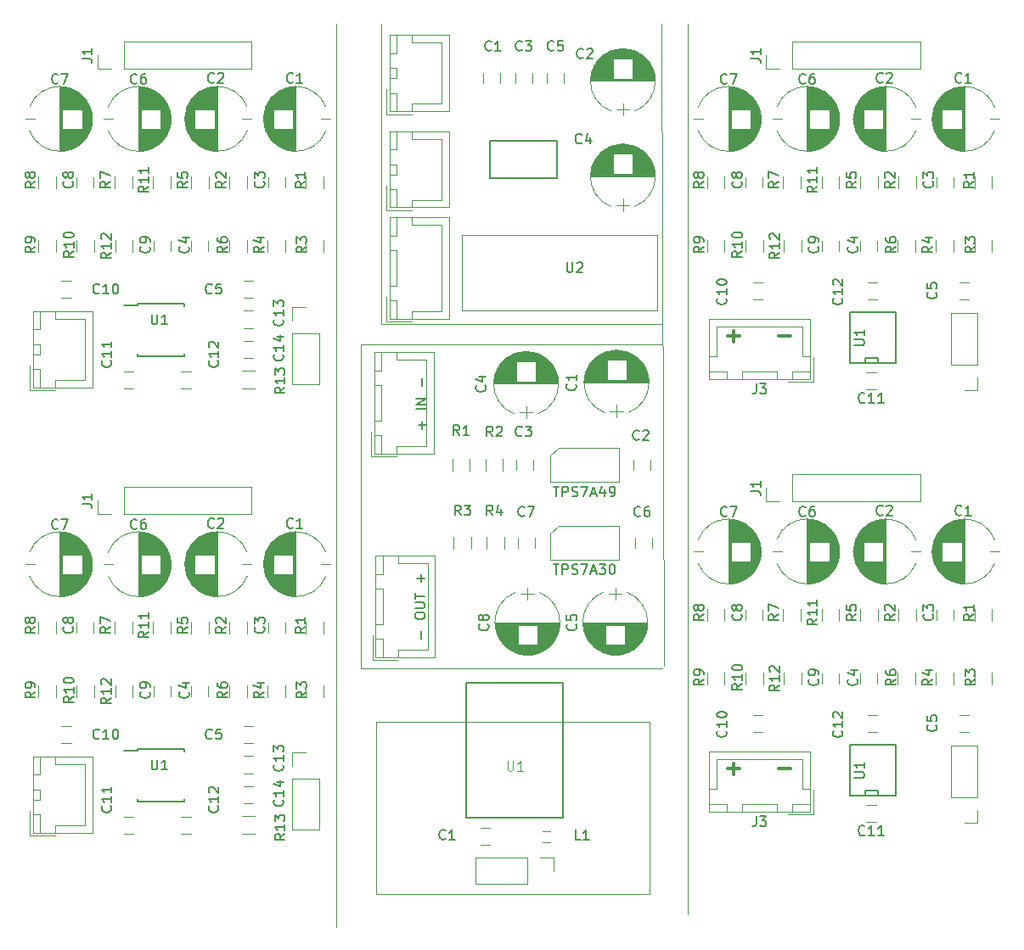
<source format=gbr>
G04 #@! TF.GenerationSoftware,KiCad,Pcbnew,(5.1.4)-1*
G04 #@! TF.CreationDate,2021-02-12T09:42:23+03:00*
G04 #@! TF.ProjectId,combined,636f6d62-696e-4656-942e-6b696361645f,rev?*
G04 #@! TF.SameCoordinates,Original*
G04 #@! TF.FileFunction,Legend,Top*
G04 #@! TF.FilePolarity,Positive*
%FSLAX46Y46*%
G04 Gerber Fmt 4.6, Leading zero omitted, Abs format (unit mm)*
G04 Created by KiCad (PCBNEW (5.1.4)-1) date 2021-02-12 09:42:23*
%MOMM*%
%LPD*%
G04 APERTURE LIST*
%ADD10C,0.120000*%
%ADD11C,0.300000*%
%ADD12C,0.150000*%
%ADD13C,0.152400*%
%ADD14C,0.127000*%
%ADD15C,0.015000*%
G04 APERTURE END LIST*
D10*
X68072000Y-92329000D02*
X98171000Y-92329000D01*
X68072000Y-124714000D02*
X68072000Y-92329000D01*
X98171000Y-124714000D02*
X68072000Y-124714000D01*
D11*
X104711571Y-134727142D02*
X105854428Y-134727142D01*
X105283000Y-135298571D02*
X105283000Y-134155714D01*
X109791571Y-134727142D02*
X110934428Y-134727142D01*
X104711571Y-91547142D02*
X105854428Y-91547142D01*
X105283000Y-92118571D02*
X105283000Y-90975714D01*
X109791571Y-91547142D02*
X110934428Y-91547142D01*
D10*
X69596000Y-147193000D02*
X69596000Y-130048000D01*
X96901000Y-147193000D02*
X69596000Y-147193000D01*
X96901000Y-147066000D02*
X96901000Y-147193000D01*
X96901000Y-130048000D02*
X96901000Y-147066000D01*
X69596000Y-130048000D02*
X96901000Y-130048000D01*
X70104000Y-90297000D02*
X70104000Y-60325000D01*
X98171000Y-90297000D02*
X70104000Y-90297000D01*
X98044000Y-60325000D02*
X98298000Y-124460000D01*
X100711000Y-60325000D02*
X100711000Y-149225000D01*
X65659000Y-60325000D02*
X65659000Y-150495000D01*
D12*
X45808000Y-132757000D02*
X45808000Y-132882000D01*
X50458000Y-132757000D02*
X50458000Y-132982000D01*
X50458000Y-138007000D02*
X50458000Y-137782000D01*
X45808000Y-138007000D02*
X45808000Y-137782000D01*
X45808000Y-132757000D02*
X50458000Y-132757000D01*
X45808000Y-138007000D02*
X50458000Y-138007000D01*
X45808000Y-132882000D02*
X44458000Y-132882000D01*
X45808000Y-88307000D02*
X45808000Y-88432000D01*
X50458000Y-88307000D02*
X50458000Y-88532000D01*
X50458000Y-93557000D02*
X50458000Y-93332000D01*
X45808000Y-93557000D02*
X45808000Y-93332000D01*
X45808000Y-88307000D02*
X50458000Y-88307000D01*
X45808000Y-93557000D02*
X50458000Y-93557000D01*
X45808000Y-88432000D02*
X44458000Y-88432000D01*
D10*
X94651136Y-123139820D02*
G75*
G03X94652000Y-117104518I-1179136J3017820D01*
G01*
X92292864Y-123139820D02*
G75*
G02X92292000Y-117104518I1179136J3017820D01*
G01*
X92292864Y-123139820D02*
G75*
G03X94652000Y-123139482I1179136J3017820D01*
G01*
X96672000Y-120122000D02*
X90272000Y-120122000D01*
X96672000Y-120162000D02*
X90272000Y-120162000D01*
X96672000Y-120202000D02*
X90272000Y-120202000D01*
X96670000Y-120242000D02*
X90274000Y-120242000D01*
X96669000Y-120282000D02*
X90275000Y-120282000D01*
X96666000Y-120322000D02*
X90278000Y-120322000D01*
X96664000Y-120362000D02*
X90280000Y-120362000D01*
X96660000Y-120402000D02*
X94452000Y-120402000D01*
X92492000Y-120402000D02*
X90284000Y-120402000D01*
X96657000Y-120442000D02*
X94452000Y-120442000D01*
X92492000Y-120442000D02*
X90287000Y-120442000D01*
X96652000Y-120482000D02*
X94452000Y-120482000D01*
X92492000Y-120482000D02*
X90292000Y-120482000D01*
X96648000Y-120522000D02*
X94452000Y-120522000D01*
X92492000Y-120522000D02*
X90296000Y-120522000D01*
X96642000Y-120562000D02*
X94452000Y-120562000D01*
X92492000Y-120562000D02*
X90302000Y-120562000D01*
X96637000Y-120602000D02*
X94452000Y-120602000D01*
X92492000Y-120602000D02*
X90307000Y-120602000D01*
X96630000Y-120642000D02*
X94452000Y-120642000D01*
X92492000Y-120642000D02*
X90314000Y-120642000D01*
X96624000Y-120682000D02*
X94452000Y-120682000D01*
X92492000Y-120682000D02*
X90320000Y-120682000D01*
X96616000Y-120722000D02*
X94452000Y-120722000D01*
X92492000Y-120722000D02*
X90328000Y-120722000D01*
X96609000Y-120762000D02*
X94452000Y-120762000D01*
X92492000Y-120762000D02*
X90335000Y-120762000D01*
X96600000Y-120802000D02*
X94452000Y-120802000D01*
X92492000Y-120802000D02*
X90344000Y-120802000D01*
X96591000Y-120843000D02*
X94452000Y-120843000D01*
X92492000Y-120843000D02*
X90353000Y-120843000D01*
X96582000Y-120883000D02*
X94452000Y-120883000D01*
X92492000Y-120883000D02*
X90362000Y-120883000D01*
X96572000Y-120923000D02*
X94452000Y-120923000D01*
X92492000Y-120923000D02*
X90372000Y-120923000D01*
X96562000Y-120963000D02*
X94452000Y-120963000D01*
X92492000Y-120963000D02*
X90382000Y-120963000D01*
X96551000Y-121003000D02*
X94452000Y-121003000D01*
X92492000Y-121003000D02*
X90393000Y-121003000D01*
X96539000Y-121043000D02*
X94452000Y-121043000D01*
X92492000Y-121043000D02*
X90405000Y-121043000D01*
X96527000Y-121083000D02*
X94452000Y-121083000D01*
X92492000Y-121083000D02*
X90417000Y-121083000D01*
X96514000Y-121123000D02*
X94452000Y-121123000D01*
X92492000Y-121123000D02*
X90430000Y-121123000D01*
X96501000Y-121163000D02*
X94452000Y-121163000D01*
X92492000Y-121163000D02*
X90443000Y-121163000D01*
X96487000Y-121203000D02*
X94452000Y-121203000D01*
X92492000Y-121203000D02*
X90457000Y-121203000D01*
X96473000Y-121243000D02*
X94452000Y-121243000D01*
X92492000Y-121243000D02*
X90471000Y-121243000D01*
X96458000Y-121283000D02*
X94452000Y-121283000D01*
X92492000Y-121283000D02*
X90486000Y-121283000D01*
X96442000Y-121323000D02*
X94452000Y-121323000D01*
X92492000Y-121323000D02*
X90502000Y-121323000D01*
X96426000Y-121363000D02*
X94452000Y-121363000D01*
X92492000Y-121363000D02*
X90518000Y-121363000D01*
X96409000Y-121403000D02*
X94452000Y-121403000D01*
X92492000Y-121403000D02*
X90535000Y-121403000D01*
X96391000Y-121443000D02*
X94452000Y-121443000D01*
X92492000Y-121443000D02*
X90553000Y-121443000D01*
X96373000Y-121483000D02*
X94452000Y-121483000D01*
X92492000Y-121483000D02*
X90571000Y-121483000D01*
X96354000Y-121523000D02*
X94452000Y-121523000D01*
X92492000Y-121523000D02*
X90590000Y-121523000D01*
X96335000Y-121563000D02*
X94452000Y-121563000D01*
X92492000Y-121563000D02*
X90609000Y-121563000D01*
X96315000Y-121603000D02*
X94452000Y-121603000D01*
X92492000Y-121603000D02*
X90629000Y-121603000D01*
X96294000Y-121643000D02*
X94452000Y-121643000D01*
X92492000Y-121643000D02*
X90650000Y-121643000D01*
X96272000Y-121683000D02*
X94452000Y-121683000D01*
X92492000Y-121683000D02*
X90672000Y-121683000D01*
X96250000Y-121723000D02*
X94452000Y-121723000D01*
X92492000Y-121723000D02*
X90694000Y-121723000D01*
X96227000Y-121763000D02*
X94452000Y-121763000D01*
X92492000Y-121763000D02*
X90717000Y-121763000D01*
X96203000Y-121803000D02*
X94452000Y-121803000D01*
X92492000Y-121803000D02*
X90741000Y-121803000D01*
X96178000Y-121843000D02*
X94452000Y-121843000D01*
X92492000Y-121843000D02*
X90766000Y-121843000D01*
X96153000Y-121883000D02*
X94452000Y-121883000D01*
X92492000Y-121883000D02*
X90791000Y-121883000D01*
X96126000Y-121923000D02*
X94452000Y-121923000D01*
X92492000Y-121923000D02*
X90818000Y-121923000D01*
X96099000Y-121963000D02*
X94452000Y-121963000D01*
X92492000Y-121963000D02*
X90845000Y-121963000D01*
X96071000Y-122003000D02*
X94452000Y-122003000D01*
X92492000Y-122003000D02*
X90873000Y-122003000D01*
X96042000Y-122043000D02*
X94452000Y-122043000D01*
X92492000Y-122043000D02*
X90902000Y-122043000D01*
X96012000Y-122083000D02*
X94452000Y-122083000D01*
X92492000Y-122083000D02*
X90932000Y-122083000D01*
X95982000Y-122123000D02*
X94452000Y-122123000D01*
X92492000Y-122123000D02*
X90962000Y-122123000D01*
X95950000Y-122163000D02*
X94452000Y-122163000D01*
X92492000Y-122163000D02*
X90994000Y-122163000D01*
X95917000Y-122203000D02*
X94452000Y-122203000D01*
X92492000Y-122203000D02*
X91027000Y-122203000D01*
X95883000Y-122243000D02*
X94452000Y-122243000D01*
X92492000Y-122243000D02*
X91061000Y-122243000D01*
X95847000Y-122283000D02*
X94452000Y-122283000D01*
X92492000Y-122283000D02*
X91097000Y-122283000D01*
X95811000Y-122323000D02*
X94452000Y-122323000D01*
X92492000Y-122323000D02*
X91133000Y-122323000D01*
X95773000Y-122363000D02*
X91171000Y-122363000D01*
X95734000Y-122403000D02*
X91210000Y-122403000D01*
X95694000Y-122443000D02*
X91250000Y-122443000D01*
X95652000Y-122483000D02*
X91292000Y-122483000D01*
X95609000Y-122523000D02*
X91335000Y-122523000D01*
X95564000Y-122563000D02*
X91380000Y-122563000D01*
X95517000Y-122603000D02*
X91427000Y-122603000D01*
X95469000Y-122643000D02*
X91475000Y-122643000D01*
X95418000Y-122683000D02*
X91526000Y-122683000D01*
X95366000Y-122723000D02*
X91578000Y-122723000D01*
X95311000Y-122763000D02*
X91633000Y-122763000D01*
X95253000Y-122803000D02*
X91691000Y-122803000D01*
X95193000Y-122843000D02*
X91751000Y-122843000D01*
X95130000Y-122883000D02*
X91814000Y-122883000D01*
X95063000Y-122923000D02*
X91881000Y-122923000D01*
X94992000Y-122963000D02*
X91952000Y-122963000D01*
X94917000Y-123003000D02*
X92027000Y-123003000D01*
X94836000Y-123043000D02*
X92108000Y-123043000D01*
X94750000Y-123083000D02*
X92194000Y-123083000D01*
X94656000Y-123123000D02*
X92288000Y-123123000D01*
X94553000Y-123163000D02*
X92391000Y-123163000D01*
X94438000Y-123203000D02*
X92506000Y-123203000D01*
X94306000Y-123243000D02*
X92638000Y-123243000D01*
X94148000Y-123283000D02*
X92796000Y-123283000D01*
X93940000Y-123323000D02*
X93004000Y-123323000D01*
X93472000Y-116672000D02*
X93472000Y-117872000D01*
X94122000Y-117272000D02*
X92822000Y-117272000D01*
X85888136Y-123139820D02*
G75*
G03X85889000Y-117104518I-1179136J3017820D01*
G01*
X83529864Y-123139820D02*
G75*
G02X83529000Y-117104518I1179136J3017820D01*
G01*
X83529864Y-123139820D02*
G75*
G03X85889000Y-123139482I1179136J3017820D01*
G01*
X87909000Y-120122000D02*
X81509000Y-120122000D01*
X87909000Y-120162000D02*
X81509000Y-120162000D01*
X87909000Y-120202000D02*
X81509000Y-120202000D01*
X87907000Y-120242000D02*
X81511000Y-120242000D01*
X87906000Y-120282000D02*
X81512000Y-120282000D01*
X87903000Y-120322000D02*
X81515000Y-120322000D01*
X87901000Y-120362000D02*
X81517000Y-120362000D01*
X87897000Y-120402000D02*
X85689000Y-120402000D01*
X83729000Y-120402000D02*
X81521000Y-120402000D01*
X87894000Y-120442000D02*
X85689000Y-120442000D01*
X83729000Y-120442000D02*
X81524000Y-120442000D01*
X87889000Y-120482000D02*
X85689000Y-120482000D01*
X83729000Y-120482000D02*
X81529000Y-120482000D01*
X87885000Y-120522000D02*
X85689000Y-120522000D01*
X83729000Y-120522000D02*
X81533000Y-120522000D01*
X87879000Y-120562000D02*
X85689000Y-120562000D01*
X83729000Y-120562000D02*
X81539000Y-120562000D01*
X87874000Y-120602000D02*
X85689000Y-120602000D01*
X83729000Y-120602000D02*
X81544000Y-120602000D01*
X87867000Y-120642000D02*
X85689000Y-120642000D01*
X83729000Y-120642000D02*
X81551000Y-120642000D01*
X87861000Y-120682000D02*
X85689000Y-120682000D01*
X83729000Y-120682000D02*
X81557000Y-120682000D01*
X87853000Y-120722000D02*
X85689000Y-120722000D01*
X83729000Y-120722000D02*
X81565000Y-120722000D01*
X87846000Y-120762000D02*
X85689000Y-120762000D01*
X83729000Y-120762000D02*
X81572000Y-120762000D01*
X87837000Y-120802000D02*
X85689000Y-120802000D01*
X83729000Y-120802000D02*
X81581000Y-120802000D01*
X87828000Y-120843000D02*
X85689000Y-120843000D01*
X83729000Y-120843000D02*
X81590000Y-120843000D01*
X87819000Y-120883000D02*
X85689000Y-120883000D01*
X83729000Y-120883000D02*
X81599000Y-120883000D01*
X87809000Y-120923000D02*
X85689000Y-120923000D01*
X83729000Y-120923000D02*
X81609000Y-120923000D01*
X87799000Y-120963000D02*
X85689000Y-120963000D01*
X83729000Y-120963000D02*
X81619000Y-120963000D01*
X87788000Y-121003000D02*
X85689000Y-121003000D01*
X83729000Y-121003000D02*
X81630000Y-121003000D01*
X87776000Y-121043000D02*
X85689000Y-121043000D01*
X83729000Y-121043000D02*
X81642000Y-121043000D01*
X87764000Y-121083000D02*
X85689000Y-121083000D01*
X83729000Y-121083000D02*
X81654000Y-121083000D01*
X87751000Y-121123000D02*
X85689000Y-121123000D01*
X83729000Y-121123000D02*
X81667000Y-121123000D01*
X87738000Y-121163000D02*
X85689000Y-121163000D01*
X83729000Y-121163000D02*
X81680000Y-121163000D01*
X87724000Y-121203000D02*
X85689000Y-121203000D01*
X83729000Y-121203000D02*
X81694000Y-121203000D01*
X87710000Y-121243000D02*
X85689000Y-121243000D01*
X83729000Y-121243000D02*
X81708000Y-121243000D01*
X87695000Y-121283000D02*
X85689000Y-121283000D01*
X83729000Y-121283000D02*
X81723000Y-121283000D01*
X87679000Y-121323000D02*
X85689000Y-121323000D01*
X83729000Y-121323000D02*
X81739000Y-121323000D01*
X87663000Y-121363000D02*
X85689000Y-121363000D01*
X83729000Y-121363000D02*
X81755000Y-121363000D01*
X87646000Y-121403000D02*
X85689000Y-121403000D01*
X83729000Y-121403000D02*
X81772000Y-121403000D01*
X87628000Y-121443000D02*
X85689000Y-121443000D01*
X83729000Y-121443000D02*
X81790000Y-121443000D01*
X87610000Y-121483000D02*
X85689000Y-121483000D01*
X83729000Y-121483000D02*
X81808000Y-121483000D01*
X87591000Y-121523000D02*
X85689000Y-121523000D01*
X83729000Y-121523000D02*
X81827000Y-121523000D01*
X87572000Y-121563000D02*
X85689000Y-121563000D01*
X83729000Y-121563000D02*
X81846000Y-121563000D01*
X87552000Y-121603000D02*
X85689000Y-121603000D01*
X83729000Y-121603000D02*
X81866000Y-121603000D01*
X87531000Y-121643000D02*
X85689000Y-121643000D01*
X83729000Y-121643000D02*
X81887000Y-121643000D01*
X87509000Y-121683000D02*
X85689000Y-121683000D01*
X83729000Y-121683000D02*
X81909000Y-121683000D01*
X87487000Y-121723000D02*
X85689000Y-121723000D01*
X83729000Y-121723000D02*
X81931000Y-121723000D01*
X87464000Y-121763000D02*
X85689000Y-121763000D01*
X83729000Y-121763000D02*
X81954000Y-121763000D01*
X87440000Y-121803000D02*
X85689000Y-121803000D01*
X83729000Y-121803000D02*
X81978000Y-121803000D01*
X87415000Y-121843000D02*
X85689000Y-121843000D01*
X83729000Y-121843000D02*
X82003000Y-121843000D01*
X87390000Y-121883000D02*
X85689000Y-121883000D01*
X83729000Y-121883000D02*
X82028000Y-121883000D01*
X87363000Y-121923000D02*
X85689000Y-121923000D01*
X83729000Y-121923000D02*
X82055000Y-121923000D01*
X87336000Y-121963000D02*
X85689000Y-121963000D01*
X83729000Y-121963000D02*
X82082000Y-121963000D01*
X87308000Y-122003000D02*
X85689000Y-122003000D01*
X83729000Y-122003000D02*
X82110000Y-122003000D01*
X87279000Y-122043000D02*
X85689000Y-122043000D01*
X83729000Y-122043000D02*
X82139000Y-122043000D01*
X87249000Y-122083000D02*
X85689000Y-122083000D01*
X83729000Y-122083000D02*
X82169000Y-122083000D01*
X87219000Y-122123000D02*
X85689000Y-122123000D01*
X83729000Y-122123000D02*
X82199000Y-122123000D01*
X87187000Y-122163000D02*
X85689000Y-122163000D01*
X83729000Y-122163000D02*
X82231000Y-122163000D01*
X87154000Y-122203000D02*
X85689000Y-122203000D01*
X83729000Y-122203000D02*
X82264000Y-122203000D01*
X87120000Y-122243000D02*
X85689000Y-122243000D01*
X83729000Y-122243000D02*
X82298000Y-122243000D01*
X87084000Y-122283000D02*
X85689000Y-122283000D01*
X83729000Y-122283000D02*
X82334000Y-122283000D01*
X87048000Y-122323000D02*
X85689000Y-122323000D01*
X83729000Y-122323000D02*
X82370000Y-122323000D01*
X87010000Y-122363000D02*
X82408000Y-122363000D01*
X86971000Y-122403000D02*
X82447000Y-122403000D01*
X86931000Y-122443000D02*
X82487000Y-122443000D01*
X86889000Y-122483000D02*
X82529000Y-122483000D01*
X86846000Y-122523000D02*
X82572000Y-122523000D01*
X86801000Y-122563000D02*
X82617000Y-122563000D01*
X86754000Y-122603000D02*
X82664000Y-122603000D01*
X86706000Y-122643000D02*
X82712000Y-122643000D01*
X86655000Y-122683000D02*
X82763000Y-122683000D01*
X86603000Y-122723000D02*
X82815000Y-122723000D01*
X86548000Y-122763000D02*
X82870000Y-122763000D01*
X86490000Y-122803000D02*
X82928000Y-122803000D01*
X86430000Y-122843000D02*
X82988000Y-122843000D01*
X86367000Y-122883000D02*
X83051000Y-122883000D01*
X86300000Y-122923000D02*
X83118000Y-122923000D01*
X86229000Y-122963000D02*
X83189000Y-122963000D01*
X86154000Y-123003000D02*
X83264000Y-123003000D01*
X86073000Y-123043000D02*
X83345000Y-123043000D01*
X85987000Y-123083000D02*
X83431000Y-123083000D01*
X85893000Y-123123000D02*
X83525000Y-123123000D01*
X85790000Y-123163000D02*
X83628000Y-123163000D01*
X85675000Y-123203000D02*
X83743000Y-123203000D01*
X85543000Y-123243000D02*
X83875000Y-123243000D01*
X85385000Y-123283000D02*
X84033000Y-123283000D01*
X85177000Y-123323000D02*
X84241000Y-123323000D01*
X84709000Y-116672000D02*
X84709000Y-117872000D01*
X85359000Y-117272000D02*
X84059000Y-117272000D01*
X92419864Y-93141180D02*
G75*
G03X92419000Y-99176482I1179136J-3017820D01*
G01*
X94778136Y-93141180D02*
G75*
G02X94779000Y-99176482I-1179136J-3017820D01*
G01*
X94778136Y-93141180D02*
G75*
G03X92419000Y-93141518I-1179136J-3017820D01*
G01*
X90399000Y-96159000D02*
X96799000Y-96159000D01*
X90399000Y-96119000D02*
X96799000Y-96119000D01*
X90399000Y-96079000D02*
X96799000Y-96079000D01*
X90401000Y-96039000D02*
X96797000Y-96039000D01*
X90402000Y-95999000D02*
X96796000Y-95999000D01*
X90405000Y-95959000D02*
X96793000Y-95959000D01*
X90407000Y-95919000D02*
X96791000Y-95919000D01*
X90411000Y-95879000D02*
X92619000Y-95879000D01*
X94579000Y-95879000D02*
X96787000Y-95879000D01*
X90414000Y-95839000D02*
X92619000Y-95839000D01*
X94579000Y-95839000D02*
X96784000Y-95839000D01*
X90419000Y-95799000D02*
X92619000Y-95799000D01*
X94579000Y-95799000D02*
X96779000Y-95799000D01*
X90423000Y-95759000D02*
X92619000Y-95759000D01*
X94579000Y-95759000D02*
X96775000Y-95759000D01*
X90429000Y-95719000D02*
X92619000Y-95719000D01*
X94579000Y-95719000D02*
X96769000Y-95719000D01*
X90434000Y-95679000D02*
X92619000Y-95679000D01*
X94579000Y-95679000D02*
X96764000Y-95679000D01*
X90441000Y-95639000D02*
X92619000Y-95639000D01*
X94579000Y-95639000D02*
X96757000Y-95639000D01*
X90447000Y-95599000D02*
X92619000Y-95599000D01*
X94579000Y-95599000D02*
X96751000Y-95599000D01*
X90455000Y-95559000D02*
X92619000Y-95559000D01*
X94579000Y-95559000D02*
X96743000Y-95559000D01*
X90462000Y-95519000D02*
X92619000Y-95519000D01*
X94579000Y-95519000D02*
X96736000Y-95519000D01*
X90471000Y-95479000D02*
X92619000Y-95479000D01*
X94579000Y-95479000D02*
X96727000Y-95479000D01*
X90480000Y-95438000D02*
X92619000Y-95438000D01*
X94579000Y-95438000D02*
X96718000Y-95438000D01*
X90489000Y-95398000D02*
X92619000Y-95398000D01*
X94579000Y-95398000D02*
X96709000Y-95398000D01*
X90499000Y-95358000D02*
X92619000Y-95358000D01*
X94579000Y-95358000D02*
X96699000Y-95358000D01*
X90509000Y-95318000D02*
X92619000Y-95318000D01*
X94579000Y-95318000D02*
X96689000Y-95318000D01*
X90520000Y-95278000D02*
X92619000Y-95278000D01*
X94579000Y-95278000D02*
X96678000Y-95278000D01*
X90532000Y-95238000D02*
X92619000Y-95238000D01*
X94579000Y-95238000D02*
X96666000Y-95238000D01*
X90544000Y-95198000D02*
X92619000Y-95198000D01*
X94579000Y-95198000D02*
X96654000Y-95198000D01*
X90557000Y-95158000D02*
X92619000Y-95158000D01*
X94579000Y-95158000D02*
X96641000Y-95158000D01*
X90570000Y-95118000D02*
X92619000Y-95118000D01*
X94579000Y-95118000D02*
X96628000Y-95118000D01*
X90584000Y-95078000D02*
X92619000Y-95078000D01*
X94579000Y-95078000D02*
X96614000Y-95078000D01*
X90598000Y-95038000D02*
X92619000Y-95038000D01*
X94579000Y-95038000D02*
X96600000Y-95038000D01*
X90613000Y-94998000D02*
X92619000Y-94998000D01*
X94579000Y-94998000D02*
X96585000Y-94998000D01*
X90629000Y-94958000D02*
X92619000Y-94958000D01*
X94579000Y-94958000D02*
X96569000Y-94958000D01*
X90645000Y-94918000D02*
X92619000Y-94918000D01*
X94579000Y-94918000D02*
X96553000Y-94918000D01*
X90662000Y-94878000D02*
X92619000Y-94878000D01*
X94579000Y-94878000D02*
X96536000Y-94878000D01*
X90680000Y-94838000D02*
X92619000Y-94838000D01*
X94579000Y-94838000D02*
X96518000Y-94838000D01*
X90698000Y-94798000D02*
X92619000Y-94798000D01*
X94579000Y-94798000D02*
X96500000Y-94798000D01*
X90717000Y-94758000D02*
X92619000Y-94758000D01*
X94579000Y-94758000D02*
X96481000Y-94758000D01*
X90736000Y-94718000D02*
X92619000Y-94718000D01*
X94579000Y-94718000D02*
X96462000Y-94718000D01*
X90756000Y-94678000D02*
X92619000Y-94678000D01*
X94579000Y-94678000D02*
X96442000Y-94678000D01*
X90777000Y-94638000D02*
X92619000Y-94638000D01*
X94579000Y-94638000D02*
X96421000Y-94638000D01*
X90799000Y-94598000D02*
X92619000Y-94598000D01*
X94579000Y-94598000D02*
X96399000Y-94598000D01*
X90821000Y-94558000D02*
X92619000Y-94558000D01*
X94579000Y-94558000D02*
X96377000Y-94558000D01*
X90844000Y-94518000D02*
X92619000Y-94518000D01*
X94579000Y-94518000D02*
X96354000Y-94518000D01*
X90868000Y-94478000D02*
X92619000Y-94478000D01*
X94579000Y-94478000D02*
X96330000Y-94478000D01*
X90893000Y-94438000D02*
X92619000Y-94438000D01*
X94579000Y-94438000D02*
X96305000Y-94438000D01*
X90918000Y-94398000D02*
X92619000Y-94398000D01*
X94579000Y-94398000D02*
X96280000Y-94398000D01*
X90945000Y-94358000D02*
X92619000Y-94358000D01*
X94579000Y-94358000D02*
X96253000Y-94358000D01*
X90972000Y-94318000D02*
X92619000Y-94318000D01*
X94579000Y-94318000D02*
X96226000Y-94318000D01*
X91000000Y-94278000D02*
X92619000Y-94278000D01*
X94579000Y-94278000D02*
X96198000Y-94278000D01*
X91029000Y-94238000D02*
X92619000Y-94238000D01*
X94579000Y-94238000D02*
X96169000Y-94238000D01*
X91059000Y-94198000D02*
X92619000Y-94198000D01*
X94579000Y-94198000D02*
X96139000Y-94198000D01*
X91089000Y-94158000D02*
X92619000Y-94158000D01*
X94579000Y-94158000D02*
X96109000Y-94158000D01*
X91121000Y-94118000D02*
X92619000Y-94118000D01*
X94579000Y-94118000D02*
X96077000Y-94118000D01*
X91154000Y-94078000D02*
X92619000Y-94078000D01*
X94579000Y-94078000D02*
X96044000Y-94078000D01*
X91188000Y-94038000D02*
X92619000Y-94038000D01*
X94579000Y-94038000D02*
X96010000Y-94038000D01*
X91224000Y-93998000D02*
X92619000Y-93998000D01*
X94579000Y-93998000D02*
X95974000Y-93998000D01*
X91260000Y-93958000D02*
X92619000Y-93958000D01*
X94579000Y-93958000D02*
X95938000Y-93958000D01*
X91298000Y-93918000D02*
X95900000Y-93918000D01*
X91337000Y-93878000D02*
X95861000Y-93878000D01*
X91377000Y-93838000D02*
X95821000Y-93838000D01*
X91419000Y-93798000D02*
X95779000Y-93798000D01*
X91462000Y-93758000D02*
X95736000Y-93758000D01*
X91507000Y-93718000D02*
X95691000Y-93718000D01*
X91554000Y-93678000D02*
X95644000Y-93678000D01*
X91602000Y-93638000D02*
X95596000Y-93638000D01*
X91653000Y-93598000D02*
X95545000Y-93598000D01*
X91705000Y-93558000D02*
X95493000Y-93558000D01*
X91760000Y-93518000D02*
X95438000Y-93518000D01*
X91818000Y-93478000D02*
X95380000Y-93478000D01*
X91878000Y-93438000D02*
X95320000Y-93438000D01*
X91941000Y-93398000D02*
X95257000Y-93398000D01*
X92008000Y-93358000D02*
X95190000Y-93358000D01*
X92079000Y-93318000D02*
X95119000Y-93318000D01*
X92154000Y-93278000D02*
X95044000Y-93278000D01*
X92235000Y-93238000D02*
X94963000Y-93238000D01*
X92321000Y-93198000D02*
X94877000Y-93198000D01*
X92415000Y-93158000D02*
X94783000Y-93158000D01*
X92518000Y-93118000D02*
X94680000Y-93118000D01*
X92633000Y-93078000D02*
X94565000Y-93078000D01*
X92765000Y-93038000D02*
X94433000Y-93038000D01*
X92923000Y-92998000D02*
X94275000Y-92998000D01*
X93131000Y-92958000D02*
X94067000Y-92958000D01*
X93599000Y-99609000D02*
X93599000Y-98409000D01*
X92949000Y-99009000D02*
X94249000Y-99009000D01*
X83402864Y-93268180D02*
G75*
G03X83402000Y-99303482I1179136J-3017820D01*
G01*
X85761136Y-93268180D02*
G75*
G02X85762000Y-99303482I-1179136J-3017820D01*
G01*
X85761136Y-93268180D02*
G75*
G03X83402000Y-93268518I-1179136J-3017820D01*
G01*
X81382000Y-96286000D02*
X87782000Y-96286000D01*
X81382000Y-96246000D02*
X87782000Y-96246000D01*
X81382000Y-96206000D02*
X87782000Y-96206000D01*
X81384000Y-96166000D02*
X87780000Y-96166000D01*
X81385000Y-96126000D02*
X87779000Y-96126000D01*
X81388000Y-96086000D02*
X87776000Y-96086000D01*
X81390000Y-96046000D02*
X87774000Y-96046000D01*
X81394000Y-96006000D02*
X83602000Y-96006000D01*
X85562000Y-96006000D02*
X87770000Y-96006000D01*
X81397000Y-95966000D02*
X83602000Y-95966000D01*
X85562000Y-95966000D02*
X87767000Y-95966000D01*
X81402000Y-95926000D02*
X83602000Y-95926000D01*
X85562000Y-95926000D02*
X87762000Y-95926000D01*
X81406000Y-95886000D02*
X83602000Y-95886000D01*
X85562000Y-95886000D02*
X87758000Y-95886000D01*
X81412000Y-95846000D02*
X83602000Y-95846000D01*
X85562000Y-95846000D02*
X87752000Y-95846000D01*
X81417000Y-95806000D02*
X83602000Y-95806000D01*
X85562000Y-95806000D02*
X87747000Y-95806000D01*
X81424000Y-95766000D02*
X83602000Y-95766000D01*
X85562000Y-95766000D02*
X87740000Y-95766000D01*
X81430000Y-95726000D02*
X83602000Y-95726000D01*
X85562000Y-95726000D02*
X87734000Y-95726000D01*
X81438000Y-95686000D02*
X83602000Y-95686000D01*
X85562000Y-95686000D02*
X87726000Y-95686000D01*
X81445000Y-95646000D02*
X83602000Y-95646000D01*
X85562000Y-95646000D02*
X87719000Y-95646000D01*
X81454000Y-95606000D02*
X83602000Y-95606000D01*
X85562000Y-95606000D02*
X87710000Y-95606000D01*
X81463000Y-95565000D02*
X83602000Y-95565000D01*
X85562000Y-95565000D02*
X87701000Y-95565000D01*
X81472000Y-95525000D02*
X83602000Y-95525000D01*
X85562000Y-95525000D02*
X87692000Y-95525000D01*
X81482000Y-95485000D02*
X83602000Y-95485000D01*
X85562000Y-95485000D02*
X87682000Y-95485000D01*
X81492000Y-95445000D02*
X83602000Y-95445000D01*
X85562000Y-95445000D02*
X87672000Y-95445000D01*
X81503000Y-95405000D02*
X83602000Y-95405000D01*
X85562000Y-95405000D02*
X87661000Y-95405000D01*
X81515000Y-95365000D02*
X83602000Y-95365000D01*
X85562000Y-95365000D02*
X87649000Y-95365000D01*
X81527000Y-95325000D02*
X83602000Y-95325000D01*
X85562000Y-95325000D02*
X87637000Y-95325000D01*
X81540000Y-95285000D02*
X83602000Y-95285000D01*
X85562000Y-95285000D02*
X87624000Y-95285000D01*
X81553000Y-95245000D02*
X83602000Y-95245000D01*
X85562000Y-95245000D02*
X87611000Y-95245000D01*
X81567000Y-95205000D02*
X83602000Y-95205000D01*
X85562000Y-95205000D02*
X87597000Y-95205000D01*
X81581000Y-95165000D02*
X83602000Y-95165000D01*
X85562000Y-95165000D02*
X87583000Y-95165000D01*
X81596000Y-95125000D02*
X83602000Y-95125000D01*
X85562000Y-95125000D02*
X87568000Y-95125000D01*
X81612000Y-95085000D02*
X83602000Y-95085000D01*
X85562000Y-95085000D02*
X87552000Y-95085000D01*
X81628000Y-95045000D02*
X83602000Y-95045000D01*
X85562000Y-95045000D02*
X87536000Y-95045000D01*
X81645000Y-95005000D02*
X83602000Y-95005000D01*
X85562000Y-95005000D02*
X87519000Y-95005000D01*
X81663000Y-94965000D02*
X83602000Y-94965000D01*
X85562000Y-94965000D02*
X87501000Y-94965000D01*
X81681000Y-94925000D02*
X83602000Y-94925000D01*
X85562000Y-94925000D02*
X87483000Y-94925000D01*
X81700000Y-94885000D02*
X83602000Y-94885000D01*
X85562000Y-94885000D02*
X87464000Y-94885000D01*
X81719000Y-94845000D02*
X83602000Y-94845000D01*
X85562000Y-94845000D02*
X87445000Y-94845000D01*
X81739000Y-94805000D02*
X83602000Y-94805000D01*
X85562000Y-94805000D02*
X87425000Y-94805000D01*
X81760000Y-94765000D02*
X83602000Y-94765000D01*
X85562000Y-94765000D02*
X87404000Y-94765000D01*
X81782000Y-94725000D02*
X83602000Y-94725000D01*
X85562000Y-94725000D02*
X87382000Y-94725000D01*
X81804000Y-94685000D02*
X83602000Y-94685000D01*
X85562000Y-94685000D02*
X87360000Y-94685000D01*
X81827000Y-94645000D02*
X83602000Y-94645000D01*
X85562000Y-94645000D02*
X87337000Y-94645000D01*
X81851000Y-94605000D02*
X83602000Y-94605000D01*
X85562000Y-94605000D02*
X87313000Y-94605000D01*
X81876000Y-94565000D02*
X83602000Y-94565000D01*
X85562000Y-94565000D02*
X87288000Y-94565000D01*
X81901000Y-94525000D02*
X83602000Y-94525000D01*
X85562000Y-94525000D02*
X87263000Y-94525000D01*
X81928000Y-94485000D02*
X83602000Y-94485000D01*
X85562000Y-94485000D02*
X87236000Y-94485000D01*
X81955000Y-94445000D02*
X83602000Y-94445000D01*
X85562000Y-94445000D02*
X87209000Y-94445000D01*
X81983000Y-94405000D02*
X83602000Y-94405000D01*
X85562000Y-94405000D02*
X87181000Y-94405000D01*
X82012000Y-94365000D02*
X83602000Y-94365000D01*
X85562000Y-94365000D02*
X87152000Y-94365000D01*
X82042000Y-94325000D02*
X83602000Y-94325000D01*
X85562000Y-94325000D02*
X87122000Y-94325000D01*
X82072000Y-94285000D02*
X83602000Y-94285000D01*
X85562000Y-94285000D02*
X87092000Y-94285000D01*
X82104000Y-94245000D02*
X83602000Y-94245000D01*
X85562000Y-94245000D02*
X87060000Y-94245000D01*
X82137000Y-94205000D02*
X83602000Y-94205000D01*
X85562000Y-94205000D02*
X87027000Y-94205000D01*
X82171000Y-94165000D02*
X83602000Y-94165000D01*
X85562000Y-94165000D02*
X86993000Y-94165000D01*
X82207000Y-94125000D02*
X83602000Y-94125000D01*
X85562000Y-94125000D02*
X86957000Y-94125000D01*
X82243000Y-94085000D02*
X83602000Y-94085000D01*
X85562000Y-94085000D02*
X86921000Y-94085000D01*
X82281000Y-94045000D02*
X86883000Y-94045000D01*
X82320000Y-94005000D02*
X86844000Y-94005000D01*
X82360000Y-93965000D02*
X86804000Y-93965000D01*
X82402000Y-93925000D02*
X86762000Y-93925000D01*
X82445000Y-93885000D02*
X86719000Y-93885000D01*
X82490000Y-93845000D02*
X86674000Y-93845000D01*
X82537000Y-93805000D02*
X86627000Y-93805000D01*
X82585000Y-93765000D02*
X86579000Y-93765000D01*
X82636000Y-93725000D02*
X86528000Y-93725000D01*
X82688000Y-93685000D02*
X86476000Y-93685000D01*
X82743000Y-93645000D02*
X86421000Y-93645000D01*
X82801000Y-93605000D02*
X86363000Y-93605000D01*
X82861000Y-93565000D02*
X86303000Y-93565000D01*
X82924000Y-93525000D02*
X86240000Y-93525000D01*
X82991000Y-93485000D02*
X86173000Y-93485000D01*
X83062000Y-93445000D02*
X86102000Y-93445000D01*
X83137000Y-93405000D02*
X86027000Y-93405000D01*
X83218000Y-93365000D02*
X85946000Y-93365000D01*
X83304000Y-93325000D02*
X85860000Y-93325000D01*
X83398000Y-93285000D02*
X85766000Y-93285000D01*
X83501000Y-93245000D02*
X85663000Y-93245000D01*
X83616000Y-93205000D02*
X85548000Y-93205000D01*
X83748000Y-93165000D02*
X85416000Y-93165000D01*
X83906000Y-93125000D02*
X85258000Y-93125000D01*
X84114000Y-93085000D02*
X85050000Y-93085000D01*
X84582000Y-99736000D02*
X84582000Y-98536000D01*
X83932000Y-99136000D02*
X85232000Y-99136000D01*
X93054864Y-72567180D02*
G75*
G03X93054000Y-78602482I1179136J-3017820D01*
G01*
X95413136Y-72567180D02*
G75*
G02X95414000Y-78602482I-1179136J-3017820D01*
G01*
X95413136Y-72567180D02*
G75*
G03X93054000Y-72567518I-1179136J-3017820D01*
G01*
X91034000Y-75585000D02*
X97434000Y-75585000D01*
X91034000Y-75545000D02*
X97434000Y-75545000D01*
X91034000Y-75505000D02*
X97434000Y-75505000D01*
X91036000Y-75465000D02*
X97432000Y-75465000D01*
X91037000Y-75425000D02*
X97431000Y-75425000D01*
X91040000Y-75385000D02*
X97428000Y-75385000D01*
X91042000Y-75345000D02*
X97426000Y-75345000D01*
X91046000Y-75305000D02*
X93254000Y-75305000D01*
X95214000Y-75305000D02*
X97422000Y-75305000D01*
X91049000Y-75265000D02*
X93254000Y-75265000D01*
X95214000Y-75265000D02*
X97419000Y-75265000D01*
X91054000Y-75225000D02*
X93254000Y-75225000D01*
X95214000Y-75225000D02*
X97414000Y-75225000D01*
X91058000Y-75185000D02*
X93254000Y-75185000D01*
X95214000Y-75185000D02*
X97410000Y-75185000D01*
X91064000Y-75145000D02*
X93254000Y-75145000D01*
X95214000Y-75145000D02*
X97404000Y-75145000D01*
X91069000Y-75105000D02*
X93254000Y-75105000D01*
X95214000Y-75105000D02*
X97399000Y-75105000D01*
X91076000Y-75065000D02*
X93254000Y-75065000D01*
X95214000Y-75065000D02*
X97392000Y-75065000D01*
X91082000Y-75025000D02*
X93254000Y-75025000D01*
X95214000Y-75025000D02*
X97386000Y-75025000D01*
X91090000Y-74985000D02*
X93254000Y-74985000D01*
X95214000Y-74985000D02*
X97378000Y-74985000D01*
X91097000Y-74945000D02*
X93254000Y-74945000D01*
X95214000Y-74945000D02*
X97371000Y-74945000D01*
X91106000Y-74905000D02*
X93254000Y-74905000D01*
X95214000Y-74905000D02*
X97362000Y-74905000D01*
X91115000Y-74864000D02*
X93254000Y-74864000D01*
X95214000Y-74864000D02*
X97353000Y-74864000D01*
X91124000Y-74824000D02*
X93254000Y-74824000D01*
X95214000Y-74824000D02*
X97344000Y-74824000D01*
X91134000Y-74784000D02*
X93254000Y-74784000D01*
X95214000Y-74784000D02*
X97334000Y-74784000D01*
X91144000Y-74744000D02*
X93254000Y-74744000D01*
X95214000Y-74744000D02*
X97324000Y-74744000D01*
X91155000Y-74704000D02*
X93254000Y-74704000D01*
X95214000Y-74704000D02*
X97313000Y-74704000D01*
X91167000Y-74664000D02*
X93254000Y-74664000D01*
X95214000Y-74664000D02*
X97301000Y-74664000D01*
X91179000Y-74624000D02*
X93254000Y-74624000D01*
X95214000Y-74624000D02*
X97289000Y-74624000D01*
X91192000Y-74584000D02*
X93254000Y-74584000D01*
X95214000Y-74584000D02*
X97276000Y-74584000D01*
X91205000Y-74544000D02*
X93254000Y-74544000D01*
X95214000Y-74544000D02*
X97263000Y-74544000D01*
X91219000Y-74504000D02*
X93254000Y-74504000D01*
X95214000Y-74504000D02*
X97249000Y-74504000D01*
X91233000Y-74464000D02*
X93254000Y-74464000D01*
X95214000Y-74464000D02*
X97235000Y-74464000D01*
X91248000Y-74424000D02*
X93254000Y-74424000D01*
X95214000Y-74424000D02*
X97220000Y-74424000D01*
X91264000Y-74384000D02*
X93254000Y-74384000D01*
X95214000Y-74384000D02*
X97204000Y-74384000D01*
X91280000Y-74344000D02*
X93254000Y-74344000D01*
X95214000Y-74344000D02*
X97188000Y-74344000D01*
X91297000Y-74304000D02*
X93254000Y-74304000D01*
X95214000Y-74304000D02*
X97171000Y-74304000D01*
X91315000Y-74264000D02*
X93254000Y-74264000D01*
X95214000Y-74264000D02*
X97153000Y-74264000D01*
X91333000Y-74224000D02*
X93254000Y-74224000D01*
X95214000Y-74224000D02*
X97135000Y-74224000D01*
X91352000Y-74184000D02*
X93254000Y-74184000D01*
X95214000Y-74184000D02*
X97116000Y-74184000D01*
X91371000Y-74144000D02*
X93254000Y-74144000D01*
X95214000Y-74144000D02*
X97097000Y-74144000D01*
X91391000Y-74104000D02*
X93254000Y-74104000D01*
X95214000Y-74104000D02*
X97077000Y-74104000D01*
X91412000Y-74064000D02*
X93254000Y-74064000D01*
X95214000Y-74064000D02*
X97056000Y-74064000D01*
X91434000Y-74024000D02*
X93254000Y-74024000D01*
X95214000Y-74024000D02*
X97034000Y-74024000D01*
X91456000Y-73984000D02*
X93254000Y-73984000D01*
X95214000Y-73984000D02*
X97012000Y-73984000D01*
X91479000Y-73944000D02*
X93254000Y-73944000D01*
X95214000Y-73944000D02*
X96989000Y-73944000D01*
X91503000Y-73904000D02*
X93254000Y-73904000D01*
X95214000Y-73904000D02*
X96965000Y-73904000D01*
X91528000Y-73864000D02*
X93254000Y-73864000D01*
X95214000Y-73864000D02*
X96940000Y-73864000D01*
X91553000Y-73824000D02*
X93254000Y-73824000D01*
X95214000Y-73824000D02*
X96915000Y-73824000D01*
X91580000Y-73784000D02*
X93254000Y-73784000D01*
X95214000Y-73784000D02*
X96888000Y-73784000D01*
X91607000Y-73744000D02*
X93254000Y-73744000D01*
X95214000Y-73744000D02*
X96861000Y-73744000D01*
X91635000Y-73704000D02*
X93254000Y-73704000D01*
X95214000Y-73704000D02*
X96833000Y-73704000D01*
X91664000Y-73664000D02*
X93254000Y-73664000D01*
X95214000Y-73664000D02*
X96804000Y-73664000D01*
X91694000Y-73624000D02*
X93254000Y-73624000D01*
X95214000Y-73624000D02*
X96774000Y-73624000D01*
X91724000Y-73584000D02*
X93254000Y-73584000D01*
X95214000Y-73584000D02*
X96744000Y-73584000D01*
X91756000Y-73544000D02*
X93254000Y-73544000D01*
X95214000Y-73544000D02*
X96712000Y-73544000D01*
X91789000Y-73504000D02*
X93254000Y-73504000D01*
X95214000Y-73504000D02*
X96679000Y-73504000D01*
X91823000Y-73464000D02*
X93254000Y-73464000D01*
X95214000Y-73464000D02*
X96645000Y-73464000D01*
X91859000Y-73424000D02*
X93254000Y-73424000D01*
X95214000Y-73424000D02*
X96609000Y-73424000D01*
X91895000Y-73384000D02*
X93254000Y-73384000D01*
X95214000Y-73384000D02*
X96573000Y-73384000D01*
X91933000Y-73344000D02*
X96535000Y-73344000D01*
X91972000Y-73304000D02*
X96496000Y-73304000D01*
X92012000Y-73264000D02*
X96456000Y-73264000D01*
X92054000Y-73224000D02*
X96414000Y-73224000D01*
X92097000Y-73184000D02*
X96371000Y-73184000D01*
X92142000Y-73144000D02*
X96326000Y-73144000D01*
X92189000Y-73104000D02*
X96279000Y-73104000D01*
X92237000Y-73064000D02*
X96231000Y-73064000D01*
X92288000Y-73024000D02*
X96180000Y-73024000D01*
X92340000Y-72984000D02*
X96128000Y-72984000D01*
X92395000Y-72944000D02*
X96073000Y-72944000D01*
X92453000Y-72904000D02*
X96015000Y-72904000D01*
X92513000Y-72864000D02*
X95955000Y-72864000D01*
X92576000Y-72824000D02*
X95892000Y-72824000D01*
X92643000Y-72784000D02*
X95825000Y-72784000D01*
X92714000Y-72744000D02*
X95754000Y-72744000D01*
X92789000Y-72704000D02*
X95679000Y-72704000D01*
X92870000Y-72664000D02*
X95598000Y-72664000D01*
X92956000Y-72624000D02*
X95512000Y-72624000D01*
X93050000Y-72584000D02*
X95418000Y-72584000D01*
X93153000Y-72544000D02*
X95315000Y-72544000D01*
X93268000Y-72504000D02*
X95200000Y-72504000D01*
X93400000Y-72464000D02*
X95068000Y-72464000D01*
X93558000Y-72424000D02*
X94910000Y-72424000D01*
X93766000Y-72384000D02*
X94702000Y-72384000D01*
X94234000Y-79035000D02*
X94234000Y-77835000D01*
X93584000Y-78435000D02*
X94884000Y-78435000D01*
X93054864Y-63042180D02*
G75*
G03X93054000Y-69077482I1179136J-3017820D01*
G01*
X95413136Y-63042180D02*
G75*
G02X95414000Y-69077482I-1179136J-3017820D01*
G01*
X95413136Y-63042180D02*
G75*
G03X93054000Y-63042518I-1179136J-3017820D01*
G01*
X91034000Y-66060000D02*
X97434000Y-66060000D01*
X91034000Y-66020000D02*
X97434000Y-66020000D01*
X91034000Y-65980000D02*
X97434000Y-65980000D01*
X91036000Y-65940000D02*
X97432000Y-65940000D01*
X91037000Y-65900000D02*
X97431000Y-65900000D01*
X91040000Y-65860000D02*
X97428000Y-65860000D01*
X91042000Y-65820000D02*
X97426000Y-65820000D01*
X91046000Y-65780000D02*
X93254000Y-65780000D01*
X95214000Y-65780000D02*
X97422000Y-65780000D01*
X91049000Y-65740000D02*
X93254000Y-65740000D01*
X95214000Y-65740000D02*
X97419000Y-65740000D01*
X91054000Y-65700000D02*
X93254000Y-65700000D01*
X95214000Y-65700000D02*
X97414000Y-65700000D01*
X91058000Y-65660000D02*
X93254000Y-65660000D01*
X95214000Y-65660000D02*
X97410000Y-65660000D01*
X91064000Y-65620000D02*
X93254000Y-65620000D01*
X95214000Y-65620000D02*
X97404000Y-65620000D01*
X91069000Y-65580000D02*
X93254000Y-65580000D01*
X95214000Y-65580000D02*
X97399000Y-65580000D01*
X91076000Y-65540000D02*
X93254000Y-65540000D01*
X95214000Y-65540000D02*
X97392000Y-65540000D01*
X91082000Y-65500000D02*
X93254000Y-65500000D01*
X95214000Y-65500000D02*
X97386000Y-65500000D01*
X91090000Y-65460000D02*
X93254000Y-65460000D01*
X95214000Y-65460000D02*
X97378000Y-65460000D01*
X91097000Y-65420000D02*
X93254000Y-65420000D01*
X95214000Y-65420000D02*
X97371000Y-65420000D01*
X91106000Y-65380000D02*
X93254000Y-65380000D01*
X95214000Y-65380000D02*
X97362000Y-65380000D01*
X91115000Y-65339000D02*
X93254000Y-65339000D01*
X95214000Y-65339000D02*
X97353000Y-65339000D01*
X91124000Y-65299000D02*
X93254000Y-65299000D01*
X95214000Y-65299000D02*
X97344000Y-65299000D01*
X91134000Y-65259000D02*
X93254000Y-65259000D01*
X95214000Y-65259000D02*
X97334000Y-65259000D01*
X91144000Y-65219000D02*
X93254000Y-65219000D01*
X95214000Y-65219000D02*
X97324000Y-65219000D01*
X91155000Y-65179000D02*
X93254000Y-65179000D01*
X95214000Y-65179000D02*
X97313000Y-65179000D01*
X91167000Y-65139000D02*
X93254000Y-65139000D01*
X95214000Y-65139000D02*
X97301000Y-65139000D01*
X91179000Y-65099000D02*
X93254000Y-65099000D01*
X95214000Y-65099000D02*
X97289000Y-65099000D01*
X91192000Y-65059000D02*
X93254000Y-65059000D01*
X95214000Y-65059000D02*
X97276000Y-65059000D01*
X91205000Y-65019000D02*
X93254000Y-65019000D01*
X95214000Y-65019000D02*
X97263000Y-65019000D01*
X91219000Y-64979000D02*
X93254000Y-64979000D01*
X95214000Y-64979000D02*
X97249000Y-64979000D01*
X91233000Y-64939000D02*
X93254000Y-64939000D01*
X95214000Y-64939000D02*
X97235000Y-64939000D01*
X91248000Y-64899000D02*
X93254000Y-64899000D01*
X95214000Y-64899000D02*
X97220000Y-64899000D01*
X91264000Y-64859000D02*
X93254000Y-64859000D01*
X95214000Y-64859000D02*
X97204000Y-64859000D01*
X91280000Y-64819000D02*
X93254000Y-64819000D01*
X95214000Y-64819000D02*
X97188000Y-64819000D01*
X91297000Y-64779000D02*
X93254000Y-64779000D01*
X95214000Y-64779000D02*
X97171000Y-64779000D01*
X91315000Y-64739000D02*
X93254000Y-64739000D01*
X95214000Y-64739000D02*
X97153000Y-64739000D01*
X91333000Y-64699000D02*
X93254000Y-64699000D01*
X95214000Y-64699000D02*
X97135000Y-64699000D01*
X91352000Y-64659000D02*
X93254000Y-64659000D01*
X95214000Y-64659000D02*
X97116000Y-64659000D01*
X91371000Y-64619000D02*
X93254000Y-64619000D01*
X95214000Y-64619000D02*
X97097000Y-64619000D01*
X91391000Y-64579000D02*
X93254000Y-64579000D01*
X95214000Y-64579000D02*
X97077000Y-64579000D01*
X91412000Y-64539000D02*
X93254000Y-64539000D01*
X95214000Y-64539000D02*
X97056000Y-64539000D01*
X91434000Y-64499000D02*
X93254000Y-64499000D01*
X95214000Y-64499000D02*
X97034000Y-64499000D01*
X91456000Y-64459000D02*
X93254000Y-64459000D01*
X95214000Y-64459000D02*
X97012000Y-64459000D01*
X91479000Y-64419000D02*
X93254000Y-64419000D01*
X95214000Y-64419000D02*
X96989000Y-64419000D01*
X91503000Y-64379000D02*
X93254000Y-64379000D01*
X95214000Y-64379000D02*
X96965000Y-64379000D01*
X91528000Y-64339000D02*
X93254000Y-64339000D01*
X95214000Y-64339000D02*
X96940000Y-64339000D01*
X91553000Y-64299000D02*
X93254000Y-64299000D01*
X95214000Y-64299000D02*
X96915000Y-64299000D01*
X91580000Y-64259000D02*
X93254000Y-64259000D01*
X95214000Y-64259000D02*
X96888000Y-64259000D01*
X91607000Y-64219000D02*
X93254000Y-64219000D01*
X95214000Y-64219000D02*
X96861000Y-64219000D01*
X91635000Y-64179000D02*
X93254000Y-64179000D01*
X95214000Y-64179000D02*
X96833000Y-64179000D01*
X91664000Y-64139000D02*
X93254000Y-64139000D01*
X95214000Y-64139000D02*
X96804000Y-64139000D01*
X91694000Y-64099000D02*
X93254000Y-64099000D01*
X95214000Y-64099000D02*
X96774000Y-64099000D01*
X91724000Y-64059000D02*
X93254000Y-64059000D01*
X95214000Y-64059000D02*
X96744000Y-64059000D01*
X91756000Y-64019000D02*
X93254000Y-64019000D01*
X95214000Y-64019000D02*
X96712000Y-64019000D01*
X91789000Y-63979000D02*
X93254000Y-63979000D01*
X95214000Y-63979000D02*
X96679000Y-63979000D01*
X91823000Y-63939000D02*
X93254000Y-63939000D01*
X95214000Y-63939000D02*
X96645000Y-63939000D01*
X91859000Y-63899000D02*
X93254000Y-63899000D01*
X95214000Y-63899000D02*
X96609000Y-63899000D01*
X91895000Y-63859000D02*
X93254000Y-63859000D01*
X95214000Y-63859000D02*
X96573000Y-63859000D01*
X91933000Y-63819000D02*
X96535000Y-63819000D01*
X91972000Y-63779000D02*
X96496000Y-63779000D01*
X92012000Y-63739000D02*
X96456000Y-63739000D01*
X92054000Y-63699000D02*
X96414000Y-63699000D01*
X92097000Y-63659000D02*
X96371000Y-63659000D01*
X92142000Y-63619000D02*
X96326000Y-63619000D01*
X92189000Y-63579000D02*
X96279000Y-63579000D01*
X92237000Y-63539000D02*
X96231000Y-63539000D01*
X92288000Y-63499000D02*
X96180000Y-63499000D01*
X92340000Y-63459000D02*
X96128000Y-63459000D01*
X92395000Y-63419000D02*
X96073000Y-63419000D01*
X92453000Y-63379000D02*
X96015000Y-63379000D01*
X92513000Y-63339000D02*
X95955000Y-63339000D01*
X92576000Y-63299000D02*
X95892000Y-63299000D01*
X92643000Y-63259000D02*
X95825000Y-63259000D01*
X92714000Y-63219000D02*
X95754000Y-63219000D01*
X92789000Y-63179000D02*
X95679000Y-63179000D01*
X92870000Y-63139000D02*
X95598000Y-63139000D01*
X92956000Y-63099000D02*
X95512000Y-63099000D01*
X93050000Y-63059000D02*
X95418000Y-63059000D01*
X93153000Y-63019000D02*
X95315000Y-63019000D01*
X93268000Y-62979000D02*
X95200000Y-62979000D01*
X93400000Y-62939000D02*
X95068000Y-62939000D01*
X93558000Y-62899000D02*
X94910000Y-62899000D01*
X93766000Y-62859000D02*
X94702000Y-62859000D01*
X94234000Y-69510000D02*
X94234000Y-68310000D01*
X93584000Y-68910000D02*
X94884000Y-68910000D01*
X60552852Y-81950000D02*
X60552852Y-83150000D01*
X58792852Y-83150000D02*
X58792852Y-81950000D01*
X56725710Y-81950000D02*
X56725710Y-83150000D01*
X54965710Y-83150000D02*
X54965710Y-81950000D01*
X62620000Y-83150000D02*
X62620000Y-81950000D01*
X64380000Y-81950000D02*
X64380000Y-83150000D01*
X56785710Y-75600000D02*
X56785710Y-76800000D01*
X55025710Y-76800000D02*
X55025710Y-75600000D01*
X45364284Y-81950000D02*
X45364284Y-83150000D01*
X43604284Y-83150000D02*
X43604284Y-81950000D01*
X47371426Y-76800000D02*
X47371426Y-75600000D01*
X49131426Y-75600000D02*
X49131426Y-76800000D01*
X39777142Y-83150000D02*
X39777142Y-81950000D01*
X41537142Y-81950000D02*
X41537142Y-83150000D01*
X35950000Y-83150000D02*
X35950000Y-81950000D01*
X37710000Y-81950000D02*
X37710000Y-83150000D01*
X37710000Y-75600000D02*
X37710000Y-76800000D01*
X35950000Y-76800000D02*
X35950000Y-75600000D01*
X45304284Y-75600000D02*
X45304284Y-76800000D01*
X43544284Y-76800000D02*
X43544284Y-75600000D01*
X52958568Y-75600000D02*
X52958568Y-76800000D01*
X51198568Y-76800000D02*
X51198568Y-75600000D01*
X57496000Y-96768000D02*
X56296000Y-96768000D01*
X56296000Y-95008000D02*
X57496000Y-95008000D01*
X64380000Y-75600000D02*
X64380000Y-76800000D01*
X62620000Y-76800000D02*
X62620000Y-75600000D01*
X60552852Y-126400000D02*
X60552852Y-127600000D01*
X58792852Y-127600000D02*
X58792852Y-126400000D01*
X56725710Y-126400000D02*
X56725710Y-127600000D01*
X54965710Y-127600000D02*
X54965710Y-126400000D01*
X62620000Y-127600000D02*
X62620000Y-126400000D01*
X64380000Y-126400000D02*
X64380000Y-127600000D01*
X56785710Y-120050000D02*
X56785710Y-121250000D01*
X55025710Y-121250000D02*
X55025710Y-120050000D01*
X45364284Y-126400000D02*
X45364284Y-127600000D01*
X43604284Y-127600000D02*
X43604284Y-126400000D01*
X47371426Y-121250000D02*
X47371426Y-120050000D01*
X49131426Y-120050000D02*
X49131426Y-121250000D01*
X39777142Y-127600000D02*
X39777142Y-126400000D01*
X41537142Y-126400000D02*
X41537142Y-127600000D01*
X35950000Y-127600000D02*
X35950000Y-126400000D01*
X37710000Y-126400000D02*
X37710000Y-127600000D01*
X37710000Y-120050000D02*
X37710000Y-121250000D01*
X35950000Y-121250000D02*
X35950000Y-120050000D01*
X45304284Y-120050000D02*
X45304284Y-121250000D01*
X43544284Y-121250000D02*
X43544284Y-120050000D01*
X52958568Y-120050000D02*
X52958568Y-121250000D01*
X51198568Y-121250000D02*
X51198568Y-120050000D01*
X57496000Y-141218000D02*
X56296000Y-141218000D01*
X56296000Y-139458000D02*
X57496000Y-139458000D01*
X64380000Y-120050000D02*
X64380000Y-121250000D01*
X62620000Y-121250000D02*
X62620000Y-120050000D01*
X127227852Y-81950000D02*
X127227852Y-83150000D01*
X125467852Y-83150000D02*
X125467852Y-81950000D01*
X123400710Y-81950000D02*
X123400710Y-83150000D01*
X121640710Y-83150000D02*
X121640710Y-81950000D01*
X129295000Y-83150000D02*
X129295000Y-81950000D01*
X131055000Y-81950000D02*
X131055000Y-83150000D01*
X123460710Y-75600000D02*
X123460710Y-76800000D01*
X121700710Y-76800000D02*
X121700710Y-75600000D01*
X112039284Y-81950000D02*
X112039284Y-83150000D01*
X110279284Y-83150000D02*
X110279284Y-81950000D01*
X114046426Y-76800000D02*
X114046426Y-75600000D01*
X115806426Y-75600000D02*
X115806426Y-76800000D01*
X106452142Y-83150000D02*
X106452142Y-81950000D01*
X108212142Y-81950000D02*
X108212142Y-83150000D01*
X102625000Y-83150000D02*
X102625000Y-81950000D01*
X104385000Y-81950000D02*
X104385000Y-83150000D01*
X104385000Y-75600000D02*
X104385000Y-76800000D01*
X102625000Y-76800000D02*
X102625000Y-75600000D01*
X111979284Y-75600000D02*
X111979284Y-76800000D01*
X110219284Y-76800000D02*
X110219284Y-75600000D01*
X119633568Y-75600000D02*
X119633568Y-76800000D01*
X117873568Y-76800000D02*
X117873568Y-75600000D01*
X131055000Y-75600000D02*
X131055000Y-76800000D01*
X129295000Y-76800000D02*
X129295000Y-75600000D01*
X127227852Y-125130000D02*
X127227852Y-126330000D01*
X125467852Y-126330000D02*
X125467852Y-125130000D01*
X123400710Y-125130000D02*
X123400710Y-126330000D01*
X121640710Y-126330000D02*
X121640710Y-125130000D01*
X129295000Y-126330000D02*
X129295000Y-125130000D01*
X131055000Y-125130000D02*
X131055000Y-126330000D01*
X123460710Y-118780000D02*
X123460710Y-119980000D01*
X121700710Y-119980000D02*
X121700710Y-118780000D01*
X112039284Y-125130000D02*
X112039284Y-126330000D01*
X110279284Y-126330000D02*
X110279284Y-125130000D01*
X114046426Y-119980000D02*
X114046426Y-118780000D01*
X115806426Y-118780000D02*
X115806426Y-119980000D01*
X106452142Y-126330000D02*
X106452142Y-125130000D01*
X108212142Y-125130000D02*
X108212142Y-126330000D01*
X102625000Y-126330000D02*
X102625000Y-125130000D01*
X104385000Y-125130000D02*
X104385000Y-126330000D01*
X104385000Y-118780000D02*
X104385000Y-119980000D01*
X102625000Y-119980000D02*
X102625000Y-118780000D01*
X111979284Y-118780000D02*
X111979284Y-119980000D01*
X110219284Y-119980000D02*
X110219284Y-118780000D01*
X119633568Y-118780000D02*
X119633568Y-119980000D01*
X117873568Y-119980000D02*
X117873568Y-118780000D01*
X131055000Y-118780000D02*
X131055000Y-119980000D01*
X129295000Y-119980000D02*
X129295000Y-118780000D01*
X80654000Y-112741000D02*
X80654000Y-111541000D01*
X82414000Y-111541000D02*
X82414000Y-112741000D01*
X77352000Y-112741000D02*
X77352000Y-111541000D01*
X79112000Y-111541000D02*
X79112000Y-112741000D01*
X80527000Y-104994000D02*
X80527000Y-103794000D01*
X82287000Y-103794000D02*
X82287000Y-104994000D01*
X77225000Y-104994000D02*
X77225000Y-103794000D01*
X78985000Y-103794000D02*
X78985000Y-104994000D01*
X115617820Y-111850864D02*
G75*
G03X109582518Y-111850000I-3017820J-1179136D01*
G01*
X115617820Y-114209136D02*
G75*
G02X109582518Y-114210000I-3017820J1179136D01*
G01*
X115617820Y-114209136D02*
G75*
G03X115617482Y-111850000I-3017820J1179136D01*
G01*
X112600000Y-109830000D02*
X112600000Y-116230000D01*
X112640000Y-109830000D02*
X112640000Y-116230000D01*
X112680000Y-109830000D02*
X112680000Y-116230000D01*
X112720000Y-109832000D02*
X112720000Y-116228000D01*
X112760000Y-109833000D02*
X112760000Y-116227000D01*
X112800000Y-109836000D02*
X112800000Y-116224000D01*
X112840000Y-109838000D02*
X112840000Y-116222000D01*
X112880000Y-109842000D02*
X112880000Y-112050000D01*
X112880000Y-114010000D02*
X112880000Y-116218000D01*
X112920000Y-109845000D02*
X112920000Y-112050000D01*
X112920000Y-114010000D02*
X112920000Y-116215000D01*
X112960000Y-109850000D02*
X112960000Y-112050000D01*
X112960000Y-114010000D02*
X112960000Y-116210000D01*
X113000000Y-109854000D02*
X113000000Y-112050000D01*
X113000000Y-114010000D02*
X113000000Y-116206000D01*
X113040000Y-109860000D02*
X113040000Y-112050000D01*
X113040000Y-114010000D02*
X113040000Y-116200000D01*
X113080000Y-109865000D02*
X113080000Y-112050000D01*
X113080000Y-114010000D02*
X113080000Y-116195000D01*
X113120000Y-109872000D02*
X113120000Y-112050000D01*
X113120000Y-114010000D02*
X113120000Y-116188000D01*
X113160000Y-109878000D02*
X113160000Y-112050000D01*
X113160000Y-114010000D02*
X113160000Y-116182000D01*
X113200000Y-109886000D02*
X113200000Y-112050000D01*
X113200000Y-114010000D02*
X113200000Y-116174000D01*
X113240000Y-109893000D02*
X113240000Y-112050000D01*
X113240000Y-114010000D02*
X113240000Y-116167000D01*
X113280000Y-109902000D02*
X113280000Y-112050000D01*
X113280000Y-114010000D02*
X113280000Y-116158000D01*
X113321000Y-109911000D02*
X113321000Y-112050000D01*
X113321000Y-114010000D02*
X113321000Y-116149000D01*
X113361000Y-109920000D02*
X113361000Y-112050000D01*
X113361000Y-114010000D02*
X113361000Y-116140000D01*
X113401000Y-109930000D02*
X113401000Y-112050000D01*
X113401000Y-114010000D02*
X113401000Y-116130000D01*
X113441000Y-109940000D02*
X113441000Y-112050000D01*
X113441000Y-114010000D02*
X113441000Y-116120000D01*
X113481000Y-109951000D02*
X113481000Y-112050000D01*
X113481000Y-114010000D02*
X113481000Y-116109000D01*
X113521000Y-109963000D02*
X113521000Y-112050000D01*
X113521000Y-114010000D02*
X113521000Y-116097000D01*
X113561000Y-109975000D02*
X113561000Y-112050000D01*
X113561000Y-114010000D02*
X113561000Y-116085000D01*
X113601000Y-109988000D02*
X113601000Y-112050000D01*
X113601000Y-114010000D02*
X113601000Y-116072000D01*
X113641000Y-110001000D02*
X113641000Y-112050000D01*
X113641000Y-114010000D02*
X113641000Y-116059000D01*
X113681000Y-110015000D02*
X113681000Y-112050000D01*
X113681000Y-114010000D02*
X113681000Y-116045000D01*
X113721000Y-110029000D02*
X113721000Y-112050000D01*
X113721000Y-114010000D02*
X113721000Y-116031000D01*
X113761000Y-110044000D02*
X113761000Y-112050000D01*
X113761000Y-114010000D02*
X113761000Y-116016000D01*
X113801000Y-110060000D02*
X113801000Y-112050000D01*
X113801000Y-114010000D02*
X113801000Y-116000000D01*
X113841000Y-110076000D02*
X113841000Y-112050000D01*
X113841000Y-114010000D02*
X113841000Y-115984000D01*
X113881000Y-110093000D02*
X113881000Y-112050000D01*
X113881000Y-114010000D02*
X113881000Y-115967000D01*
X113921000Y-110111000D02*
X113921000Y-112050000D01*
X113921000Y-114010000D02*
X113921000Y-115949000D01*
X113961000Y-110129000D02*
X113961000Y-112050000D01*
X113961000Y-114010000D02*
X113961000Y-115931000D01*
X114001000Y-110148000D02*
X114001000Y-112050000D01*
X114001000Y-114010000D02*
X114001000Y-115912000D01*
X114041000Y-110167000D02*
X114041000Y-112050000D01*
X114041000Y-114010000D02*
X114041000Y-115893000D01*
X114081000Y-110187000D02*
X114081000Y-112050000D01*
X114081000Y-114010000D02*
X114081000Y-115873000D01*
X114121000Y-110208000D02*
X114121000Y-112050000D01*
X114121000Y-114010000D02*
X114121000Y-115852000D01*
X114161000Y-110230000D02*
X114161000Y-112050000D01*
X114161000Y-114010000D02*
X114161000Y-115830000D01*
X114201000Y-110252000D02*
X114201000Y-112050000D01*
X114201000Y-114010000D02*
X114201000Y-115808000D01*
X114241000Y-110275000D02*
X114241000Y-112050000D01*
X114241000Y-114010000D02*
X114241000Y-115785000D01*
X114281000Y-110299000D02*
X114281000Y-112050000D01*
X114281000Y-114010000D02*
X114281000Y-115761000D01*
X114321000Y-110324000D02*
X114321000Y-112050000D01*
X114321000Y-114010000D02*
X114321000Y-115736000D01*
X114361000Y-110349000D02*
X114361000Y-112050000D01*
X114361000Y-114010000D02*
X114361000Y-115711000D01*
X114401000Y-110376000D02*
X114401000Y-112050000D01*
X114401000Y-114010000D02*
X114401000Y-115684000D01*
X114441000Y-110403000D02*
X114441000Y-112050000D01*
X114441000Y-114010000D02*
X114441000Y-115657000D01*
X114481000Y-110431000D02*
X114481000Y-112050000D01*
X114481000Y-114010000D02*
X114481000Y-115629000D01*
X114521000Y-110460000D02*
X114521000Y-112050000D01*
X114521000Y-114010000D02*
X114521000Y-115600000D01*
X114561000Y-110490000D02*
X114561000Y-112050000D01*
X114561000Y-114010000D02*
X114561000Y-115570000D01*
X114601000Y-110520000D02*
X114601000Y-112050000D01*
X114601000Y-114010000D02*
X114601000Y-115540000D01*
X114641000Y-110552000D02*
X114641000Y-112050000D01*
X114641000Y-114010000D02*
X114641000Y-115508000D01*
X114681000Y-110585000D02*
X114681000Y-112050000D01*
X114681000Y-114010000D02*
X114681000Y-115475000D01*
X114721000Y-110619000D02*
X114721000Y-112050000D01*
X114721000Y-114010000D02*
X114721000Y-115441000D01*
X114761000Y-110655000D02*
X114761000Y-112050000D01*
X114761000Y-114010000D02*
X114761000Y-115405000D01*
X114801000Y-110691000D02*
X114801000Y-112050000D01*
X114801000Y-114010000D02*
X114801000Y-115369000D01*
X114841000Y-110729000D02*
X114841000Y-115331000D01*
X114881000Y-110768000D02*
X114881000Y-115292000D01*
X114921000Y-110808000D02*
X114921000Y-115252000D01*
X114961000Y-110850000D02*
X114961000Y-115210000D01*
X115001000Y-110893000D02*
X115001000Y-115167000D01*
X115041000Y-110938000D02*
X115041000Y-115122000D01*
X115081000Y-110985000D02*
X115081000Y-115075000D01*
X115121000Y-111033000D02*
X115121000Y-115027000D01*
X115161000Y-111084000D02*
X115161000Y-114976000D01*
X115201000Y-111136000D02*
X115201000Y-114924000D01*
X115241000Y-111191000D02*
X115241000Y-114869000D01*
X115281000Y-111249000D02*
X115281000Y-114811000D01*
X115321000Y-111309000D02*
X115321000Y-114751000D01*
X115361000Y-111372000D02*
X115361000Y-114688000D01*
X115401000Y-111439000D02*
X115401000Y-114621000D01*
X115441000Y-111510000D02*
X115441000Y-114550000D01*
X115481000Y-111585000D02*
X115481000Y-114475000D01*
X115521000Y-111666000D02*
X115521000Y-114394000D01*
X115561000Y-111752000D02*
X115561000Y-114308000D01*
X115601000Y-111846000D02*
X115601000Y-114214000D01*
X115641000Y-111949000D02*
X115641000Y-114111000D01*
X115681000Y-112064000D02*
X115681000Y-113996000D01*
X115721000Y-112196000D02*
X115721000Y-113864000D01*
X115761000Y-112354000D02*
X115761000Y-113706000D01*
X115801000Y-112562000D02*
X115801000Y-113498000D01*
X109150000Y-113030000D02*
X110080000Y-113030000D01*
X125272180Y-114209136D02*
G75*
G03X131307482Y-114210000I3017820J1179136D01*
G01*
X125272180Y-111850864D02*
G75*
G02X131307482Y-111850000I3017820J-1179136D01*
G01*
X125272180Y-111850864D02*
G75*
G03X125272518Y-114210000I3017820J-1179136D01*
G01*
X128290000Y-116230000D02*
X128290000Y-109830000D01*
X128250000Y-116230000D02*
X128250000Y-109830000D01*
X128210000Y-116230000D02*
X128210000Y-109830000D01*
X128170000Y-116228000D02*
X128170000Y-109832000D01*
X128130000Y-116227000D02*
X128130000Y-109833000D01*
X128090000Y-116224000D02*
X128090000Y-109836000D01*
X128050000Y-116222000D02*
X128050000Y-109838000D01*
X128010000Y-116218000D02*
X128010000Y-114010000D01*
X128010000Y-112050000D02*
X128010000Y-109842000D01*
X127970000Y-116215000D02*
X127970000Y-114010000D01*
X127970000Y-112050000D02*
X127970000Y-109845000D01*
X127930000Y-116210000D02*
X127930000Y-114010000D01*
X127930000Y-112050000D02*
X127930000Y-109850000D01*
X127890000Y-116206000D02*
X127890000Y-114010000D01*
X127890000Y-112050000D02*
X127890000Y-109854000D01*
X127850000Y-116200000D02*
X127850000Y-114010000D01*
X127850000Y-112050000D02*
X127850000Y-109860000D01*
X127810000Y-116195000D02*
X127810000Y-114010000D01*
X127810000Y-112050000D02*
X127810000Y-109865000D01*
X127770000Y-116188000D02*
X127770000Y-114010000D01*
X127770000Y-112050000D02*
X127770000Y-109872000D01*
X127730000Y-116182000D02*
X127730000Y-114010000D01*
X127730000Y-112050000D02*
X127730000Y-109878000D01*
X127690000Y-116174000D02*
X127690000Y-114010000D01*
X127690000Y-112050000D02*
X127690000Y-109886000D01*
X127650000Y-116167000D02*
X127650000Y-114010000D01*
X127650000Y-112050000D02*
X127650000Y-109893000D01*
X127610000Y-116158000D02*
X127610000Y-114010000D01*
X127610000Y-112050000D02*
X127610000Y-109902000D01*
X127569000Y-116149000D02*
X127569000Y-114010000D01*
X127569000Y-112050000D02*
X127569000Y-109911000D01*
X127529000Y-116140000D02*
X127529000Y-114010000D01*
X127529000Y-112050000D02*
X127529000Y-109920000D01*
X127489000Y-116130000D02*
X127489000Y-114010000D01*
X127489000Y-112050000D02*
X127489000Y-109930000D01*
X127449000Y-116120000D02*
X127449000Y-114010000D01*
X127449000Y-112050000D02*
X127449000Y-109940000D01*
X127409000Y-116109000D02*
X127409000Y-114010000D01*
X127409000Y-112050000D02*
X127409000Y-109951000D01*
X127369000Y-116097000D02*
X127369000Y-114010000D01*
X127369000Y-112050000D02*
X127369000Y-109963000D01*
X127329000Y-116085000D02*
X127329000Y-114010000D01*
X127329000Y-112050000D02*
X127329000Y-109975000D01*
X127289000Y-116072000D02*
X127289000Y-114010000D01*
X127289000Y-112050000D02*
X127289000Y-109988000D01*
X127249000Y-116059000D02*
X127249000Y-114010000D01*
X127249000Y-112050000D02*
X127249000Y-110001000D01*
X127209000Y-116045000D02*
X127209000Y-114010000D01*
X127209000Y-112050000D02*
X127209000Y-110015000D01*
X127169000Y-116031000D02*
X127169000Y-114010000D01*
X127169000Y-112050000D02*
X127169000Y-110029000D01*
X127129000Y-116016000D02*
X127129000Y-114010000D01*
X127129000Y-112050000D02*
X127129000Y-110044000D01*
X127089000Y-116000000D02*
X127089000Y-114010000D01*
X127089000Y-112050000D02*
X127089000Y-110060000D01*
X127049000Y-115984000D02*
X127049000Y-114010000D01*
X127049000Y-112050000D02*
X127049000Y-110076000D01*
X127009000Y-115967000D02*
X127009000Y-114010000D01*
X127009000Y-112050000D02*
X127009000Y-110093000D01*
X126969000Y-115949000D02*
X126969000Y-114010000D01*
X126969000Y-112050000D02*
X126969000Y-110111000D01*
X126929000Y-115931000D02*
X126929000Y-114010000D01*
X126929000Y-112050000D02*
X126929000Y-110129000D01*
X126889000Y-115912000D02*
X126889000Y-114010000D01*
X126889000Y-112050000D02*
X126889000Y-110148000D01*
X126849000Y-115893000D02*
X126849000Y-114010000D01*
X126849000Y-112050000D02*
X126849000Y-110167000D01*
X126809000Y-115873000D02*
X126809000Y-114010000D01*
X126809000Y-112050000D02*
X126809000Y-110187000D01*
X126769000Y-115852000D02*
X126769000Y-114010000D01*
X126769000Y-112050000D02*
X126769000Y-110208000D01*
X126729000Y-115830000D02*
X126729000Y-114010000D01*
X126729000Y-112050000D02*
X126729000Y-110230000D01*
X126689000Y-115808000D02*
X126689000Y-114010000D01*
X126689000Y-112050000D02*
X126689000Y-110252000D01*
X126649000Y-115785000D02*
X126649000Y-114010000D01*
X126649000Y-112050000D02*
X126649000Y-110275000D01*
X126609000Y-115761000D02*
X126609000Y-114010000D01*
X126609000Y-112050000D02*
X126609000Y-110299000D01*
X126569000Y-115736000D02*
X126569000Y-114010000D01*
X126569000Y-112050000D02*
X126569000Y-110324000D01*
X126529000Y-115711000D02*
X126529000Y-114010000D01*
X126529000Y-112050000D02*
X126529000Y-110349000D01*
X126489000Y-115684000D02*
X126489000Y-114010000D01*
X126489000Y-112050000D02*
X126489000Y-110376000D01*
X126449000Y-115657000D02*
X126449000Y-114010000D01*
X126449000Y-112050000D02*
X126449000Y-110403000D01*
X126409000Y-115629000D02*
X126409000Y-114010000D01*
X126409000Y-112050000D02*
X126409000Y-110431000D01*
X126369000Y-115600000D02*
X126369000Y-114010000D01*
X126369000Y-112050000D02*
X126369000Y-110460000D01*
X126329000Y-115570000D02*
X126329000Y-114010000D01*
X126329000Y-112050000D02*
X126329000Y-110490000D01*
X126289000Y-115540000D02*
X126289000Y-114010000D01*
X126289000Y-112050000D02*
X126289000Y-110520000D01*
X126249000Y-115508000D02*
X126249000Y-114010000D01*
X126249000Y-112050000D02*
X126249000Y-110552000D01*
X126209000Y-115475000D02*
X126209000Y-114010000D01*
X126209000Y-112050000D02*
X126209000Y-110585000D01*
X126169000Y-115441000D02*
X126169000Y-114010000D01*
X126169000Y-112050000D02*
X126169000Y-110619000D01*
X126129000Y-115405000D02*
X126129000Y-114010000D01*
X126129000Y-112050000D02*
X126129000Y-110655000D01*
X126089000Y-115369000D02*
X126089000Y-114010000D01*
X126089000Y-112050000D02*
X126089000Y-110691000D01*
X126049000Y-115331000D02*
X126049000Y-110729000D01*
X126009000Y-115292000D02*
X126009000Y-110768000D01*
X125969000Y-115252000D02*
X125969000Y-110808000D01*
X125929000Y-115210000D02*
X125929000Y-110850000D01*
X125889000Y-115167000D02*
X125889000Y-110893000D01*
X125849000Y-115122000D02*
X125849000Y-110938000D01*
X125809000Y-115075000D02*
X125809000Y-110985000D01*
X125769000Y-115027000D02*
X125769000Y-111033000D01*
X125729000Y-114976000D02*
X125729000Y-111084000D01*
X125689000Y-114924000D02*
X125689000Y-111136000D01*
X125649000Y-114869000D02*
X125649000Y-111191000D01*
X125609000Y-114811000D02*
X125609000Y-111249000D01*
X125569000Y-114751000D02*
X125569000Y-111309000D01*
X125529000Y-114688000D02*
X125529000Y-111372000D01*
X125489000Y-114621000D02*
X125489000Y-111439000D01*
X125449000Y-114550000D02*
X125449000Y-111510000D01*
X125409000Y-114475000D02*
X125409000Y-111585000D01*
X125369000Y-114394000D02*
X125369000Y-111666000D01*
X125329000Y-114308000D02*
X125329000Y-111752000D01*
X125289000Y-114214000D02*
X125289000Y-111846000D01*
X125249000Y-114111000D02*
X125249000Y-111949000D01*
X125209000Y-113996000D02*
X125209000Y-112064000D01*
X125169000Y-113864000D02*
X125169000Y-112196000D01*
X125129000Y-113706000D02*
X125129000Y-112354000D01*
X125089000Y-113498000D02*
X125089000Y-112562000D01*
X131740000Y-113030000D02*
X130810000Y-113030000D01*
X117427180Y-114209136D02*
G75*
G03X123462482Y-114210000I3017820J1179136D01*
G01*
X117427180Y-111850864D02*
G75*
G02X123462482Y-111850000I3017820J-1179136D01*
G01*
X117427180Y-111850864D02*
G75*
G03X117427518Y-114210000I3017820J-1179136D01*
G01*
X120445000Y-116230000D02*
X120445000Y-109830000D01*
X120405000Y-116230000D02*
X120405000Y-109830000D01*
X120365000Y-116230000D02*
X120365000Y-109830000D01*
X120325000Y-116228000D02*
X120325000Y-109832000D01*
X120285000Y-116227000D02*
X120285000Y-109833000D01*
X120245000Y-116224000D02*
X120245000Y-109836000D01*
X120205000Y-116222000D02*
X120205000Y-109838000D01*
X120165000Y-116218000D02*
X120165000Y-114010000D01*
X120165000Y-112050000D02*
X120165000Y-109842000D01*
X120125000Y-116215000D02*
X120125000Y-114010000D01*
X120125000Y-112050000D02*
X120125000Y-109845000D01*
X120085000Y-116210000D02*
X120085000Y-114010000D01*
X120085000Y-112050000D02*
X120085000Y-109850000D01*
X120045000Y-116206000D02*
X120045000Y-114010000D01*
X120045000Y-112050000D02*
X120045000Y-109854000D01*
X120005000Y-116200000D02*
X120005000Y-114010000D01*
X120005000Y-112050000D02*
X120005000Y-109860000D01*
X119965000Y-116195000D02*
X119965000Y-114010000D01*
X119965000Y-112050000D02*
X119965000Y-109865000D01*
X119925000Y-116188000D02*
X119925000Y-114010000D01*
X119925000Y-112050000D02*
X119925000Y-109872000D01*
X119885000Y-116182000D02*
X119885000Y-114010000D01*
X119885000Y-112050000D02*
X119885000Y-109878000D01*
X119845000Y-116174000D02*
X119845000Y-114010000D01*
X119845000Y-112050000D02*
X119845000Y-109886000D01*
X119805000Y-116167000D02*
X119805000Y-114010000D01*
X119805000Y-112050000D02*
X119805000Y-109893000D01*
X119765000Y-116158000D02*
X119765000Y-114010000D01*
X119765000Y-112050000D02*
X119765000Y-109902000D01*
X119724000Y-116149000D02*
X119724000Y-114010000D01*
X119724000Y-112050000D02*
X119724000Y-109911000D01*
X119684000Y-116140000D02*
X119684000Y-114010000D01*
X119684000Y-112050000D02*
X119684000Y-109920000D01*
X119644000Y-116130000D02*
X119644000Y-114010000D01*
X119644000Y-112050000D02*
X119644000Y-109930000D01*
X119604000Y-116120000D02*
X119604000Y-114010000D01*
X119604000Y-112050000D02*
X119604000Y-109940000D01*
X119564000Y-116109000D02*
X119564000Y-114010000D01*
X119564000Y-112050000D02*
X119564000Y-109951000D01*
X119524000Y-116097000D02*
X119524000Y-114010000D01*
X119524000Y-112050000D02*
X119524000Y-109963000D01*
X119484000Y-116085000D02*
X119484000Y-114010000D01*
X119484000Y-112050000D02*
X119484000Y-109975000D01*
X119444000Y-116072000D02*
X119444000Y-114010000D01*
X119444000Y-112050000D02*
X119444000Y-109988000D01*
X119404000Y-116059000D02*
X119404000Y-114010000D01*
X119404000Y-112050000D02*
X119404000Y-110001000D01*
X119364000Y-116045000D02*
X119364000Y-114010000D01*
X119364000Y-112050000D02*
X119364000Y-110015000D01*
X119324000Y-116031000D02*
X119324000Y-114010000D01*
X119324000Y-112050000D02*
X119324000Y-110029000D01*
X119284000Y-116016000D02*
X119284000Y-114010000D01*
X119284000Y-112050000D02*
X119284000Y-110044000D01*
X119244000Y-116000000D02*
X119244000Y-114010000D01*
X119244000Y-112050000D02*
X119244000Y-110060000D01*
X119204000Y-115984000D02*
X119204000Y-114010000D01*
X119204000Y-112050000D02*
X119204000Y-110076000D01*
X119164000Y-115967000D02*
X119164000Y-114010000D01*
X119164000Y-112050000D02*
X119164000Y-110093000D01*
X119124000Y-115949000D02*
X119124000Y-114010000D01*
X119124000Y-112050000D02*
X119124000Y-110111000D01*
X119084000Y-115931000D02*
X119084000Y-114010000D01*
X119084000Y-112050000D02*
X119084000Y-110129000D01*
X119044000Y-115912000D02*
X119044000Y-114010000D01*
X119044000Y-112050000D02*
X119044000Y-110148000D01*
X119004000Y-115893000D02*
X119004000Y-114010000D01*
X119004000Y-112050000D02*
X119004000Y-110167000D01*
X118964000Y-115873000D02*
X118964000Y-114010000D01*
X118964000Y-112050000D02*
X118964000Y-110187000D01*
X118924000Y-115852000D02*
X118924000Y-114010000D01*
X118924000Y-112050000D02*
X118924000Y-110208000D01*
X118884000Y-115830000D02*
X118884000Y-114010000D01*
X118884000Y-112050000D02*
X118884000Y-110230000D01*
X118844000Y-115808000D02*
X118844000Y-114010000D01*
X118844000Y-112050000D02*
X118844000Y-110252000D01*
X118804000Y-115785000D02*
X118804000Y-114010000D01*
X118804000Y-112050000D02*
X118804000Y-110275000D01*
X118764000Y-115761000D02*
X118764000Y-114010000D01*
X118764000Y-112050000D02*
X118764000Y-110299000D01*
X118724000Y-115736000D02*
X118724000Y-114010000D01*
X118724000Y-112050000D02*
X118724000Y-110324000D01*
X118684000Y-115711000D02*
X118684000Y-114010000D01*
X118684000Y-112050000D02*
X118684000Y-110349000D01*
X118644000Y-115684000D02*
X118644000Y-114010000D01*
X118644000Y-112050000D02*
X118644000Y-110376000D01*
X118604000Y-115657000D02*
X118604000Y-114010000D01*
X118604000Y-112050000D02*
X118604000Y-110403000D01*
X118564000Y-115629000D02*
X118564000Y-114010000D01*
X118564000Y-112050000D02*
X118564000Y-110431000D01*
X118524000Y-115600000D02*
X118524000Y-114010000D01*
X118524000Y-112050000D02*
X118524000Y-110460000D01*
X118484000Y-115570000D02*
X118484000Y-114010000D01*
X118484000Y-112050000D02*
X118484000Y-110490000D01*
X118444000Y-115540000D02*
X118444000Y-114010000D01*
X118444000Y-112050000D02*
X118444000Y-110520000D01*
X118404000Y-115508000D02*
X118404000Y-114010000D01*
X118404000Y-112050000D02*
X118404000Y-110552000D01*
X118364000Y-115475000D02*
X118364000Y-114010000D01*
X118364000Y-112050000D02*
X118364000Y-110585000D01*
X118324000Y-115441000D02*
X118324000Y-114010000D01*
X118324000Y-112050000D02*
X118324000Y-110619000D01*
X118284000Y-115405000D02*
X118284000Y-114010000D01*
X118284000Y-112050000D02*
X118284000Y-110655000D01*
X118244000Y-115369000D02*
X118244000Y-114010000D01*
X118244000Y-112050000D02*
X118244000Y-110691000D01*
X118204000Y-115331000D02*
X118204000Y-110729000D01*
X118164000Y-115292000D02*
X118164000Y-110768000D01*
X118124000Y-115252000D02*
X118124000Y-110808000D01*
X118084000Y-115210000D02*
X118084000Y-110850000D01*
X118044000Y-115167000D02*
X118044000Y-110893000D01*
X118004000Y-115122000D02*
X118004000Y-110938000D01*
X117964000Y-115075000D02*
X117964000Y-110985000D01*
X117924000Y-115027000D02*
X117924000Y-111033000D01*
X117884000Y-114976000D02*
X117884000Y-111084000D01*
X117844000Y-114924000D02*
X117844000Y-111136000D01*
X117804000Y-114869000D02*
X117804000Y-111191000D01*
X117764000Y-114811000D02*
X117764000Y-111249000D01*
X117724000Y-114751000D02*
X117724000Y-111309000D01*
X117684000Y-114688000D02*
X117684000Y-111372000D01*
X117644000Y-114621000D02*
X117644000Y-111439000D01*
X117604000Y-114550000D02*
X117604000Y-111510000D01*
X117564000Y-114475000D02*
X117564000Y-111585000D01*
X117524000Y-114394000D02*
X117524000Y-111666000D01*
X117484000Y-114308000D02*
X117484000Y-111752000D01*
X117444000Y-114214000D02*
X117444000Y-111846000D01*
X117404000Y-114111000D02*
X117404000Y-111949000D01*
X117364000Y-113996000D02*
X117364000Y-112064000D01*
X117324000Y-113864000D02*
X117324000Y-112196000D01*
X117284000Y-113706000D02*
X117284000Y-112354000D01*
X117244000Y-113498000D02*
X117244000Y-112562000D01*
X123895000Y-113030000D02*
X122965000Y-113030000D01*
X125272180Y-71029136D02*
G75*
G03X131307482Y-71030000I3017820J1179136D01*
G01*
X125272180Y-68670864D02*
G75*
G02X131307482Y-68670000I3017820J-1179136D01*
G01*
X125272180Y-68670864D02*
G75*
G03X125272518Y-71030000I3017820J-1179136D01*
G01*
X128290000Y-73050000D02*
X128290000Y-66650000D01*
X128250000Y-73050000D02*
X128250000Y-66650000D01*
X128210000Y-73050000D02*
X128210000Y-66650000D01*
X128170000Y-73048000D02*
X128170000Y-66652000D01*
X128130000Y-73047000D02*
X128130000Y-66653000D01*
X128090000Y-73044000D02*
X128090000Y-66656000D01*
X128050000Y-73042000D02*
X128050000Y-66658000D01*
X128010000Y-73038000D02*
X128010000Y-70830000D01*
X128010000Y-68870000D02*
X128010000Y-66662000D01*
X127970000Y-73035000D02*
X127970000Y-70830000D01*
X127970000Y-68870000D02*
X127970000Y-66665000D01*
X127930000Y-73030000D02*
X127930000Y-70830000D01*
X127930000Y-68870000D02*
X127930000Y-66670000D01*
X127890000Y-73026000D02*
X127890000Y-70830000D01*
X127890000Y-68870000D02*
X127890000Y-66674000D01*
X127850000Y-73020000D02*
X127850000Y-70830000D01*
X127850000Y-68870000D02*
X127850000Y-66680000D01*
X127810000Y-73015000D02*
X127810000Y-70830000D01*
X127810000Y-68870000D02*
X127810000Y-66685000D01*
X127770000Y-73008000D02*
X127770000Y-70830000D01*
X127770000Y-68870000D02*
X127770000Y-66692000D01*
X127730000Y-73002000D02*
X127730000Y-70830000D01*
X127730000Y-68870000D02*
X127730000Y-66698000D01*
X127690000Y-72994000D02*
X127690000Y-70830000D01*
X127690000Y-68870000D02*
X127690000Y-66706000D01*
X127650000Y-72987000D02*
X127650000Y-70830000D01*
X127650000Y-68870000D02*
X127650000Y-66713000D01*
X127610000Y-72978000D02*
X127610000Y-70830000D01*
X127610000Y-68870000D02*
X127610000Y-66722000D01*
X127569000Y-72969000D02*
X127569000Y-70830000D01*
X127569000Y-68870000D02*
X127569000Y-66731000D01*
X127529000Y-72960000D02*
X127529000Y-70830000D01*
X127529000Y-68870000D02*
X127529000Y-66740000D01*
X127489000Y-72950000D02*
X127489000Y-70830000D01*
X127489000Y-68870000D02*
X127489000Y-66750000D01*
X127449000Y-72940000D02*
X127449000Y-70830000D01*
X127449000Y-68870000D02*
X127449000Y-66760000D01*
X127409000Y-72929000D02*
X127409000Y-70830000D01*
X127409000Y-68870000D02*
X127409000Y-66771000D01*
X127369000Y-72917000D02*
X127369000Y-70830000D01*
X127369000Y-68870000D02*
X127369000Y-66783000D01*
X127329000Y-72905000D02*
X127329000Y-70830000D01*
X127329000Y-68870000D02*
X127329000Y-66795000D01*
X127289000Y-72892000D02*
X127289000Y-70830000D01*
X127289000Y-68870000D02*
X127289000Y-66808000D01*
X127249000Y-72879000D02*
X127249000Y-70830000D01*
X127249000Y-68870000D02*
X127249000Y-66821000D01*
X127209000Y-72865000D02*
X127209000Y-70830000D01*
X127209000Y-68870000D02*
X127209000Y-66835000D01*
X127169000Y-72851000D02*
X127169000Y-70830000D01*
X127169000Y-68870000D02*
X127169000Y-66849000D01*
X127129000Y-72836000D02*
X127129000Y-70830000D01*
X127129000Y-68870000D02*
X127129000Y-66864000D01*
X127089000Y-72820000D02*
X127089000Y-70830000D01*
X127089000Y-68870000D02*
X127089000Y-66880000D01*
X127049000Y-72804000D02*
X127049000Y-70830000D01*
X127049000Y-68870000D02*
X127049000Y-66896000D01*
X127009000Y-72787000D02*
X127009000Y-70830000D01*
X127009000Y-68870000D02*
X127009000Y-66913000D01*
X126969000Y-72769000D02*
X126969000Y-70830000D01*
X126969000Y-68870000D02*
X126969000Y-66931000D01*
X126929000Y-72751000D02*
X126929000Y-70830000D01*
X126929000Y-68870000D02*
X126929000Y-66949000D01*
X126889000Y-72732000D02*
X126889000Y-70830000D01*
X126889000Y-68870000D02*
X126889000Y-66968000D01*
X126849000Y-72713000D02*
X126849000Y-70830000D01*
X126849000Y-68870000D02*
X126849000Y-66987000D01*
X126809000Y-72693000D02*
X126809000Y-70830000D01*
X126809000Y-68870000D02*
X126809000Y-67007000D01*
X126769000Y-72672000D02*
X126769000Y-70830000D01*
X126769000Y-68870000D02*
X126769000Y-67028000D01*
X126729000Y-72650000D02*
X126729000Y-70830000D01*
X126729000Y-68870000D02*
X126729000Y-67050000D01*
X126689000Y-72628000D02*
X126689000Y-70830000D01*
X126689000Y-68870000D02*
X126689000Y-67072000D01*
X126649000Y-72605000D02*
X126649000Y-70830000D01*
X126649000Y-68870000D02*
X126649000Y-67095000D01*
X126609000Y-72581000D02*
X126609000Y-70830000D01*
X126609000Y-68870000D02*
X126609000Y-67119000D01*
X126569000Y-72556000D02*
X126569000Y-70830000D01*
X126569000Y-68870000D02*
X126569000Y-67144000D01*
X126529000Y-72531000D02*
X126529000Y-70830000D01*
X126529000Y-68870000D02*
X126529000Y-67169000D01*
X126489000Y-72504000D02*
X126489000Y-70830000D01*
X126489000Y-68870000D02*
X126489000Y-67196000D01*
X126449000Y-72477000D02*
X126449000Y-70830000D01*
X126449000Y-68870000D02*
X126449000Y-67223000D01*
X126409000Y-72449000D02*
X126409000Y-70830000D01*
X126409000Y-68870000D02*
X126409000Y-67251000D01*
X126369000Y-72420000D02*
X126369000Y-70830000D01*
X126369000Y-68870000D02*
X126369000Y-67280000D01*
X126329000Y-72390000D02*
X126329000Y-70830000D01*
X126329000Y-68870000D02*
X126329000Y-67310000D01*
X126289000Y-72360000D02*
X126289000Y-70830000D01*
X126289000Y-68870000D02*
X126289000Y-67340000D01*
X126249000Y-72328000D02*
X126249000Y-70830000D01*
X126249000Y-68870000D02*
X126249000Y-67372000D01*
X126209000Y-72295000D02*
X126209000Y-70830000D01*
X126209000Y-68870000D02*
X126209000Y-67405000D01*
X126169000Y-72261000D02*
X126169000Y-70830000D01*
X126169000Y-68870000D02*
X126169000Y-67439000D01*
X126129000Y-72225000D02*
X126129000Y-70830000D01*
X126129000Y-68870000D02*
X126129000Y-67475000D01*
X126089000Y-72189000D02*
X126089000Y-70830000D01*
X126089000Y-68870000D02*
X126089000Y-67511000D01*
X126049000Y-72151000D02*
X126049000Y-67549000D01*
X126009000Y-72112000D02*
X126009000Y-67588000D01*
X125969000Y-72072000D02*
X125969000Y-67628000D01*
X125929000Y-72030000D02*
X125929000Y-67670000D01*
X125889000Y-71987000D02*
X125889000Y-67713000D01*
X125849000Y-71942000D02*
X125849000Y-67758000D01*
X125809000Y-71895000D02*
X125809000Y-67805000D01*
X125769000Y-71847000D02*
X125769000Y-67853000D01*
X125729000Y-71796000D02*
X125729000Y-67904000D01*
X125689000Y-71744000D02*
X125689000Y-67956000D01*
X125649000Y-71689000D02*
X125649000Y-68011000D01*
X125609000Y-71631000D02*
X125609000Y-68069000D01*
X125569000Y-71571000D02*
X125569000Y-68129000D01*
X125529000Y-71508000D02*
X125529000Y-68192000D01*
X125489000Y-71441000D02*
X125489000Y-68259000D01*
X125449000Y-71370000D02*
X125449000Y-68330000D01*
X125409000Y-71295000D02*
X125409000Y-68405000D01*
X125369000Y-71214000D02*
X125369000Y-68486000D01*
X125329000Y-71128000D02*
X125329000Y-68572000D01*
X125289000Y-71034000D02*
X125289000Y-68666000D01*
X125249000Y-70931000D02*
X125249000Y-68769000D01*
X125209000Y-70816000D02*
X125209000Y-68884000D01*
X125169000Y-70684000D02*
X125169000Y-69016000D01*
X125129000Y-70526000D02*
X125129000Y-69174000D01*
X125089000Y-70318000D02*
X125089000Y-69382000D01*
X131740000Y-69850000D02*
X130810000Y-69850000D01*
X117427180Y-71029136D02*
G75*
G03X123462482Y-71030000I3017820J1179136D01*
G01*
X117427180Y-68670864D02*
G75*
G02X123462482Y-68670000I3017820J-1179136D01*
G01*
X117427180Y-68670864D02*
G75*
G03X117427518Y-71030000I3017820J-1179136D01*
G01*
X120445000Y-73050000D02*
X120445000Y-66650000D01*
X120405000Y-73050000D02*
X120405000Y-66650000D01*
X120365000Y-73050000D02*
X120365000Y-66650000D01*
X120325000Y-73048000D02*
X120325000Y-66652000D01*
X120285000Y-73047000D02*
X120285000Y-66653000D01*
X120245000Y-73044000D02*
X120245000Y-66656000D01*
X120205000Y-73042000D02*
X120205000Y-66658000D01*
X120165000Y-73038000D02*
X120165000Y-70830000D01*
X120165000Y-68870000D02*
X120165000Y-66662000D01*
X120125000Y-73035000D02*
X120125000Y-70830000D01*
X120125000Y-68870000D02*
X120125000Y-66665000D01*
X120085000Y-73030000D02*
X120085000Y-70830000D01*
X120085000Y-68870000D02*
X120085000Y-66670000D01*
X120045000Y-73026000D02*
X120045000Y-70830000D01*
X120045000Y-68870000D02*
X120045000Y-66674000D01*
X120005000Y-73020000D02*
X120005000Y-70830000D01*
X120005000Y-68870000D02*
X120005000Y-66680000D01*
X119965000Y-73015000D02*
X119965000Y-70830000D01*
X119965000Y-68870000D02*
X119965000Y-66685000D01*
X119925000Y-73008000D02*
X119925000Y-70830000D01*
X119925000Y-68870000D02*
X119925000Y-66692000D01*
X119885000Y-73002000D02*
X119885000Y-70830000D01*
X119885000Y-68870000D02*
X119885000Y-66698000D01*
X119845000Y-72994000D02*
X119845000Y-70830000D01*
X119845000Y-68870000D02*
X119845000Y-66706000D01*
X119805000Y-72987000D02*
X119805000Y-70830000D01*
X119805000Y-68870000D02*
X119805000Y-66713000D01*
X119765000Y-72978000D02*
X119765000Y-70830000D01*
X119765000Y-68870000D02*
X119765000Y-66722000D01*
X119724000Y-72969000D02*
X119724000Y-70830000D01*
X119724000Y-68870000D02*
X119724000Y-66731000D01*
X119684000Y-72960000D02*
X119684000Y-70830000D01*
X119684000Y-68870000D02*
X119684000Y-66740000D01*
X119644000Y-72950000D02*
X119644000Y-70830000D01*
X119644000Y-68870000D02*
X119644000Y-66750000D01*
X119604000Y-72940000D02*
X119604000Y-70830000D01*
X119604000Y-68870000D02*
X119604000Y-66760000D01*
X119564000Y-72929000D02*
X119564000Y-70830000D01*
X119564000Y-68870000D02*
X119564000Y-66771000D01*
X119524000Y-72917000D02*
X119524000Y-70830000D01*
X119524000Y-68870000D02*
X119524000Y-66783000D01*
X119484000Y-72905000D02*
X119484000Y-70830000D01*
X119484000Y-68870000D02*
X119484000Y-66795000D01*
X119444000Y-72892000D02*
X119444000Y-70830000D01*
X119444000Y-68870000D02*
X119444000Y-66808000D01*
X119404000Y-72879000D02*
X119404000Y-70830000D01*
X119404000Y-68870000D02*
X119404000Y-66821000D01*
X119364000Y-72865000D02*
X119364000Y-70830000D01*
X119364000Y-68870000D02*
X119364000Y-66835000D01*
X119324000Y-72851000D02*
X119324000Y-70830000D01*
X119324000Y-68870000D02*
X119324000Y-66849000D01*
X119284000Y-72836000D02*
X119284000Y-70830000D01*
X119284000Y-68870000D02*
X119284000Y-66864000D01*
X119244000Y-72820000D02*
X119244000Y-70830000D01*
X119244000Y-68870000D02*
X119244000Y-66880000D01*
X119204000Y-72804000D02*
X119204000Y-70830000D01*
X119204000Y-68870000D02*
X119204000Y-66896000D01*
X119164000Y-72787000D02*
X119164000Y-70830000D01*
X119164000Y-68870000D02*
X119164000Y-66913000D01*
X119124000Y-72769000D02*
X119124000Y-70830000D01*
X119124000Y-68870000D02*
X119124000Y-66931000D01*
X119084000Y-72751000D02*
X119084000Y-70830000D01*
X119084000Y-68870000D02*
X119084000Y-66949000D01*
X119044000Y-72732000D02*
X119044000Y-70830000D01*
X119044000Y-68870000D02*
X119044000Y-66968000D01*
X119004000Y-72713000D02*
X119004000Y-70830000D01*
X119004000Y-68870000D02*
X119004000Y-66987000D01*
X118964000Y-72693000D02*
X118964000Y-70830000D01*
X118964000Y-68870000D02*
X118964000Y-67007000D01*
X118924000Y-72672000D02*
X118924000Y-70830000D01*
X118924000Y-68870000D02*
X118924000Y-67028000D01*
X118884000Y-72650000D02*
X118884000Y-70830000D01*
X118884000Y-68870000D02*
X118884000Y-67050000D01*
X118844000Y-72628000D02*
X118844000Y-70830000D01*
X118844000Y-68870000D02*
X118844000Y-67072000D01*
X118804000Y-72605000D02*
X118804000Y-70830000D01*
X118804000Y-68870000D02*
X118804000Y-67095000D01*
X118764000Y-72581000D02*
X118764000Y-70830000D01*
X118764000Y-68870000D02*
X118764000Y-67119000D01*
X118724000Y-72556000D02*
X118724000Y-70830000D01*
X118724000Y-68870000D02*
X118724000Y-67144000D01*
X118684000Y-72531000D02*
X118684000Y-70830000D01*
X118684000Y-68870000D02*
X118684000Y-67169000D01*
X118644000Y-72504000D02*
X118644000Y-70830000D01*
X118644000Y-68870000D02*
X118644000Y-67196000D01*
X118604000Y-72477000D02*
X118604000Y-70830000D01*
X118604000Y-68870000D02*
X118604000Y-67223000D01*
X118564000Y-72449000D02*
X118564000Y-70830000D01*
X118564000Y-68870000D02*
X118564000Y-67251000D01*
X118524000Y-72420000D02*
X118524000Y-70830000D01*
X118524000Y-68870000D02*
X118524000Y-67280000D01*
X118484000Y-72390000D02*
X118484000Y-70830000D01*
X118484000Y-68870000D02*
X118484000Y-67310000D01*
X118444000Y-72360000D02*
X118444000Y-70830000D01*
X118444000Y-68870000D02*
X118444000Y-67340000D01*
X118404000Y-72328000D02*
X118404000Y-70830000D01*
X118404000Y-68870000D02*
X118404000Y-67372000D01*
X118364000Y-72295000D02*
X118364000Y-70830000D01*
X118364000Y-68870000D02*
X118364000Y-67405000D01*
X118324000Y-72261000D02*
X118324000Y-70830000D01*
X118324000Y-68870000D02*
X118324000Y-67439000D01*
X118284000Y-72225000D02*
X118284000Y-70830000D01*
X118284000Y-68870000D02*
X118284000Y-67475000D01*
X118244000Y-72189000D02*
X118244000Y-70830000D01*
X118244000Y-68870000D02*
X118244000Y-67511000D01*
X118204000Y-72151000D02*
X118204000Y-67549000D01*
X118164000Y-72112000D02*
X118164000Y-67588000D01*
X118124000Y-72072000D02*
X118124000Y-67628000D01*
X118084000Y-72030000D02*
X118084000Y-67670000D01*
X118044000Y-71987000D02*
X118044000Y-67713000D01*
X118004000Y-71942000D02*
X118004000Y-67758000D01*
X117964000Y-71895000D02*
X117964000Y-67805000D01*
X117924000Y-71847000D02*
X117924000Y-67853000D01*
X117884000Y-71796000D02*
X117884000Y-67904000D01*
X117844000Y-71744000D02*
X117844000Y-67956000D01*
X117804000Y-71689000D02*
X117804000Y-68011000D01*
X117764000Y-71631000D02*
X117764000Y-68069000D01*
X117724000Y-71571000D02*
X117724000Y-68129000D01*
X117684000Y-71508000D02*
X117684000Y-68192000D01*
X117644000Y-71441000D02*
X117644000Y-68259000D01*
X117604000Y-71370000D02*
X117604000Y-68330000D01*
X117564000Y-71295000D02*
X117564000Y-68405000D01*
X117524000Y-71214000D02*
X117524000Y-68486000D01*
X117484000Y-71128000D02*
X117484000Y-68572000D01*
X117444000Y-71034000D02*
X117444000Y-68666000D01*
X117404000Y-70931000D02*
X117404000Y-68769000D01*
X117364000Y-70816000D02*
X117364000Y-68884000D01*
X117324000Y-70684000D02*
X117324000Y-69016000D01*
X117284000Y-70526000D02*
X117284000Y-69174000D01*
X117244000Y-70318000D02*
X117244000Y-69382000D01*
X123895000Y-69850000D02*
X122965000Y-69850000D01*
X115617820Y-68670864D02*
G75*
G03X109582518Y-68670000I-3017820J-1179136D01*
G01*
X115617820Y-71029136D02*
G75*
G02X109582518Y-71030000I-3017820J1179136D01*
G01*
X115617820Y-71029136D02*
G75*
G03X115617482Y-68670000I-3017820J1179136D01*
G01*
X112600000Y-66650000D02*
X112600000Y-73050000D01*
X112640000Y-66650000D02*
X112640000Y-73050000D01*
X112680000Y-66650000D02*
X112680000Y-73050000D01*
X112720000Y-66652000D02*
X112720000Y-73048000D01*
X112760000Y-66653000D02*
X112760000Y-73047000D01*
X112800000Y-66656000D02*
X112800000Y-73044000D01*
X112840000Y-66658000D02*
X112840000Y-73042000D01*
X112880000Y-66662000D02*
X112880000Y-68870000D01*
X112880000Y-70830000D02*
X112880000Y-73038000D01*
X112920000Y-66665000D02*
X112920000Y-68870000D01*
X112920000Y-70830000D02*
X112920000Y-73035000D01*
X112960000Y-66670000D02*
X112960000Y-68870000D01*
X112960000Y-70830000D02*
X112960000Y-73030000D01*
X113000000Y-66674000D02*
X113000000Y-68870000D01*
X113000000Y-70830000D02*
X113000000Y-73026000D01*
X113040000Y-66680000D02*
X113040000Y-68870000D01*
X113040000Y-70830000D02*
X113040000Y-73020000D01*
X113080000Y-66685000D02*
X113080000Y-68870000D01*
X113080000Y-70830000D02*
X113080000Y-73015000D01*
X113120000Y-66692000D02*
X113120000Y-68870000D01*
X113120000Y-70830000D02*
X113120000Y-73008000D01*
X113160000Y-66698000D02*
X113160000Y-68870000D01*
X113160000Y-70830000D02*
X113160000Y-73002000D01*
X113200000Y-66706000D02*
X113200000Y-68870000D01*
X113200000Y-70830000D02*
X113200000Y-72994000D01*
X113240000Y-66713000D02*
X113240000Y-68870000D01*
X113240000Y-70830000D02*
X113240000Y-72987000D01*
X113280000Y-66722000D02*
X113280000Y-68870000D01*
X113280000Y-70830000D02*
X113280000Y-72978000D01*
X113321000Y-66731000D02*
X113321000Y-68870000D01*
X113321000Y-70830000D02*
X113321000Y-72969000D01*
X113361000Y-66740000D02*
X113361000Y-68870000D01*
X113361000Y-70830000D02*
X113361000Y-72960000D01*
X113401000Y-66750000D02*
X113401000Y-68870000D01*
X113401000Y-70830000D02*
X113401000Y-72950000D01*
X113441000Y-66760000D02*
X113441000Y-68870000D01*
X113441000Y-70830000D02*
X113441000Y-72940000D01*
X113481000Y-66771000D02*
X113481000Y-68870000D01*
X113481000Y-70830000D02*
X113481000Y-72929000D01*
X113521000Y-66783000D02*
X113521000Y-68870000D01*
X113521000Y-70830000D02*
X113521000Y-72917000D01*
X113561000Y-66795000D02*
X113561000Y-68870000D01*
X113561000Y-70830000D02*
X113561000Y-72905000D01*
X113601000Y-66808000D02*
X113601000Y-68870000D01*
X113601000Y-70830000D02*
X113601000Y-72892000D01*
X113641000Y-66821000D02*
X113641000Y-68870000D01*
X113641000Y-70830000D02*
X113641000Y-72879000D01*
X113681000Y-66835000D02*
X113681000Y-68870000D01*
X113681000Y-70830000D02*
X113681000Y-72865000D01*
X113721000Y-66849000D02*
X113721000Y-68870000D01*
X113721000Y-70830000D02*
X113721000Y-72851000D01*
X113761000Y-66864000D02*
X113761000Y-68870000D01*
X113761000Y-70830000D02*
X113761000Y-72836000D01*
X113801000Y-66880000D02*
X113801000Y-68870000D01*
X113801000Y-70830000D02*
X113801000Y-72820000D01*
X113841000Y-66896000D02*
X113841000Y-68870000D01*
X113841000Y-70830000D02*
X113841000Y-72804000D01*
X113881000Y-66913000D02*
X113881000Y-68870000D01*
X113881000Y-70830000D02*
X113881000Y-72787000D01*
X113921000Y-66931000D02*
X113921000Y-68870000D01*
X113921000Y-70830000D02*
X113921000Y-72769000D01*
X113961000Y-66949000D02*
X113961000Y-68870000D01*
X113961000Y-70830000D02*
X113961000Y-72751000D01*
X114001000Y-66968000D02*
X114001000Y-68870000D01*
X114001000Y-70830000D02*
X114001000Y-72732000D01*
X114041000Y-66987000D02*
X114041000Y-68870000D01*
X114041000Y-70830000D02*
X114041000Y-72713000D01*
X114081000Y-67007000D02*
X114081000Y-68870000D01*
X114081000Y-70830000D02*
X114081000Y-72693000D01*
X114121000Y-67028000D02*
X114121000Y-68870000D01*
X114121000Y-70830000D02*
X114121000Y-72672000D01*
X114161000Y-67050000D02*
X114161000Y-68870000D01*
X114161000Y-70830000D02*
X114161000Y-72650000D01*
X114201000Y-67072000D02*
X114201000Y-68870000D01*
X114201000Y-70830000D02*
X114201000Y-72628000D01*
X114241000Y-67095000D02*
X114241000Y-68870000D01*
X114241000Y-70830000D02*
X114241000Y-72605000D01*
X114281000Y-67119000D02*
X114281000Y-68870000D01*
X114281000Y-70830000D02*
X114281000Y-72581000D01*
X114321000Y-67144000D02*
X114321000Y-68870000D01*
X114321000Y-70830000D02*
X114321000Y-72556000D01*
X114361000Y-67169000D02*
X114361000Y-68870000D01*
X114361000Y-70830000D02*
X114361000Y-72531000D01*
X114401000Y-67196000D02*
X114401000Y-68870000D01*
X114401000Y-70830000D02*
X114401000Y-72504000D01*
X114441000Y-67223000D02*
X114441000Y-68870000D01*
X114441000Y-70830000D02*
X114441000Y-72477000D01*
X114481000Y-67251000D02*
X114481000Y-68870000D01*
X114481000Y-70830000D02*
X114481000Y-72449000D01*
X114521000Y-67280000D02*
X114521000Y-68870000D01*
X114521000Y-70830000D02*
X114521000Y-72420000D01*
X114561000Y-67310000D02*
X114561000Y-68870000D01*
X114561000Y-70830000D02*
X114561000Y-72390000D01*
X114601000Y-67340000D02*
X114601000Y-68870000D01*
X114601000Y-70830000D02*
X114601000Y-72360000D01*
X114641000Y-67372000D02*
X114641000Y-68870000D01*
X114641000Y-70830000D02*
X114641000Y-72328000D01*
X114681000Y-67405000D02*
X114681000Y-68870000D01*
X114681000Y-70830000D02*
X114681000Y-72295000D01*
X114721000Y-67439000D02*
X114721000Y-68870000D01*
X114721000Y-70830000D02*
X114721000Y-72261000D01*
X114761000Y-67475000D02*
X114761000Y-68870000D01*
X114761000Y-70830000D02*
X114761000Y-72225000D01*
X114801000Y-67511000D02*
X114801000Y-68870000D01*
X114801000Y-70830000D02*
X114801000Y-72189000D01*
X114841000Y-67549000D02*
X114841000Y-72151000D01*
X114881000Y-67588000D02*
X114881000Y-72112000D01*
X114921000Y-67628000D02*
X114921000Y-72072000D01*
X114961000Y-67670000D02*
X114961000Y-72030000D01*
X115001000Y-67713000D02*
X115001000Y-71987000D01*
X115041000Y-67758000D02*
X115041000Y-71942000D01*
X115081000Y-67805000D02*
X115081000Y-71895000D01*
X115121000Y-67853000D02*
X115121000Y-71847000D01*
X115161000Y-67904000D02*
X115161000Y-71796000D01*
X115201000Y-67956000D02*
X115201000Y-71744000D01*
X115241000Y-68011000D02*
X115241000Y-71689000D01*
X115281000Y-68069000D02*
X115281000Y-71631000D01*
X115321000Y-68129000D02*
X115321000Y-71571000D01*
X115361000Y-68192000D02*
X115361000Y-71508000D01*
X115401000Y-68259000D02*
X115401000Y-71441000D01*
X115441000Y-68330000D02*
X115441000Y-71370000D01*
X115481000Y-68405000D02*
X115481000Y-71295000D01*
X115521000Y-68486000D02*
X115521000Y-71214000D01*
X115561000Y-68572000D02*
X115561000Y-71128000D01*
X115601000Y-68666000D02*
X115601000Y-71034000D01*
X115641000Y-68769000D02*
X115641000Y-70931000D01*
X115681000Y-68884000D02*
X115681000Y-70816000D01*
X115721000Y-69016000D02*
X115721000Y-70684000D01*
X115761000Y-69174000D02*
X115761000Y-70526000D01*
X115801000Y-69382000D02*
X115801000Y-70318000D01*
X109150000Y-69850000D02*
X110080000Y-69850000D01*
X58597180Y-115479136D02*
G75*
G03X64632482Y-115480000I3017820J1179136D01*
G01*
X58597180Y-113120864D02*
G75*
G02X64632482Y-113120000I3017820J-1179136D01*
G01*
X58597180Y-113120864D02*
G75*
G03X58597518Y-115480000I3017820J-1179136D01*
G01*
X61615000Y-117500000D02*
X61615000Y-111100000D01*
X61575000Y-117500000D02*
X61575000Y-111100000D01*
X61535000Y-117500000D02*
X61535000Y-111100000D01*
X61495000Y-117498000D02*
X61495000Y-111102000D01*
X61455000Y-117497000D02*
X61455000Y-111103000D01*
X61415000Y-117494000D02*
X61415000Y-111106000D01*
X61375000Y-117492000D02*
X61375000Y-111108000D01*
X61335000Y-117488000D02*
X61335000Y-115280000D01*
X61335000Y-113320000D02*
X61335000Y-111112000D01*
X61295000Y-117485000D02*
X61295000Y-115280000D01*
X61295000Y-113320000D02*
X61295000Y-111115000D01*
X61255000Y-117480000D02*
X61255000Y-115280000D01*
X61255000Y-113320000D02*
X61255000Y-111120000D01*
X61215000Y-117476000D02*
X61215000Y-115280000D01*
X61215000Y-113320000D02*
X61215000Y-111124000D01*
X61175000Y-117470000D02*
X61175000Y-115280000D01*
X61175000Y-113320000D02*
X61175000Y-111130000D01*
X61135000Y-117465000D02*
X61135000Y-115280000D01*
X61135000Y-113320000D02*
X61135000Y-111135000D01*
X61095000Y-117458000D02*
X61095000Y-115280000D01*
X61095000Y-113320000D02*
X61095000Y-111142000D01*
X61055000Y-117452000D02*
X61055000Y-115280000D01*
X61055000Y-113320000D02*
X61055000Y-111148000D01*
X61015000Y-117444000D02*
X61015000Y-115280000D01*
X61015000Y-113320000D02*
X61015000Y-111156000D01*
X60975000Y-117437000D02*
X60975000Y-115280000D01*
X60975000Y-113320000D02*
X60975000Y-111163000D01*
X60935000Y-117428000D02*
X60935000Y-115280000D01*
X60935000Y-113320000D02*
X60935000Y-111172000D01*
X60894000Y-117419000D02*
X60894000Y-115280000D01*
X60894000Y-113320000D02*
X60894000Y-111181000D01*
X60854000Y-117410000D02*
X60854000Y-115280000D01*
X60854000Y-113320000D02*
X60854000Y-111190000D01*
X60814000Y-117400000D02*
X60814000Y-115280000D01*
X60814000Y-113320000D02*
X60814000Y-111200000D01*
X60774000Y-117390000D02*
X60774000Y-115280000D01*
X60774000Y-113320000D02*
X60774000Y-111210000D01*
X60734000Y-117379000D02*
X60734000Y-115280000D01*
X60734000Y-113320000D02*
X60734000Y-111221000D01*
X60694000Y-117367000D02*
X60694000Y-115280000D01*
X60694000Y-113320000D02*
X60694000Y-111233000D01*
X60654000Y-117355000D02*
X60654000Y-115280000D01*
X60654000Y-113320000D02*
X60654000Y-111245000D01*
X60614000Y-117342000D02*
X60614000Y-115280000D01*
X60614000Y-113320000D02*
X60614000Y-111258000D01*
X60574000Y-117329000D02*
X60574000Y-115280000D01*
X60574000Y-113320000D02*
X60574000Y-111271000D01*
X60534000Y-117315000D02*
X60534000Y-115280000D01*
X60534000Y-113320000D02*
X60534000Y-111285000D01*
X60494000Y-117301000D02*
X60494000Y-115280000D01*
X60494000Y-113320000D02*
X60494000Y-111299000D01*
X60454000Y-117286000D02*
X60454000Y-115280000D01*
X60454000Y-113320000D02*
X60454000Y-111314000D01*
X60414000Y-117270000D02*
X60414000Y-115280000D01*
X60414000Y-113320000D02*
X60414000Y-111330000D01*
X60374000Y-117254000D02*
X60374000Y-115280000D01*
X60374000Y-113320000D02*
X60374000Y-111346000D01*
X60334000Y-117237000D02*
X60334000Y-115280000D01*
X60334000Y-113320000D02*
X60334000Y-111363000D01*
X60294000Y-117219000D02*
X60294000Y-115280000D01*
X60294000Y-113320000D02*
X60294000Y-111381000D01*
X60254000Y-117201000D02*
X60254000Y-115280000D01*
X60254000Y-113320000D02*
X60254000Y-111399000D01*
X60214000Y-117182000D02*
X60214000Y-115280000D01*
X60214000Y-113320000D02*
X60214000Y-111418000D01*
X60174000Y-117163000D02*
X60174000Y-115280000D01*
X60174000Y-113320000D02*
X60174000Y-111437000D01*
X60134000Y-117143000D02*
X60134000Y-115280000D01*
X60134000Y-113320000D02*
X60134000Y-111457000D01*
X60094000Y-117122000D02*
X60094000Y-115280000D01*
X60094000Y-113320000D02*
X60094000Y-111478000D01*
X60054000Y-117100000D02*
X60054000Y-115280000D01*
X60054000Y-113320000D02*
X60054000Y-111500000D01*
X60014000Y-117078000D02*
X60014000Y-115280000D01*
X60014000Y-113320000D02*
X60014000Y-111522000D01*
X59974000Y-117055000D02*
X59974000Y-115280000D01*
X59974000Y-113320000D02*
X59974000Y-111545000D01*
X59934000Y-117031000D02*
X59934000Y-115280000D01*
X59934000Y-113320000D02*
X59934000Y-111569000D01*
X59894000Y-117006000D02*
X59894000Y-115280000D01*
X59894000Y-113320000D02*
X59894000Y-111594000D01*
X59854000Y-116981000D02*
X59854000Y-115280000D01*
X59854000Y-113320000D02*
X59854000Y-111619000D01*
X59814000Y-116954000D02*
X59814000Y-115280000D01*
X59814000Y-113320000D02*
X59814000Y-111646000D01*
X59774000Y-116927000D02*
X59774000Y-115280000D01*
X59774000Y-113320000D02*
X59774000Y-111673000D01*
X59734000Y-116899000D02*
X59734000Y-115280000D01*
X59734000Y-113320000D02*
X59734000Y-111701000D01*
X59694000Y-116870000D02*
X59694000Y-115280000D01*
X59694000Y-113320000D02*
X59694000Y-111730000D01*
X59654000Y-116840000D02*
X59654000Y-115280000D01*
X59654000Y-113320000D02*
X59654000Y-111760000D01*
X59614000Y-116810000D02*
X59614000Y-115280000D01*
X59614000Y-113320000D02*
X59614000Y-111790000D01*
X59574000Y-116778000D02*
X59574000Y-115280000D01*
X59574000Y-113320000D02*
X59574000Y-111822000D01*
X59534000Y-116745000D02*
X59534000Y-115280000D01*
X59534000Y-113320000D02*
X59534000Y-111855000D01*
X59494000Y-116711000D02*
X59494000Y-115280000D01*
X59494000Y-113320000D02*
X59494000Y-111889000D01*
X59454000Y-116675000D02*
X59454000Y-115280000D01*
X59454000Y-113320000D02*
X59454000Y-111925000D01*
X59414000Y-116639000D02*
X59414000Y-115280000D01*
X59414000Y-113320000D02*
X59414000Y-111961000D01*
X59374000Y-116601000D02*
X59374000Y-111999000D01*
X59334000Y-116562000D02*
X59334000Y-112038000D01*
X59294000Y-116522000D02*
X59294000Y-112078000D01*
X59254000Y-116480000D02*
X59254000Y-112120000D01*
X59214000Y-116437000D02*
X59214000Y-112163000D01*
X59174000Y-116392000D02*
X59174000Y-112208000D01*
X59134000Y-116345000D02*
X59134000Y-112255000D01*
X59094000Y-116297000D02*
X59094000Y-112303000D01*
X59054000Y-116246000D02*
X59054000Y-112354000D01*
X59014000Y-116194000D02*
X59014000Y-112406000D01*
X58974000Y-116139000D02*
X58974000Y-112461000D01*
X58934000Y-116081000D02*
X58934000Y-112519000D01*
X58894000Y-116021000D02*
X58894000Y-112579000D01*
X58854000Y-115958000D02*
X58854000Y-112642000D01*
X58814000Y-115891000D02*
X58814000Y-112709000D01*
X58774000Y-115820000D02*
X58774000Y-112780000D01*
X58734000Y-115745000D02*
X58734000Y-112855000D01*
X58694000Y-115664000D02*
X58694000Y-112936000D01*
X58654000Y-115578000D02*
X58654000Y-113022000D01*
X58614000Y-115484000D02*
X58614000Y-113116000D01*
X58574000Y-115381000D02*
X58574000Y-113219000D01*
X58534000Y-115266000D02*
X58534000Y-113334000D01*
X58494000Y-115134000D02*
X58494000Y-113466000D01*
X58454000Y-114976000D02*
X58454000Y-113624000D01*
X58414000Y-114768000D02*
X58414000Y-113832000D01*
X65065000Y-114300000D02*
X64135000Y-114300000D01*
X50752180Y-115479136D02*
G75*
G03X56787482Y-115480000I3017820J1179136D01*
G01*
X50752180Y-113120864D02*
G75*
G02X56787482Y-113120000I3017820J-1179136D01*
G01*
X50752180Y-113120864D02*
G75*
G03X50752518Y-115480000I3017820J-1179136D01*
G01*
X53770000Y-117500000D02*
X53770000Y-111100000D01*
X53730000Y-117500000D02*
X53730000Y-111100000D01*
X53690000Y-117500000D02*
X53690000Y-111100000D01*
X53650000Y-117498000D02*
X53650000Y-111102000D01*
X53610000Y-117497000D02*
X53610000Y-111103000D01*
X53570000Y-117494000D02*
X53570000Y-111106000D01*
X53530000Y-117492000D02*
X53530000Y-111108000D01*
X53490000Y-117488000D02*
X53490000Y-115280000D01*
X53490000Y-113320000D02*
X53490000Y-111112000D01*
X53450000Y-117485000D02*
X53450000Y-115280000D01*
X53450000Y-113320000D02*
X53450000Y-111115000D01*
X53410000Y-117480000D02*
X53410000Y-115280000D01*
X53410000Y-113320000D02*
X53410000Y-111120000D01*
X53370000Y-117476000D02*
X53370000Y-115280000D01*
X53370000Y-113320000D02*
X53370000Y-111124000D01*
X53330000Y-117470000D02*
X53330000Y-115280000D01*
X53330000Y-113320000D02*
X53330000Y-111130000D01*
X53290000Y-117465000D02*
X53290000Y-115280000D01*
X53290000Y-113320000D02*
X53290000Y-111135000D01*
X53250000Y-117458000D02*
X53250000Y-115280000D01*
X53250000Y-113320000D02*
X53250000Y-111142000D01*
X53210000Y-117452000D02*
X53210000Y-115280000D01*
X53210000Y-113320000D02*
X53210000Y-111148000D01*
X53170000Y-117444000D02*
X53170000Y-115280000D01*
X53170000Y-113320000D02*
X53170000Y-111156000D01*
X53130000Y-117437000D02*
X53130000Y-115280000D01*
X53130000Y-113320000D02*
X53130000Y-111163000D01*
X53090000Y-117428000D02*
X53090000Y-115280000D01*
X53090000Y-113320000D02*
X53090000Y-111172000D01*
X53049000Y-117419000D02*
X53049000Y-115280000D01*
X53049000Y-113320000D02*
X53049000Y-111181000D01*
X53009000Y-117410000D02*
X53009000Y-115280000D01*
X53009000Y-113320000D02*
X53009000Y-111190000D01*
X52969000Y-117400000D02*
X52969000Y-115280000D01*
X52969000Y-113320000D02*
X52969000Y-111200000D01*
X52929000Y-117390000D02*
X52929000Y-115280000D01*
X52929000Y-113320000D02*
X52929000Y-111210000D01*
X52889000Y-117379000D02*
X52889000Y-115280000D01*
X52889000Y-113320000D02*
X52889000Y-111221000D01*
X52849000Y-117367000D02*
X52849000Y-115280000D01*
X52849000Y-113320000D02*
X52849000Y-111233000D01*
X52809000Y-117355000D02*
X52809000Y-115280000D01*
X52809000Y-113320000D02*
X52809000Y-111245000D01*
X52769000Y-117342000D02*
X52769000Y-115280000D01*
X52769000Y-113320000D02*
X52769000Y-111258000D01*
X52729000Y-117329000D02*
X52729000Y-115280000D01*
X52729000Y-113320000D02*
X52729000Y-111271000D01*
X52689000Y-117315000D02*
X52689000Y-115280000D01*
X52689000Y-113320000D02*
X52689000Y-111285000D01*
X52649000Y-117301000D02*
X52649000Y-115280000D01*
X52649000Y-113320000D02*
X52649000Y-111299000D01*
X52609000Y-117286000D02*
X52609000Y-115280000D01*
X52609000Y-113320000D02*
X52609000Y-111314000D01*
X52569000Y-117270000D02*
X52569000Y-115280000D01*
X52569000Y-113320000D02*
X52569000Y-111330000D01*
X52529000Y-117254000D02*
X52529000Y-115280000D01*
X52529000Y-113320000D02*
X52529000Y-111346000D01*
X52489000Y-117237000D02*
X52489000Y-115280000D01*
X52489000Y-113320000D02*
X52489000Y-111363000D01*
X52449000Y-117219000D02*
X52449000Y-115280000D01*
X52449000Y-113320000D02*
X52449000Y-111381000D01*
X52409000Y-117201000D02*
X52409000Y-115280000D01*
X52409000Y-113320000D02*
X52409000Y-111399000D01*
X52369000Y-117182000D02*
X52369000Y-115280000D01*
X52369000Y-113320000D02*
X52369000Y-111418000D01*
X52329000Y-117163000D02*
X52329000Y-115280000D01*
X52329000Y-113320000D02*
X52329000Y-111437000D01*
X52289000Y-117143000D02*
X52289000Y-115280000D01*
X52289000Y-113320000D02*
X52289000Y-111457000D01*
X52249000Y-117122000D02*
X52249000Y-115280000D01*
X52249000Y-113320000D02*
X52249000Y-111478000D01*
X52209000Y-117100000D02*
X52209000Y-115280000D01*
X52209000Y-113320000D02*
X52209000Y-111500000D01*
X52169000Y-117078000D02*
X52169000Y-115280000D01*
X52169000Y-113320000D02*
X52169000Y-111522000D01*
X52129000Y-117055000D02*
X52129000Y-115280000D01*
X52129000Y-113320000D02*
X52129000Y-111545000D01*
X52089000Y-117031000D02*
X52089000Y-115280000D01*
X52089000Y-113320000D02*
X52089000Y-111569000D01*
X52049000Y-117006000D02*
X52049000Y-115280000D01*
X52049000Y-113320000D02*
X52049000Y-111594000D01*
X52009000Y-116981000D02*
X52009000Y-115280000D01*
X52009000Y-113320000D02*
X52009000Y-111619000D01*
X51969000Y-116954000D02*
X51969000Y-115280000D01*
X51969000Y-113320000D02*
X51969000Y-111646000D01*
X51929000Y-116927000D02*
X51929000Y-115280000D01*
X51929000Y-113320000D02*
X51929000Y-111673000D01*
X51889000Y-116899000D02*
X51889000Y-115280000D01*
X51889000Y-113320000D02*
X51889000Y-111701000D01*
X51849000Y-116870000D02*
X51849000Y-115280000D01*
X51849000Y-113320000D02*
X51849000Y-111730000D01*
X51809000Y-116840000D02*
X51809000Y-115280000D01*
X51809000Y-113320000D02*
X51809000Y-111760000D01*
X51769000Y-116810000D02*
X51769000Y-115280000D01*
X51769000Y-113320000D02*
X51769000Y-111790000D01*
X51729000Y-116778000D02*
X51729000Y-115280000D01*
X51729000Y-113320000D02*
X51729000Y-111822000D01*
X51689000Y-116745000D02*
X51689000Y-115280000D01*
X51689000Y-113320000D02*
X51689000Y-111855000D01*
X51649000Y-116711000D02*
X51649000Y-115280000D01*
X51649000Y-113320000D02*
X51649000Y-111889000D01*
X51609000Y-116675000D02*
X51609000Y-115280000D01*
X51609000Y-113320000D02*
X51609000Y-111925000D01*
X51569000Y-116639000D02*
X51569000Y-115280000D01*
X51569000Y-113320000D02*
X51569000Y-111961000D01*
X51529000Y-116601000D02*
X51529000Y-111999000D01*
X51489000Y-116562000D02*
X51489000Y-112038000D01*
X51449000Y-116522000D02*
X51449000Y-112078000D01*
X51409000Y-116480000D02*
X51409000Y-112120000D01*
X51369000Y-116437000D02*
X51369000Y-112163000D01*
X51329000Y-116392000D02*
X51329000Y-112208000D01*
X51289000Y-116345000D02*
X51289000Y-112255000D01*
X51249000Y-116297000D02*
X51249000Y-112303000D01*
X51209000Y-116246000D02*
X51209000Y-112354000D01*
X51169000Y-116194000D02*
X51169000Y-112406000D01*
X51129000Y-116139000D02*
X51129000Y-112461000D01*
X51089000Y-116081000D02*
X51089000Y-112519000D01*
X51049000Y-116021000D02*
X51049000Y-112579000D01*
X51009000Y-115958000D02*
X51009000Y-112642000D01*
X50969000Y-115891000D02*
X50969000Y-112709000D01*
X50929000Y-115820000D02*
X50929000Y-112780000D01*
X50889000Y-115745000D02*
X50889000Y-112855000D01*
X50849000Y-115664000D02*
X50849000Y-112936000D01*
X50809000Y-115578000D02*
X50809000Y-113022000D01*
X50769000Y-115484000D02*
X50769000Y-113116000D01*
X50729000Y-115381000D02*
X50729000Y-113219000D01*
X50689000Y-115266000D02*
X50689000Y-113334000D01*
X50649000Y-115134000D02*
X50649000Y-113466000D01*
X50609000Y-114976000D02*
X50609000Y-113624000D01*
X50569000Y-114768000D02*
X50569000Y-113832000D01*
X57220000Y-114300000D02*
X56290000Y-114300000D01*
X48942820Y-113120864D02*
G75*
G03X42907518Y-113120000I-3017820J-1179136D01*
G01*
X48942820Y-115479136D02*
G75*
G02X42907518Y-115480000I-3017820J1179136D01*
G01*
X48942820Y-115479136D02*
G75*
G03X48942482Y-113120000I-3017820J1179136D01*
G01*
X45925000Y-111100000D02*
X45925000Y-117500000D01*
X45965000Y-111100000D02*
X45965000Y-117500000D01*
X46005000Y-111100000D02*
X46005000Y-117500000D01*
X46045000Y-111102000D02*
X46045000Y-117498000D01*
X46085000Y-111103000D02*
X46085000Y-117497000D01*
X46125000Y-111106000D02*
X46125000Y-117494000D01*
X46165000Y-111108000D02*
X46165000Y-117492000D01*
X46205000Y-111112000D02*
X46205000Y-113320000D01*
X46205000Y-115280000D02*
X46205000Y-117488000D01*
X46245000Y-111115000D02*
X46245000Y-113320000D01*
X46245000Y-115280000D02*
X46245000Y-117485000D01*
X46285000Y-111120000D02*
X46285000Y-113320000D01*
X46285000Y-115280000D02*
X46285000Y-117480000D01*
X46325000Y-111124000D02*
X46325000Y-113320000D01*
X46325000Y-115280000D02*
X46325000Y-117476000D01*
X46365000Y-111130000D02*
X46365000Y-113320000D01*
X46365000Y-115280000D02*
X46365000Y-117470000D01*
X46405000Y-111135000D02*
X46405000Y-113320000D01*
X46405000Y-115280000D02*
X46405000Y-117465000D01*
X46445000Y-111142000D02*
X46445000Y-113320000D01*
X46445000Y-115280000D02*
X46445000Y-117458000D01*
X46485000Y-111148000D02*
X46485000Y-113320000D01*
X46485000Y-115280000D02*
X46485000Y-117452000D01*
X46525000Y-111156000D02*
X46525000Y-113320000D01*
X46525000Y-115280000D02*
X46525000Y-117444000D01*
X46565000Y-111163000D02*
X46565000Y-113320000D01*
X46565000Y-115280000D02*
X46565000Y-117437000D01*
X46605000Y-111172000D02*
X46605000Y-113320000D01*
X46605000Y-115280000D02*
X46605000Y-117428000D01*
X46646000Y-111181000D02*
X46646000Y-113320000D01*
X46646000Y-115280000D02*
X46646000Y-117419000D01*
X46686000Y-111190000D02*
X46686000Y-113320000D01*
X46686000Y-115280000D02*
X46686000Y-117410000D01*
X46726000Y-111200000D02*
X46726000Y-113320000D01*
X46726000Y-115280000D02*
X46726000Y-117400000D01*
X46766000Y-111210000D02*
X46766000Y-113320000D01*
X46766000Y-115280000D02*
X46766000Y-117390000D01*
X46806000Y-111221000D02*
X46806000Y-113320000D01*
X46806000Y-115280000D02*
X46806000Y-117379000D01*
X46846000Y-111233000D02*
X46846000Y-113320000D01*
X46846000Y-115280000D02*
X46846000Y-117367000D01*
X46886000Y-111245000D02*
X46886000Y-113320000D01*
X46886000Y-115280000D02*
X46886000Y-117355000D01*
X46926000Y-111258000D02*
X46926000Y-113320000D01*
X46926000Y-115280000D02*
X46926000Y-117342000D01*
X46966000Y-111271000D02*
X46966000Y-113320000D01*
X46966000Y-115280000D02*
X46966000Y-117329000D01*
X47006000Y-111285000D02*
X47006000Y-113320000D01*
X47006000Y-115280000D02*
X47006000Y-117315000D01*
X47046000Y-111299000D02*
X47046000Y-113320000D01*
X47046000Y-115280000D02*
X47046000Y-117301000D01*
X47086000Y-111314000D02*
X47086000Y-113320000D01*
X47086000Y-115280000D02*
X47086000Y-117286000D01*
X47126000Y-111330000D02*
X47126000Y-113320000D01*
X47126000Y-115280000D02*
X47126000Y-117270000D01*
X47166000Y-111346000D02*
X47166000Y-113320000D01*
X47166000Y-115280000D02*
X47166000Y-117254000D01*
X47206000Y-111363000D02*
X47206000Y-113320000D01*
X47206000Y-115280000D02*
X47206000Y-117237000D01*
X47246000Y-111381000D02*
X47246000Y-113320000D01*
X47246000Y-115280000D02*
X47246000Y-117219000D01*
X47286000Y-111399000D02*
X47286000Y-113320000D01*
X47286000Y-115280000D02*
X47286000Y-117201000D01*
X47326000Y-111418000D02*
X47326000Y-113320000D01*
X47326000Y-115280000D02*
X47326000Y-117182000D01*
X47366000Y-111437000D02*
X47366000Y-113320000D01*
X47366000Y-115280000D02*
X47366000Y-117163000D01*
X47406000Y-111457000D02*
X47406000Y-113320000D01*
X47406000Y-115280000D02*
X47406000Y-117143000D01*
X47446000Y-111478000D02*
X47446000Y-113320000D01*
X47446000Y-115280000D02*
X47446000Y-117122000D01*
X47486000Y-111500000D02*
X47486000Y-113320000D01*
X47486000Y-115280000D02*
X47486000Y-117100000D01*
X47526000Y-111522000D02*
X47526000Y-113320000D01*
X47526000Y-115280000D02*
X47526000Y-117078000D01*
X47566000Y-111545000D02*
X47566000Y-113320000D01*
X47566000Y-115280000D02*
X47566000Y-117055000D01*
X47606000Y-111569000D02*
X47606000Y-113320000D01*
X47606000Y-115280000D02*
X47606000Y-117031000D01*
X47646000Y-111594000D02*
X47646000Y-113320000D01*
X47646000Y-115280000D02*
X47646000Y-117006000D01*
X47686000Y-111619000D02*
X47686000Y-113320000D01*
X47686000Y-115280000D02*
X47686000Y-116981000D01*
X47726000Y-111646000D02*
X47726000Y-113320000D01*
X47726000Y-115280000D02*
X47726000Y-116954000D01*
X47766000Y-111673000D02*
X47766000Y-113320000D01*
X47766000Y-115280000D02*
X47766000Y-116927000D01*
X47806000Y-111701000D02*
X47806000Y-113320000D01*
X47806000Y-115280000D02*
X47806000Y-116899000D01*
X47846000Y-111730000D02*
X47846000Y-113320000D01*
X47846000Y-115280000D02*
X47846000Y-116870000D01*
X47886000Y-111760000D02*
X47886000Y-113320000D01*
X47886000Y-115280000D02*
X47886000Y-116840000D01*
X47926000Y-111790000D02*
X47926000Y-113320000D01*
X47926000Y-115280000D02*
X47926000Y-116810000D01*
X47966000Y-111822000D02*
X47966000Y-113320000D01*
X47966000Y-115280000D02*
X47966000Y-116778000D01*
X48006000Y-111855000D02*
X48006000Y-113320000D01*
X48006000Y-115280000D02*
X48006000Y-116745000D01*
X48046000Y-111889000D02*
X48046000Y-113320000D01*
X48046000Y-115280000D02*
X48046000Y-116711000D01*
X48086000Y-111925000D02*
X48086000Y-113320000D01*
X48086000Y-115280000D02*
X48086000Y-116675000D01*
X48126000Y-111961000D02*
X48126000Y-113320000D01*
X48126000Y-115280000D02*
X48126000Y-116639000D01*
X48166000Y-111999000D02*
X48166000Y-116601000D01*
X48206000Y-112038000D02*
X48206000Y-116562000D01*
X48246000Y-112078000D02*
X48246000Y-116522000D01*
X48286000Y-112120000D02*
X48286000Y-116480000D01*
X48326000Y-112163000D02*
X48326000Y-116437000D01*
X48366000Y-112208000D02*
X48366000Y-116392000D01*
X48406000Y-112255000D02*
X48406000Y-116345000D01*
X48446000Y-112303000D02*
X48446000Y-116297000D01*
X48486000Y-112354000D02*
X48486000Y-116246000D01*
X48526000Y-112406000D02*
X48526000Y-116194000D01*
X48566000Y-112461000D02*
X48566000Y-116139000D01*
X48606000Y-112519000D02*
X48606000Y-116081000D01*
X48646000Y-112579000D02*
X48646000Y-116021000D01*
X48686000Y-112642000D02*
X48686000Y-115958000D01*
X48726000Y-112709000D02*
X48726000Y-115891000D01*
X48766000Y-112780000D02*
X48766000Y-115820000D01*
X48806000Y-112855000D02*
X48806000Y-115745000D01*
X48846000Y-112936000D02*
X48846000Y-115664000D01*
X48886000Y-113022000D02*
X48886000Y-115578000D01*
X48926000Y-113116000D02*
X48926000Y-115484000D01*
X48966000Y-113219000D02*
X48966000Y-115381000D01*
X49006000Y-113334000D02*
X49006000Y-115266000D01*
X49046000Y-113466000D02*
X49046000Y-115134000D01*
X49086000Y-113624000D02*
X49086000Y-114976000D01*
X49126000Y-113832000D02*
X49126000Y-114768000D01*
X42475000Y-114300000D02*
X43405000Y-114300000D01*
X58597180Y-71029136D02*
G75*
G03X64632482Y-71030000I3017820J1179136D01*
G01*
X58597180Y-68670864D02*
G75*
G02X64632482Y-68670000I3017820J-1179136D01*
G01*
X58597180Y-68670864D02*
G75*
G03X58597518Y-71030000I3017820J-1179136D01*
G01*
X61615000Y-73050000D02*
X61615000Y-66650000D01*
X61575000Y-73050000D02*
X61575000Y-66650000D01*
X61535000Y-73050000D02*
X61535000Y-66650000D01*
X61495000Y-73048000D02*
X61495000Y-66652000D01*
X61455000Y-73047000D02*
X61455000Y-66653000D01*
X61415000Y-73044000D02*
X61415000Y-66656000D01*
X61375000Y-73042000D02*
X61375000Y-66658000D01*
X61335000Y-73038000D02*
X61335000Y-70830000D01*
X61335000Y-68870000D02*
X61335000Y-66662000D01*
X61295000Y-73035000D02*
X61295000Y-70830000D01*
X61295000Y-68870000D02*
X61295000Y-66665000D01*
X61255000Y-73030000D02*
X61255000Y-70830000D01*
X61255000Y-68870000D02*
X61255000Y-66670000D01*
X61215000Y-73026000D02*
X61215000Y-70830000D01*
X61215000Y-68870000D02*
X61215000Y-66674000D01*
X61175000Y-73020000D02*
X61175000Y-70830000D01*
X61175000Y-68870000D02*
X61175000Y-66680000D01*
X61135000Y-73015000D02*
X61135000Y-70830000D01*
X61135000Y-68870000D02*
X61135000Y-66685000D01*
X61095000Y-73008000D02*
X61095000Y-70830000D01*
X61095000Y-68870000D02*
X61095000Y-66692000D01*
X61055000Y-73002000D02*
X61055000Y-70830000D01*
X61055000Y-68870000D02*
X61055000Y-66698000D01*
X61015000Y-72994000D02*
X61015000Y-70830000D01*
X61015000Y-68870000D02*
X61015000Y-66706000D01*
X60975000Y-72987000D02*
X60975000Y-70830000D01*
X60975000Y-68870000D02*
X60975000Y-66713000D01*
X60935000Y-72978000D02*
X60935000Y-70830000D01*
X60935000Y-68870000D02*
X60935000Y-66722000D01*
X60894000Y-72969000D02*
X60894000Y-70830000D01*
X60894000Y-68870000D02*
X60894000Y-66731000D01*
X60854000Y-72960000D02*
X60854000Y-70830000D01*
X60854000Y-68870000D02*
X60854000Y-66740000D01*
X60814000Y-72950000D02*
X60814000Y-70830000D01*
X60814000Y-68870000D02*
X60814000Y-66750000D01*
X60774000Y-72940000D02*
X60774000Y-70830000D01*
X60774000Y-68870000D02*
X60774000Y-66760000D01*
X60734000Y-72929000D02*
X60734000Y-70830000D01*
X60734000Y-68870000D02*
X60734000Y-66771000D01*
X60694000Y-72917000D02*
X60694000Y-70830000D01*
X60694000Y-68870000D02*
X60694000Y-66783000D01*
X60654000Y-72905000D02*
X60654000Y-70830000D01*
X60654000Y-68870000D02*
X60654000Y-66795000D01*
X60614000Y-72892000D02*
X60614000Y-70830000D01*
X60614000Y-68870000D02*
X60614000Y-66808000D01*
X60574000Y-72879000D02*
X60574000Y-70830000D01*
X60574000Y-68870000D02*
X60574000Y-66821000D01*
X60534000Y-72865000D02*
X60534000Y-70830000D01*
X60534000Y-68870000D02*
X60534000Y-66835000D01*
X60494000Y-72851000D02*
X60494000Y-70830000D01*
X60494000Y-68870000D02*
X60494000Y-66849000D01*
X60454000Y-72836000D02*
X60454000Y-70830000D01*
X60454000Y-68870000D02*
X60454000Y-66864000D01*
X60414000Y-72820000D02*
X60414000Y-70830000D01*
X60414000Y-68870000D02*
X60414000Y-66880000D01*
X60374000Y-72804000D02*
X60374000Y-70830000D01*
X60374000Y-68870000D02*
X60374000Y-66896000D01*
X60334000Y-72787000D02*
X60334000Y-70830000D01*
X60334000Y-68870000D02*
X60334000Y-66913000D01*
X60294000Y-72769000D02*
X60294000Y-70830000D01*
X60294000Y-68870000D02*
X60294000Y-66931000D01*
X60254000Y-72751000D02*
X60254000Y-70830000D01*
X60254000Y-68870000D02*
X60254000Y-66949000D01*
X60214000Y-72732000D02*
X60214000Y-70830000D01*
X60214000Y-68870000D02*
X60214000Y-66968000D01*
X60174000Y-72713000D02*
X60174000Y-70830000D01*
X60174000Y-68870000D02*
X60174000Y-66987000D01*
X60134000Y-72693000D02*
X60134000Y-70830000D01*
X60134000Y-68870000D02*
X60134000Y-67007000D01*
X60094000Y-72672000D02*
X60094000Y-70830000D01*
X60094000Y-68870000D02*
X60094000Y-67028000D01*
X60054000Y-72650000D02*
X60054000Y-70830000D01*
X60054000Y-68870000D02*
X60054000Y-67050000D01*
X60014000Y-72628000D02*
X60014000Y-70830000D01*
X60014000Y-68870000D02*
X60014000Y-67072000D01*
X59974000Y-72605000D02*
X59974000Y-70830000D01*
X59974000Y-68870000D02*
X59974000Y-67095000D01*
X59934000Y-72581000D02*
X59934000Y-70830000D01*
X59934000Y-68870000D02*
X59934000Y-67119000D01*
X59894000Y-72556000D02*
X59894000Y-70830000D01*
X59894000Y-68870000D02*
X59894000Y-67144000D01*
X59854000Y-72531000D02*
X59854000Y-70830000D01*
X59854000Y-68870000D02*
X59854000Y-67169000D01*
X59814000Y-72504000D02*
X59814000Y-70830000D01*
X59814000Y-68870000D02*
X59814000Y-67196000D01*
X59774000Y-72477000D02*
X59774000Y-70830000D01*
X59774000Y-68870000D02*
X59774000Y-67223000D01*
X59734000Y-72449000D02*
X59734000Y-70830000D01*
X59734000Y-68870000D02*
X59734000Y-67251000D01*
X59694000Y-72420000D02*
X59694000Y-70830000D01*
X59694000Y-68870000D02*
X59694000Y-67280000D01*
X59654000Y-72390000D02*
X59654000Y-70830000D01*
X59654000Y-68870000D02*
X59654000Y-67310000D01*
X59614000Y-72360000D02*
X59614000Y-70830000D01*
X59614000Y-68870000D02*
X59614000Y-67340000D01*
X59574000Y-72328000D02*
X59574000Y-70830000D01*
X59574000Y-68870000D02*
X59574000Y-67372000D01*
X59534000Y-72295000D02*
X59534000Y-70830000D01*
X59534000Y-68870000D02*
X59534000Y-67405000D01*
X59494000Y-72261000D02*
X59494000Y-70830000D01*
X59494000Y-68870000D02*
X59494000Y-67439000D01*
X59454000Y-72225000D02*
X59454000Y-70830000D01*
X59454000Y-68870000D02*
X59454000Y-67475000D01*
X59414000Y-72189000D02*
X59414000Y-70830000D01*
X59414000Y-68870000D02*
X59414000Y-67511000D01*
X59374000Y-72151000D02*
X59374000Y-67549000D01*
X59334000Y-72112000D02*
X59334000Y-67588000D01*
X59294000Y-72072000D02*
X59294000Y-67628000D01*
X59254000Y-72030000D02*
X59254000Y-67670000D01*
X59214000Y-71987000D02*
X59214000Y-67713000D01*
X59174000Y-71942000D02*
X59174000Y-67758000D01*
X59134000Y-71895000D02*
X59134000Y-67805000D01*
X59094000Y-71847000D02*
X59094000Y-67853000D01*
X59054000Y-71796000D02*
X59054000Y-67904000D01*
X59014000Y-71744000D02*
X59014000Y-67956000D01*
X58974000Y-71689000D02*
X58974000Y-68011000D01*
X58934000Y-71631000D02*
X58934000Y-68069000D01*
X58894000Y-71571000D02*
X58894000Y-68129000D01*
X58854000Y-71508000D02*
X58854000Y-68192000D01*
X58814000Y-71441000D02*
X58814000Y-68259000D01*
X58774000Y-71370000D02*
X58774000Y-68330000D01*
X58734000Y-71295000D02*
X58734000Y-68405000D01*
X58694000Y-71214000D02*
X58694000Y-68486000D01*
X58654000Y-71128000D02*
X58654000Y-68572000D01*
X58614000Y-71034000D02*
X58614000Y-68666000D01*
X58574000Y-70931000D02*
X58574000Y-68769000D01*
X58534000Y-70816000D02*
X58534000Y-68884000D01*
X58494000Y-70684000D02*
X58494000Y-69016000D01*
X58454000Y-70526000D02*
X58454000Y-69174000D01*
X58414000Y-70318000D02*
X58414000Y-69382000D01*
X65065000Y-69850000D02*
X64135000Y-69850000D01*
X50752180Y-71029136D02*
G75*
G03X56787482Y-71030000I3017820J1179136D01*
G01*
X50752180Y-68670864D02*
G75*
G02X56787482Y-68670000I3017820J-1179136D01*
G01*
X50752180Y-68670864D02*
G75*
G03X50752518Y-71030000I3017820J-1179136D01*
G01*
X53770000Y-73050000D02*
X53770000Y-66650000D01*
X53730000Y-73050000D02*
X53730000Y-66650000D01*
X53690000Y-73050000D02*
X53690000Y-66650000D01*
X53650000Y-73048000D02*
X53650000Y-66652000D01*
X53610000Y-73047000D02*
X53610000Y-66653000D01*
X53570000Y-73044000D02*
X53570000Y-66656000D01*
X53530000Y-73042000D02*
X53530000Y-66658000D01*
X53490000Y-73038000D02*
X53490000Y-70830000D01*
X53490000Y-68870000D02*
X53490000Y-66662000D01*
X53450000Y-73035000D02*
X53450000Y-70830000D01*
X53450000Y-68870000D02*
X53450000Y-66665000D01*
X53410000Y-73030000D02*
X53410000Y-70830000D01*
X53410000Y-68870000D02*
X53410000Y-66670000D01*
X53370000Y-73026000D02*
X53370000Y-70830000D01*
X53370000Y-68870000D02*
X53370000Y-66674000D01*
X53330000Y-73020000D02*
X53330000Y-70830000D01*
X53330000Y-68870000D02*
X53330000Y-66680000D01*
X53290000Y-73015000D02*
X53290000Y-70830000D01*
X53290000Y-68870000D02*
X53290000Y-66685000D01*
X53250000Y-73008000D02*
X53250000Y-70830000D01*
X53250000Y-68870000D02*
X53250000Y-66692000D01*
X53210000Y-73002000D02*
X53210000Y-70830000D01*
X53210000Y-68870000D02*
X53210000Y-66698000D01*
X53170000Y-72994000D02*
X53170000Y-70830000D01*
X53170000Y-68870000D02*
X53170000Y-66706000D01*
X53130000Y-72987000D02*
X53130000Y-70830000D01*
X53130000Y-68870000D02*
X53130000Y-66713000D01*
X53090000Y-72978000D02*
X53090000Y-70830000D01*
X53090000Y-68870000D02*
X53090000Y-66722000D01*
X53049000Y-72969000D02*
X53049000Y-70830000D01*
X53049000Y-68870000D02*
X53049000Y-66731000D01*
X53009000Y-72960000D02*
X53009000Y-70830000D01*
X53009000Y-68870000D02*
X53009000Y-66740000D01*
X52969000Y-72950000D02*
X52969000Y-70830000D01*
X52969000Y-68870000D02*
X52969000Y-66750000D01*
X52929000Y-72940000D02*
X52929000Y-70830000D01*
X52929000Y-68870000D02*
X52929000Y-66760000D01*
X52889000Y-72929000D02*
X52889000Y-70830000D01*
X52889000Y-68870000D02*
X52889000Y-66771000D01*
X52849000Y-72917000D02*
X52849000Y-70830000D01*
X52849000Y-68870000D02*
X52849000Y-66783000D01*
X52809000Y-72905000D02*
X52809000Y-70830000D01*
X52809000Y-68870000D02*
X52809000Y-66795000D01*
X52769000Y-72892000D02*
X52769000Y-70830000D01*
X52769000Y-68870000D02*
X52769000Y-66808000D01*
X52729000Y-72879000D02*
X52729000Y-70830000D01*
X52729000Y-68870000D02*
X52729000Y-66821000D01*
X52689000Y-72865000D02*
X52689000Y-70830000D01*
X52689000Y-68870000D02*
X52689000Y-66835000D01*
X52649000Y-72851000D02*
X52649000Y-70830000D01*
X52649000Y-68870000D02*
X52649000Y-66849000D01*
X52609000Y-72836000D02*
X52609000Y-70830000D01*
X52609000Y-68870000D02*
X52609000Y-66864000D01*
X52569000Y-72820000D02*
X52569000Y-70830000D01*
X52569000Y-68870000D02*
X52569000Y-66880000D01*
X52529000Y-72804000D02*
X52529000Y-70830000D01*
X52529000Y-68870000D02*
X52529000Y-66896000D01*
X52489000Y-72787000D02*
X52489000Y-70830000D01*
X52489000Y-68870000D02*
X52489000Y-66913000D01*
X52449000Y-72769000D02*
X52449000Y-70830000D01*
X52449000Y-68870000D02*
X52449000Y-66931000D01*
X52409000Y-72751000D02*
X52409000Y-70830000D01*
X52409000Y-68870000D02*
X52409000Y-66949000D01*
X52369000Y-72732000D02*
X52369000Y-70830000D01*
X52369000Y-68870000D02*
X52369000Y-66968000D01*
X52329000Y-72713000D02*
X52329000Y-70830000D01*
X52329000Y-68870000D02*
X52329000Y-66987000D01*
X52289000Y-72693000D02*
X52289000Y-70830000D01*
X52289000Y-68870000D02*
X52289000Y-67007000D01*
X52249000Y-72672000D02*
X52249000Y-70830000D01*
X52249000Y-68870000D02*
X52249000Y-67028000D01*
X52209000Y-72650000D02*
X52209000Y-70830000D01*
X52209000Y-68870000D02*
X52209000Y-67050000D01*
X52169000Y-72628000D02*
X52169000Y-70830000D01*
X52169000Y-68870000D02*
X52169000Y-67072000D01*
X52129000Y-72605000D02*
X52129000Y-70830000D01*
X52129000Y-68870000D02*
X52129000Y-67095000D01*
X52089000Y-72581000D02*
X52089000Y-70830000D01*
X52089000Y-68870000D02*
X52089000Y-67119000D01*
X52049000Y-72556000D02*
X52049000Y-70830000D01*
X52049000Y-68870000D02*
X52049000Y-67144000D01*
X52009000Y-72531000D02*
X52009000Y-70830000D01*
X52009000Y-68870000D02*
X52009000Y-67169000D01*
X51969000Y-72504000D02*
X51969000Y-70830000D01*
X51969000Y-68870000D02*
X51969000Y-67196000D01*
X51929000Y-72477000D02*
X51929000Y-70830000D01*
X51929000Y-68870000D02*
X51929000Y-67223000D01*
X51889000Y-72449000D02*
X51889000Y-70830000D01*
X51889000Y-68870000D02*
X51889000Y-67251000D01*
X51849000Y-72420000D02*
X51849000Y-70830000D01*
X51849000Y-68870000D02*
X51849000Y-67280000D01*
X51809000Y-72390000D02*
X51809000Y-70830000D01*
X51809000Y-68870000D02*
X51809000Y-67310000D01*
X51769000Y-72360000D02*
X51769000Y-70830000D01*
X51769000Y-68870000D02*
X51769000Y-67340000D01*
X51729000Y-72328000D02*
X51729000Y-70830000D01*
X51729000Y-68870000D02*
X51729000Y-67372000D01*
X51689000Y-72295000D02*
X51689000Y-70830000D01*
X51689000Y-68870000D02*
X51689000Y-67405000D01*
X51649000Y-72261000D02*
X51649000Y-70830000D01*
X51649000Y-68870000D02*
X51649000Y-67439000D01*
X51609000Y-72225000D02*
X51609000Y-70830000D01*
X51609000Y-68870000D02*
X51609000Y-67475000D01*
X51569000Y-72189000D02*
X51569000Y-70830000D01*
X51569000Y-68870000D02*
X51569000Y-67511000D01*
X51529000Y-72151000D02*
X51529000Y-67549000D01*
X51489000Y-72112000D02*
X51489000Y-67588000D01*
X51449000Y-72072000D02*
X51449000Y-67628000D01*
X51409000Y-72030000D02*
X51409000Y-67670000D01*
X51369000Y-71987000D02*
X51369000Y-67713000D01*
X51329000Y-71942000D02*
X51329000Y-67758000D01*
X51289000Y-71895000D02*
X51289000Y-67805000D01*
X51249000Y-71847000D02*
X51249000Y-67853000D01*
X51209000Y-71796000D02*
X51209000Y-67904000D01*
X51169000Y-71744000D02*
X51169000Y-67956000D01*
X51129000Y-71689000D02*
X51129000Y-68011000D01*
X51089000Y-71631000D02*
X51089000Y-68069000D01*
X51049000Y-71571000D02*
X51049000Y-68129000D01*
X51009000Y-71508000D02*
X51009000Y-68192000D01*
X50969000Y-71441000D02*
X50969000Y-68259000D01*
X50929000Y-71370000D02*
X50929000Y-68330000D01*
X50889000Y-71295000D02*
X50889000Y-68405000D01*
X50849000Y-71214000D02*
X50849000Y-68486000D01*
X50809000Y-71128000D02*
X50809000Y-68572000D01*
X50769000Y-71034000D02*
X50769000Y-68666000D01*
X50729000Y-70931000D02*
X50729000Y-68769000D01*
X50689000Y-70816000D02*
X50689000Y-68884000D01*
X50649000Y-70684000D02*
X50649000Y-69016000D01*
X50609000Y-70526000D02*
X50609000Y-69174000D01*
X50569000Y-70318000D02*
X50569000Y-69382000D01*
X57220000Y-69850000D02*
X56290000Y-69850000D01*
X48942820Y-68670864D02*
G75*
G03X42907518Y-68670000I-3017820J-1179136D01*
G01*
X48942820Y-71029136D02*
G75*
G02X42907518Y-71030000I-3017820J1179136D01*
G01*
X48942820Y-71029136D02*
G75*
G03X48942482Y-68670000I-3017820J1179136D01*
G01*
X45925000Y-66650000D02*
X45925000Y-73050000D01*
X45965000Y-66650000D02*
X45965000Y-73050000D01*
X46005000Y-66650000D02*
X46005000Y-73050000D01*
X46045000Y-66652000D02*
X46045000Y-73048000D01*
X46085000Y-66653000D02*
X46085000Y-73047000D01*
X46125000Y-66656000D02*
X46125000Y-73044000D01*
X46165000Y-66658000D02*
X46165000Y-73042000D01*
X46205000Y-66662000D02*
X46205000Y-68870000D01*
X46205000Y-70830000D02*
X46205000Y-73038000D01*
X46245000Y-66665000D02*
X46245000Y-68870000D01*
X46245000Y-70830000D02*
X46245000Y-73035000D01*
X46285000Y-66670000D02*
X46285000Y-68870000D01*
X46285000Y-70830000D02*
X46285000Y-73030000D01*
X46325000Y-66674000D02*
X46325000Y-68870000D01*
X46325000Y-70830000D02*
X46325000Y-73026000D01*
X46365000Y-66680000D02*
X46365000Y-68870000D01*
X46365000Y-70830000D02*
X46365000Y-73020000D01*
X46405000Y-66685000D02*
X46405000Y-68870000D01*
X46405000Y-70830000D02*
X46405000Y-73015000D01*
X46445000Y-66692000D02*
X46445000Y-68870000D01*
X46445000Y-70830000D02*
X46445000Y-73008000D01*
X46485000Y-66698000D02*
X46485000Y-68870000D01*
X46485000Y-70830000D02*
X46485000Y-73002000D01*
X46525000Y-66706000D02*
X46525000Y-68870000D01*
X46525000Y-70830000D02*
X46525000Y-72994000D01*
X46565000Y-66713000D02*
X46565000Y-68870000D01*
X46565000Y-70830000D02*
X46565000Y-72987000D01*
X46605000Y-66722000D02*
X46605000Y-68870000D01*
X46605000Y-70830000D02*
X46605000Y-72978000D01*
X46646000Y-66731000D02*
X46646000Y-68870000D01*
X46646000Y-70830000D02*
X46646000Y-72969000D01*
X46686000Y-66740000D02*
X46686000Y-68870000D01*
X46686000Y-70830000D02*
X46686000Y-72960000D01*
X46726000Y-66750000D02*
X46726000Y-68870000D01*
X46726000Y-70830000D02*
X46726000Y-72950000D01*
X46766000Y-66760000D02*
X46766000Y-68870000D01*
X46766000Y-70830000D02*
X46766000Y-72940000D01*
X46806000Y-66771000D02*
X46806000Y-68870000D01*
X46806000Y-70830000D02*
X46806000Y-72929000D01*
X46846000Y-66783000D02*
X46846000Y-68870000D01*
X46846000Y-70830000D02*
X46846000Y-72917000D01*
X46886000Y-66795000D02*
X46886000Y-68870000D01*
X46886000Y-70830000D02*
X46886000Y-72905000D01*
X46926000Y-66808000D02*
X46926000Y-68870000D01*
X46926000Y-70830000D02*
X46926000Y-72892000D01*
X46966000Y-66821000D02*
X46966000Y-68870000D01*
X46966000Y-70830000D02*
X46966000Y-72879000D01*
X47006000Y-66835000D02*
X47006000Y-68870000D01*
X47006000Y-70830000D02*
X47006000Y-72865000D01*
X47046000Y-66849000D02*
X47046000Y-68870000D01*
X47046000Y-70830000D02*
X47046000Y-72851000D01*
X47086000Y-66864000D02*
X47086000Y-68870000D01*
X47086000Y-70830000D02*
X47086000Y-72836000D01*
X47126000Y-66880000D02*
X47126000Y-68870000D01*
X47126000Y-70830000D02*
X47126000Y-72820000D01*
X47166000Y-66896000D02*
X47166000Y-68870000D01*
X47166000Y-70830000D02*
X47166000Y-72804000D01*
X47206000Y-66913000D02*
X47206000Y-68870000D01*
X47206000Y-70830000D02*
X47206000Y-72787000D01*
X47246000Y-66931000D02*
X47246000Y-68870000D01*
X47246000Y-70830000D02*
X47246000Y-72769000D01*
X47286000Y-66949000D02*
X47286000Y-68870000D01*
X47286000Y-70830000D02*
X47286000Y-72751000D01*
X47326000Y-66968000D02*
X47326000Y-68870000D01*
X47326000Y-70830000D02*
X47326000Y-72732000D01*
X47366000Y-66987000D02*
X47366000Y-68870000D01*
X47366000Y-70830000D02*
X47366000Y-72713000D01*
X47406000Y-67007000D02*
X47406000Y-68870000D01*
X47406000Y-70830000D02*
X47406000Y-72693000D01*
X47446000Y-67028000D02*
X47446000Y-68870000D01*
X47446000Y-70830000D02*
X47446000Y-72672000D01*
X47486000Y-67050000D02*
X47486000Y-68870000D01*
X47486000Y-70830000D02*
X47486000Y-72650000D01*
X47526000Y-67072000D02*
X47526000Y-68870000D01*
X47526000Y-70830000D02*
X47526000Y-72628000D01*
X47566000Y-67095000D02*
X47566000Y-68870000D01*
X47566000Y-70830000D02*
X47566000Y-72605000D01*
X47606000Y-67119000D02*
X47606000Y-68870000D01*
X47606000Y-70830000D02*
X47606000Y-72581000D01*
X47646000Y-67144000D02*
X47646000Y-68870000D01*
X47646000Y-70830000D02*
X47646000Y-72556000D01*
X47686000Y-67169000D02*
X47686000Y-68870000D01*
X47686000Y-70830000D02*
X47686000Y-72531000D01*
X47726000Y-67196000D02*
X47726000Y-68870000D01*
X47726000Y-70830000D02*
X47726000Y-72504000D01*
X47766000Y-67223000D02*
X47766000Y-68870000D01*
X47766000Y-70830000D02*
X47766000Y-72477000D01*
X47806000Y-67251000D02*
X47806000Y-68870000D01*
X47806000Y-70830000D02*
X47806000Y-72449000D01*
X47846000Y-67280000D02*
X47846000Y-68870000D01*
X47846000Y-70830000D02*
X47846000Y-72420000D01*
X47886000Y-67310000D02*
X47886000Y-68870000D01*
X47886000Y-70830000D02*
X47886000Y-72390000D01*
X47926000Y-67340000D02*
X47926000Y-68870000D01*
X47926000Y-70830000D02*
X47926000Y-72360000D01*
X47966000Y-67372000D02*
X47966000Y-68870000D01*
X47966000Y-70830000D02*
X47966000Y-72328000D01*
X48006000Y-67405000D02*
X48006000Y-68870000D01*
X48006000Y-70830000D02*
X48006000Y-72295000D01*
X48046000Y-67439000D02*
X48046000Y-68870000D01*
X48046000Y-70830000D02*
X48046000Y-72261000D01*
X48086000Y-67475000D02*
X48086000Y-68870000D01*
X48086000Y-70830000D02*
X48086000Y-72225000D01*
X48126000Y-67511000D02*
X48126000Y-68870000D01*
X48126000Y-70830000D02*
X48126000Y-72189000D01*
X48166000Y-67549000D02*
X48166000Y-72151000D01*
X48206000Y-67588000D02*
X48206000Y-72112000D01*
X48246000Y-67628000D02*
X48246000Y-72072000D01*
X48286000Y-67670000D02*
X48286000Y-72030000D01*
X48326000Y-67713000D02*
X48326000Y-71987000D01*
X48366000Y-67758000D02*
X48366000Y-71942000D01*
X48406000Y-67805000D02*
X48406000Y-71895000D01*
X48446000Y-67853000D02*
X48446000Y-71847000D01*
X48486000Y-67904000D02*
X48486000Y-71796000D01*
X48526000Y-67956000D02*
X48526000Y-71744000D01*
X48566000Y-68011000D02*
X48566000Y-71689000D01*
X48606000Y-68069000D02*
X48606000Y-71631000D01*
X48646000Y-68129000D02*
X48646000Y-71571000D01*
X48686000Y-68192000D02*
X48686000Y-71508000D01*
X48726000Y-68259000D02*
X48726000Y-71441000D01*
X48766000Y-68330000D02*
X48766000Y-71370000D01*
X48806000Y-68405000D02*
X48806000Y-71295000D01*
X48846000Y-68486000D02*
X48846000Y-71214000D01*
X48886000Y-68572000D02*
X48886000Y-71128000D01*
X48926000Y-68666000D02*
X48926000Y-71034000D01*
X48966000Y-68769000D02*
X48966000Y-70931000D01*
X49006000Y-68884000D02*
X49006000Y-70816000D01*
X49046000Y-69016000D02*
X49046000Y-70684000D01*
X49086000Y-69174000D02*
X49086000Y-70526000D01*
X49126000Y-69382000D02*
X49126000Y-70318000D01*
X42475000Y-69850000D02*
X43405000Y-69850000D01*
X107772820Y-111850864D02*
G75*
G03X101737518Y-111850000I-3017820J-1179136D01*
G01*
X107772820Y-114209136D02*
G75*
G02X101737518Y-114210000I-3017820J1179136D01*
G01*
X107772820Y-114209136D02*
G75*
G03X107772482Y-111850000I-3017820J1179136D01*
G01*
X104755000Y-109830000D02*
X104755000Y-116230000D01*
X104795000Y-109830000D02*
X104795000Y-116230000D01*
X104835000Y-109830000D02*
X104835000Y-116230000D01*
X104875000Y-109832000D02*
X104875000Y-116228000D01*
X104915000Y-109833000D02*
X104915000Y-116227000D01*
X104955000Y-109836000D02*
X104955000Y-116224000D01*
X104995000Y-109838000D02*
X104995000Y-116222000D01*
X105035000Y-109842000D02*
X105035000Y-112050000D01*
X105035000Y-114010000D02*
X105035000Y-116218000D01*
X105075000Y-109845000D02*
X105075000Y-112050000D01*
X105075000Y-114010000D02*
X105075000Y-116215000D01*
X105115000Y-109850000D02*
X105115000Y-112050000D01*
X105115000Y-114010000D02*
X105115000Y-116210000D01*
X105155000Y-109854000D02*
X105155000Y-112050000D01*
X105155000Y-114010000D02*
X105155000Y-116206000D01*
X105195000Y-109860000D02*
X105195000Y-112050000D01*
X105195000Y-114010000D02*
X105195000Y-116200000D01*
X105235000Y-109865000D02*
X105235000Y-112050000D01*
X105235000Y-114010000D02*
X105235000Y-116195000D01*
X105275000Y-109872000D02*
X105275000Y-112050000D01*
X105275000Y-114010000D02*
X105275000Y-116188000D01*
X105315000Y-109878000D02*
X105315000Y-112050000D01*
X105315000Y-114010000D02*
X105315000Y-116182000D01*
X105355000Y-109886000D02*
X105355000Y-112050000D01*
X105355000Y-114010000D02*
X105355000Y-116174000D01*
X105395000Y-109893000D02*
X105395000Y-112050000D01*
X105395000Y-114010000D02*
X105395000Y-116167000D01*
X105435000Y-109902000D02*
X105435000Y-112050000D01*
X105435000Y-114010000D02*
X105435000Y-116158000D01*
X105476000Y-109911000D02*
X105476000Y-112050000D01*
X105476000Y-114010000D02*
X105476000Y-116149000D01*
X105516000Y-109920000D02*
X105516000Y-112050000D01*
X105516000Y-114010000D02*
X105516000Y-116140000D01*
X105556000Y-109930000D02*
X105556000Y-112050000D01*
X105556000Y-114010000D02*
X105556000Y-116130000D01*
X105596000Y-109940000D02*
X105596000Y-112050000D01*
X105596000Y-114010000D02*
X105596000Y-116120000D01*
X105636000Y-109951000D02*
X105636000Y-112050000D01*
X105636000Y-114010000D02*
X105636000Y-116109000D01*
X105676000Y-109963000D02*
X105676000Y-112050000D01*
X105676000Y-114010000D02*
X105676000Y-116097000D01*
X105716000Y-109975000D02*
X105716000Y-112050000D01*
X105716000Y-114010000D02*
X105716000Y-116085000D01*
X105756000Y-109988000D02*
X105756000Y-112050000D01*
X105756000Y-114010000D02*
X105756000Y-116072000D01*
X105796000Y-110001000D02*
X105796000Y-112050000D01*
X105796000Y-114010000D02*
X105796000Y-116059000D01*
X105836000Y-110015000D02*
X105836000Y-112050000D01*
X105836000Y-114010000D02*
X105836000Y-116045000D01*
X105876000Y-110029000D02*
X105876000Y-112050000D01*
X105876000Y-114010000D02*
X105876000Y-116031000D01*
X105916000Y-110044000D02*
X105916000Y-112050000D01*
X105916000Y-114010000D02*
X105916000Y-116016000D01*
X105956000Y-110060000D02*
X105956000Y-112050000D01*
X105956000Y-114010000D02*
X105956000Y-116000000D01*
X105996000Y-110076000D02*
X105996000Y-112050000D01*
X105996000Y-114010000D02*
X105996000Y-115984000D01*
X106036000Y-110093000D02*
X106036000Y-112050000D01*
X106036000Y-114010000D02*
X106036000Y-115967000D01*
X106076000Y-110111000D02*
X106076000Y-112050000D01*
X106076000Y-114010000D02*
X106076000Y-115949000D01*
X106116000Y-110129000D02*
X106116000Y-112050000D01*
X106116000Y-114010000D02*
X106116000Y-115931000D01*
X106156000Y-110148000D02*
X106156000Y-112050000D01*
X106156000Y-114010000D02*
X106156000Y-115912000D01*
X106196000Y-110167000D02*
X106196000Y-112050000D01*
X106196000Y-114010000D02*
X106196000Y-115893000D01*
X106236000Y-110187000D02*
X106236000Y-112050000D01*
X106236000Y-114010000D02*
X106236000Y-115873000D01*
X106276000Y-110208000D02*
X106276000Y-112050000D01*
X106276000Y-114010000D02*
X106276000Y-115852000D01*
X106316000Y-110230000D02*
X106316000Y-112050000D01*
X106316000Y-114010000D02*
X106316000Y-115830000D01*
X106356000Y-110252000D02*
X106356000Y-112050000D01*
X106356000Y-114010000D02*
X106356000Y-115808000D01*
X106396000Y-110275000D02*
X106396000Y-112050000D01*
X106396000Y-114010000D02*
X106396000Y-115785000D01*
X106436000Y-110299000D02*
X106436000Y-112050000D01*
X106436000Y-114010000D02*
X106436000Y-115761000D01*
X106476000Y-110324000D02*
X106476000Y-112050000D01*
X106476000Y-114010000D02*
X106476000Y-115736000D01*
X106516000Y-110349000D02*
X106516000Y-112050000D01*
X106516000Y-114010000D02*
X106516000Y-115711000D01*
X106556000Y-110376000D02*
X106556000Y-112050000D01*
X106556000Y-114010000D02*
X106556000Y-115684000D01*
X106596000Y-110403000D02*
X106596000Y-112050000D01*
X106596000Y-114010000D02*
X106596000Y-115657000D01*
X106636000Y-110431000D02*
X106636000Y-112050000D01*
X106636000Y-114010000D02*
X106636000Y-115629000D01*
X106676000Y-110460000D02*
X106676000Y-112050000D01*
X106676000Y-114010000D02*
X106676000Y-115600000D01*
X106716000Y-110490000D02*
X106716000Y-112050000D01*
X106716000Y-114010000D02*
X106716000Y-115570000D01*
X106756000Y-110520000D02*
X106756000Y-112050000D01*
X106756000Y-114010000D02*
X106756000Y-115540000D01*
X106796000Y-110552000D02*
X106796000Y-112050000D01*
X106796000Y-114010000D02*
X106796000Y-115508000D01*
X106836000Y-110585000D02*
X106836000Y-112050000D01*
X106836000Y-114010000D02*
X106836000Y-115475000D01*
X106876000Y-110619000D02*
X106876000Y-112050000D01*
X106876000Y-114010000D02*
X106876000Y-115441000D01*
X106916000Y-110655000D02*
X106916000Y-112050000D01*
X106916000Y-114010000D02*
X106916000Y-115405000D01*
X106956000Y-110691000D02*
X106956000Y-112050000D01*
X106956000Y-114010000D02*
X106956000Y-115369000D01*
X106996000Y-110729000D02*
X106996000Y-115331000D01*
X107036000Y-110768000D02*
X107036000Y-115292000D01*
X107076000Y-110808000D02*
X107076000Y-115252000D01*
X107116000Y-110850000D02*
X107116000Y-115210000D01*
X107156000Y-110893000D02*
X107156000Y-115167000D01*
X107196000Y-110938000D02*
X107196000Y-115122000D01*
X107236000Y-110985000D02*
X107236000Y-115075000D01*
X107276000Y-111033000D02*
X107276000Y-115027000D01*
X107316000Y-111084000D02*
X107316000Y-114976000D01*
X107356000Y-111136000D02*
X107356000Y-114924000D01*
X107396000Y-111191000D02*
X107396000Y-114869000D01*
X107436000Y-111249000D02*
X107436000Y-114811000D01*
X107476000Y-111309000D02*
X107476000Y-114751000D01*
X107516000Y-111372000D02*
X107516000Y-114688000D01*
X107556000Y-111439000D02*
X107556000Y-114621000D01*
X107596000Y-111510000D02*
X107596000Y-114550000D01*
X107636000Y-111585000D02*
X107636000Y-114475000D01*
X107676000Y-111666000D02*
X107676000Y-114394000D01*
X107716000Y-111752000D02*
X107716000Y-114308000D01*
X107756000Y-111846000D02*
X107756000Y-114214000D01*
X107796000Y-111949000D02*
X107796000Y-114111000D01*
X107836000Y-112064000D02*
X107836000Y-113996000D01*
X107876000Y-112196000D02*
X107876000Y-113864000D01*
X107916000Y-112354000D02*
X107916000Y-113706000D01*
X107956000Y-112562000D02*
X107956000Y-113498000D01*
X101305000Y-113030000D02*
X102235000Y-113030000D01*
X107772820Y-68670864D02*
G75*
G03X101737518Y-68670000I-3017820J-1179136D01*
G01*
X107772820Y-71029136D02*
G75*
G02X101737518Y-71030000I-3017820J1179136D01*
G01*
X107772820Y-71029136D02*
G75*
G03X107772482Y-68670000I-3017820J1179136D01*
G01*
X104755000Y-66650000D02*
X104755000Y-73050000D01*
X104795000Y-66650000D02*
X104795000Y-73050000D01*
X104835000Y-66650000D02*
X104835000Y-73050000D01*
X104875000Y-66652000D02*
X104875000Y-73048000D01*
X104915000Y-66653000D02*
X104915000Y-73047000D01*
X104955000Y-66656000D02*
X104955000Y-73044000D01*
X104995000Y-66658000D02*
X104995000Y-73042000D01*
X105035000Y-66662000D02*
X105035000Y-68870000D01*
X105035000Y-70830000D02*
X105035000Y-73038000D01*
X105075000Y-66665000D02*
X105075000Y-68870000D01*
X105075000Y-70830000D02*
X105075000Y-73035000D01*
X105115000Y-66670000D02*
X105115000Y-68870000D01*
X105115000Y-70830000D02*
X105115000Y-73030000D01*
X105155000Y-66674000D02*
X105155000Y-68870000D01*
X105155000Y-70830000D02*
X105155000Y-73026000D01*
X105195000Y-66680000D02*
X105195000Y-68870000D01*
X105195000Y-70830000D02*
X105195000Y-73020000D01*
X105235000Y-66685000D02*
X105235000Y-68870000D01*
X105235000Y-70830000D02*
X105235000Y-73015000D01*
X105275000Y-66692000D02*
X105275000Y-68870000D01*
X105275000Y-70830000D02*
X105275000Y-73008000D01*
X105315000Y-66698000D02*
X105315000Y-68870000D01*
X105315000Y-70830000D02*
X105315000Y-73002000D01*
X105355000Y-66706000D02*
X105355000Y-68870000D01*
X105355000Y-70830000D02*
X105355000Y-72994000D01*
X105395000Y-66713000D02*
X105395000Y-68870000D01*
X105395000Y-70830000D02*
X105395000Y-72987000D01*
X105435000Y-66722000D02*
X105435000Y-68870000D01*
X105435000Y-70830000D02*
X105435000Y-72978000D01*
X105476000Y-66731000D02*
X105476000Y-68870000D01*
X105476000Y-70830000D02*
X105476000Y-72969000D01*
X105516000Y-66740000D02*
X105516000Y-68870000D01*
X105516000Y-70830000D02*
X105516000Y-72960000D01*
X105556000Y-66750000D02*
X105556000Y-68870000D01*
X105556000Y-70830000D02*
X105556000Y-72950000D01*
X105596000Y-66760000D02*
X105596000Y-68870000D01*
X105596000Y-70830000D02*
X105596000Y-72940000D01*
X105636000Y-66771000D02*
X105636000Y-68870000D01*
X105636000Y-70830000D02*
X105636000Y-72929000D01*
X105676000Y-66783000D02*
X105676000Y-68870000D01*
X105676000Y-70830000D02*
X105676000Y-72917000D01*
X105716000Y-66795000D02*
X105716000Y-68870000D01*
X105716000Y-70830000D02*
X105716000Y-72905000D01*
X105756000Y-66808000D02*
X105756000Y-68870000D01*
X105756000Y-70830000D02*
X105756000Y-72892000D01*
X105796000Y-66821000D02*
X105796000Y-68870000D01*
X105796000Y-70830000D02*
X105796000Y-72879000D01*
X105836000Y-66835000D02*
X105836000Y-68870000D01*
X105836000Y-70830000D02*
X105836000Y-72865000D01*
X105876000Y-66849000D02*
X105876000Y-68870000D01*
X105876000Y-70830000D02*
X105876000Y-72851000D01*
X105916000Y-66864000D02*
X105916000Y-68870000D01*
X105916000Y-70830000D02*
X105916000Y-72836000D01*
X105956000Y-66880000D02*
X105956000Y-68870000D01*
X105956000Y-70830000D02*
X105956000Y-72820000D01*
X105996000Y-66896000D02*
X105996000Y-68870000D01*
X105996000Y-70830000D02*
X105996000Y-72804000D01*
X106036000Y-66913000D02*
X106036000Y-68870000D01*
X106036000Y-70830000D02*
X106036000Y-72787000D01*
X106076000Y-66931000D02*
X106076000Y-68870000D01*
X106076000Y-70830000D02*
X106076000Y-72769000D01*
X106116000Y-66949000D02*
X106116000Y-68870000D01*
X106116000Y-70830000D02*
X106116000Y-72751000D01*
X106156000Y-66968000D02*
X106156000Y-68870000D01*
X106156000Y-70830000D02*
X106156000Y-72732000D01*
X106196000Y-66987000D02*
X106196000Y-68870000D01*
X106196000Y-70830000D02*
X106196000Y-72713000D01*
X106236000Y-67007000D02*
X106236000Y-68870000D01*
X106236000Y-70830000D02*
X106236000Y-72693000D01*
X106276000Y-67028000D02*
X106276000Y-68870000D01*
X106276000Y-70830000D02*
X106276000Y-72672000D01*
X106316000Y-67050000D02*
X106316000Y-68870000D01*
X106316000Y-70830000D02*
X106316000Y-72650000D01*
X106356000Y-67072000D02*
X106356000Y-68870000D01*
X106356000Y-70830000D02*
X106356000Y-72628000D01*
X106396000Y-67095000D02*
X106396000Y-68870000D01*
X106396000Y-70830000D02*
X106396000Y-72605000D01*
X106436000Y-67119000D02*
X106436000Y-68870000D01*
X106436000Y-70830000D02*
X106436000Y-72581000D01*
X106476000Y-67144000D02*
X106476000Y-68870000D01*
X106476000Y-70830000D02*
X106476000Y-72556000D01*
X106516000Y-67169000D02*
X106516000Y-68870000D01*
X106516000Y-70830000D02*
X106516000Y-72531000D01*
X106556000Y-67196000D02*
X106556000Y-68870000D01*
X106556000Y-70830000D02*
X106556000Y-72504000D01*
X106596000Y-67223000D02*
X106596000Y-68870000D01*
X106596000Y-70830000D02*
X106596000Y-72477000D01*
X106636000Y-67251000D02*
X106636000Y-68870000D01*
X106636000Y-70830000D02*
X106636000Y-72449000D01*
X106676000Y-67280000D02*
X106676000Y-68870000D01*
X106676000Y-70830000D02*
X106676000Y-72420000D01*
X106716000Y-67310000D02*
X106716000Y-68870000D01*
X106716000Y-70830000D02*
X106716000Y-72390000D01*
X106756000Y-67340000D02*
X106756000Y-68870000D01*
X106756000Y-70830000D02*
X106756000Y-72360000D01*
X106796000Y-67372000D02*
X106796000Y-68870000D01*
X106796000Y-70830000D02*
X106796000Y-72328000D01*
X106836000Y-67405000D02*
X106836000Y-68870000D01*
X106836000Y-70830000D02*
X106836000Y-72295000D01*
X106876000Y-67439000D02*
X106876000Y-68870000D01*
X106876000Y-70830000D02*
X106876000Y-72261000D01*
X106916000Y-67475000D02*
X106916000Y-68870000D01*
X106916000Y-70830000D02*
X106916000Y-72225000D01*
X106956000Y-67511000D02*
X106956000Y-68870000D01*
X106956000Y-70830000D02*
X106956000Y-72189000D01*
X106996000Y-67549000D02*
X106996000Y-72151000D01*
X107036000Y-67588000D02*
X107036000Y-72112000D01*
X107076000Y-67628000D02*
X107076000Y-72072000D01*
X107116000Y-67670000D02*
X107116000Y-72030000D01*
X107156000Y-67713000D02*
X107156000Y-71987000D01*
X107196000Y-67758000D02*
X107196000Y-71942000D01*
X107236000Y-67805000D02*
X107236000Y-71895000D01*
X107276000Y-67853000D02*
X107276000Y-71847000D01*
X107316000Y-67904000D02*
X107316000Y-71796000D01*
X107356000Y-67956000D02*
X107356000Y-71744000D01*
X107396000Y-68011000D02*
X107396000Y-71689000D01*
X107436000Y-68069000D02*
X107436000Y-71631000D01*
X107476000Y-68129000D02*
X107476000Y-71571000D01*
X107516000Y-68192000D02*
X107516000Y-71508000D01*
X107556000Y-68259000D02*
X107556000Y-71441000D01*
X107596000Y-68330000D02*
X107596000Y-71370000D01*
X107636000Y-68405000D02*
X107636000Y-71295000D01*
X107676000Y-68486000D02*
X107676000Y-71214000D01*
X107716000Y-68572000D02*
X107716000Y-71128000D01*
X107756000Y-68666000D02*
X107756000Y-71034000D01*
X107796000Y-68769000D02*
X107796000Y-70931000D01*
X107836000Y-68884000D02*
X107836000Y-70816000D01*
X107876000Y-69016000D02*
X107876000Y-70684000D01*
X107916000Y-69174000D02*
X107916000Y-70526000D01*
X107956000Y-69382000D02*
X107956000Y-70318000D01*
X101305000Y-69850000D02*
X102235000Y-69850000D01*
X41097820Y-113120864D02*
G75*
G03X35062518Y-113120000I-3017820J-1179136D01*
G01*
X41097820Y-115479136D02*
G75*
G02X35062518Y-115480000I-3017820J1179136D01*
G01*
X41097820Y-115479136D02*
G75*
G03X41097482Y-113120000I-3017820J1179136D01*
G01*
X38080000Y-111100000D02*
X38080000Y-117500000D01*
X38120000Y-111100000D02*
X38120000Y-117500000D01*
X38160000Y-111100000D02*
X38160000Y-117500000D01*
X38200000Y-111102000D02*
X38200000Y-117498000D01*
X38240000Y-111103000D02*
X38240000Y-117497000D01*
X38280000Y-111106000D02*
X38280000Y-117494000D01*
X38320000Y-111108000D02*
X38320000Y-117492000D01*
X38360000Y-111112000D02*
X38360000Y-113320000D01*
X38360000Y-115280000D02*
X38360000Y-117488000D01*
X38400000Y-111115000D02*
X38400000Y-113320000D01*
X38400000Y-115280000D02*
X38400000Y-117485000D01*
X38440000Y-111120000D02*
X38440000Y-113320000D01*
X38440000Y-115280000D02*
X38440000Y-117480000D01*
X38480000Y-111124000D02*
X38480000Y-113320000D01*
X38480000Y-115280000D02*
X38480000Y-117476000D01*
X38520000Y-111130000D02*
X38520000Y-113320000D01*
X38520000Y-115280000D02*
X38520000Y-117470000D01*
X38560000Y-111135000D02*
X38560000Y-113320000D01*
X38560000Y-115280000D02*
X38560000Y-117465000D01*
X38600000Y-111142000D02*
X38600000Y-113320000D01*
X38600000Y-115280000D02*
X38600000Y-117458000D01*
X38640000Y-111148000D02*
X38640000Y-113320000D01*
X38640000Y-115280000D02*
X38640000Y-117452000D01*
X38680000Y-111156000D02*
X38680000Y-113320000D01*
X38680000Y-115280000D02*
X38680000Y-117444000D01*
X38720000Y-111163000D02*
X38720000Y-113320000D01*
X38720000Y-115280000D02*
X38720000Y-117437000D01*
X38760000Y-111172000D02*
X38760000Y-113320000D01*
X38760000Y-115280000D02*
X38760000Y-117428000D01*
X38801000Y-111181000D02*
X38801000Y-113320000D01*
X38801000Y-115280000D02*
X38801000Y-117419000D01*
X38841000Y-111190000D02*
X38841000Y-113320000D01*
X38841000Y-115280000D02*
X38841000Y-117410000D01*
X38881000Y-111200000D02*
X38881000Y-113320000D01*
X38881000Y-115280000D02*
X38881000Y-117400000D01*
X38921000Y-111210000D02*
X38921000Y-113320000D01*
X38921000Y-115280000D02*
X38921000Y-117390000D01*
X38961000Y-111221000D02*
X38961000Y-113320000D01*
X38961000Y-115280000D02*
X38961000Y-117379000D01*
X39001000Y-111233000D02*
X39001000Y-113320000D01*
X39001000Y-115280000D02*
X39001000Y-117367000D01*
X39041000Y-111245000D02*
X39041000Y-113320000D01*
X39041000Y-115280000D02*
X39041000Y-117355000D01*
X39081000Y-111258000D02*
X39081000Y-113320000D01*
X39081000Y-115280000D02*
X39081000Y-117342000D01*
X39121000Y-111271000D02*
X39121000Y-113320000D01*
X39121000Y-115280000D02*
X39121000Y-117329000D01*
X39161000Y-111285000D02*
X39161000Y-113320000D01*
X39161000Y-115280000D02*
X39161000Y-117315000D01*
X39201000Y-111299000D02*
X39201000Y-113320000D01*
X39201000Y-115280000D02*
X39201000Y-117301000D01*
X39241000Y-111314000D02*
X39241000Y-113320000D01*
X39241000Y-115280000D02*
X39241000Y-117286000D01*
X39281000Y-111330000D02*
X39281000Y-113320000D01*
X39281000Y-115280000D02*
X39281000Y-117270000D01*
X39321000Y-111346000D02*
X39321000Y-113320000D01*
X39321000Y-115280000D02*
X39321000Y-117254000D01*
X39361000Y-111363000D02*
X39361000Y-113320000D01*
X39361000Y-115280000D02*
X39361000Y-117237000D01*
X39401000Y-111381000D02*
X39401000Y-113320000D01*
X39401000Y-115280000D02*
X39401000Y-117219000D01*
X39441000Y-111399000D02*
X39441000Y-113320000D01*
X39441000Y-115280000D02*
X39441000Y-117201000D01*
X39481000Y-111418000D02*
X39481000Y-113320000D01*
X39481000Y-115280000D02*
X39481000Y-117182000D01*
X39521000Y-111437000D02*
X39521000Y-113320000D01*
X39521000Y-115280000D02*
X39521000Y-117163000D01*
X39561000Y-111457000D02*
X39561000Y-113320000D01*
X39561000Y-115280000D02*
X39561000Y-117143000D01*
X39601000Y-111478000D02*
X39601000Y-113320000D01*
X39601000Y-115280000D02*
X39601000Y-117122000D01*
X39641000Y-111500000D02*
X39641000Y-113320000D01*
X39641000Y-115280000D02*
X39641000Y-117100000D01*
X39681000Y-111522000D02*
X39681000Y-113320000D01*
X39681000Y-115280000D02*
X39681000Y-117078000D01*
X39721000Y-111545000D02*
X39721000Y-113320000D01*
X39721000Y-115280000D02*
X39721000Y-117055000D01*
X39761000Y-111569000D02*
X39761000Y-113320000D01*
X39761000Y-115280000D02*
X39761000Y-117031000D01*
X39801000Y-111594000D02*
X39801000Y-113320000D01*
X39801000Y-115280000D02*
X39801000Y-117006000D01*
X39841000Y-111619000D02*
X39841000Y-113320000D01*
X39841000Y-115280000D02*
X39841000Y-116981000D01*
X39881000Y-111646000D02*
X39881000Y-113320000D01*
X39881000Y-115280000D02*
X39881000Y-116954000D01*
X39921000Y-111673000D02*
X39921000Y-113320000D01*
X39921000Y-115280000D02*
X39921000Y-116927000D01*
X39961000Y-111701000D02*
X39961000Y-113320000D01*
X39961000Y-115280000D02*
X39961000Y-116899000D01*
X40001000Y-111730000D02*
X40001000Y-113320000D01*
X40001000Y-115280000D02*
X40001000Y-116870000D01*
X40041000Y-111760000D02*
X40041000Y-113320000D01*
X40041000Y-115280000D02*
X40041000Y-116840000D01*
X40081000Y-111790000D02*
X40081000Y-113320000D01*
X40081000Y-115280000D02*
X40081000Y-116810000D01*
X40121000Y-111822000D02*
X40121000Y-113320000D01*
X40121000Y-115280000D02*
X40121000Y-116778000D01*
X40161000Y-111855000D02*
X40161000Y-113320000D01*
X40161000Y-115280000D02*
X40161000Y-116745000D01*
X40201000Y-111889000D02*
X40201000Y-113320000D01*
X40201000Y-115280000D02*
X40201000Y-116711000D01*
X40241000Y-111925000D02*
X40241000Y-113320000D01*
X40241000Y-115280000D02*
X40241000Y-116675000D01*
X40281000Y-111961000D02*
X40281000Y-113320000D01*
X40281000Y-115280000D02*
X40281000Y-116639000D01*
X40321000Y-111999000D02*
X40321000Y-116601000D01*
X40361000Y-112038000D02*
X40361000Y-116562000D01*
X40401000Y-112078000D02*
X40401000Y-116522000D01*
X40441000Y-112120000D02*
X40441000Y-116480000D01*
X40481000Y-112163000D02*
X40481000Y-116437000D01*
X40521000Y-112208000D02*
X40521000Y-116392000D01*
X40561000Y-112255000D02*
X40561000Y-116345000D01*
X40601000Y-112303000D02*
X40601000Y-116297000D01*
X40641000Y-112354000D02*
X40641000Y-116246000D01*
X40681000Y-112406000D02*
X40681000Y-116194000D01*
X40721000Y-112461000D02*
X40721000Y-116139000D01*
X40761000Y-112519000D02*
X40761000Y-116081000D01*
X40801000Y-112579000D02*
X40801000Y-116021000D01*
X40841000Y-112642000D02*
X40841000Y-115958000D01*
X40881000Y-112709000D02*
X40881000Y-115891000D01*
X40921000Y-112780000D02*
X40921000Y-115820000D01*
X40961000Y-112855000D02*
X40961000Y-115745000D01*
X41001000Y-112936000D02*
X41001000Y-115664000D01*
X41041000Y-113022000D02*
X41041000Y-115578000D01*
X41081000Y-113116000D02*
X41081000Y-115484000D01*
X41121000Y-113219000D02*
X41121000Y-115381000D01*
X41161000Y-113334000D02*
X41161000Y-115266000D01*
X41201000Y-113466000D02*
X41201000Y-115134000D01*
X41241000Y-113624000D02*
X41241000Y-114976000D01*
X41281000Y-113832000D02*
X41281000Y-114768000D01*
X34630000Y-114300000D02*
X35560000Y-114300000D01*
X41097820Y-68670864D02*
G75*
G03X35062518Y-68670000I-3017820J-1179136D01*
G01*
X41097820Y-71029136D02*
G75*
G02X35062518Y-71030000I-3017820J1179136D01*
G01*
X41097820Y-71029136D02*
G75*
G03X41097482Y-68670000I-3017820J1179136D01*
G01*
X38080000Y-66650000D02*
X38080000Y-73050000D01*
X38120000Y-66650000D02*
X38120000Y-73050000D01*
X38160000Y-66650000D02*
X38160000Y-73050000D01*
X38200000Y-66652000D02*
X38200000Y-73048000D01*
X38240000Y-66653000D02*
X38240000Y-73047000D01*
X38280000Y-66656000D02*
X38280000Y-73044000D01*
X38320000Y-66658000D02*
X38320000Y-73042000D01*
X38360000Y-66662000D02*
X38360000Y-68870000D01*
X38360000Y-70830000D02*
X38360000Y-73038000D01*
X38400000Y-66665000D02*
X38400000Y-68870000D01*
X38400000Y-70830000D02*
X38400000Y-73035000D01*
X38440000Y-66670000D02*
X38440000Y-68870000D01*
X38440000Y-70830000D02*
X38440000Y-73030000D01*
X38480000Y-66674000D02*
X38480000Y-68870000D01*
X38480000Y-70830000D02*
X38480000Y-73026000D01*
X38520000Y-66680000D02*
X38520000Y-68870000D01*
X38520000Y-70830000D02*
X38520000Y-73020000D01*
X38560000Y-66685000D02*
X38560000Y-68870000D01*
X38560000Y-70830000D02*
X38560000Y-73015000D01*
X38600000Y-66692000D02*
X38600000Y-68870000D01*
X38600000Y-70830000D02*
X38600000Y-73008000D01*
X38640000Y-66698000D02*
X38640000Y-68870000D01*
X38640000Y-70830000D02*
X38640000Y-73002000D01*
X38680000Y-66706000D02*
X38680000Y-68870000D01*
X38680000Y-70830000D02*
X38680000Y-72994000D01*
X38720000Y-66713000D02*
X38720000Y-68870000D01*
X38720000Y-70830000D02*
X38720000Y-72987000D01*
X38760000Y-66722000D02*
X38760000Y-68870000D01*
X38760000Y-70830000D02*
X38760000Y-72978000D01*
X38801000Y-66731000D02*
X38801000Y-68870000D01*
X38801000Y-70830000D02*
X38801000Y-72969000D01*
X38841000Y-66740000D02*
X38841000Y-68870000D01*
X38841000Y-70830000D02*
X38841000Y-72960000D01*
X38881000Y-66750000D02*
X38881000Y-68870000D01*
X38881000Y-70830000D02*
X38881000Y-72950000D01*
X38921000Y-66760000D02*
X38921000Y-68870000D01*
X38921000Y-70830000D02*
X38921000Y-72940000D01*
X38961000Y-66771000D02*
X38961000Y-68870000D01*
X38961000Y-70830000D02*
X38961000Y-72929000D01*
X39001000Y-66783000D02*
X39001000Y-68870000D01*
X39001000Y-70830000D02*
X39001000Y-72917000D01*
X39041000Y-66795000D02*
X39041000Y-68870000D01*
X39041000Y-70830000D02*
X39041000Y-72905000D01*
X39081000Y-66808000D02*
X39081000Y-68870000D01*
X39081000Y-70830000D02*
X39081000Y-72892000D01*
X39121000Y-66821000D02*
X39121000Y-68870000D01*
X39121000Y-70830000D02*
X39121000Y-72879000D01*
X39161000Y-66835000D02*
X39161000Y-68870000D01*
X39161000Y-70830000D02*
X39161000Y-72865000D01*
X39201000Y-66849000D02*
X39201000Y-68870000D01*
X39201000Y-70830000D02*
X39201000Y-72851000D01*
X39241000Y-66864000D02*
X39241000Y-68870000D01*
X39241000Y-70830000D02*
X39241000Y-72836000D01*
X39281000Y-66880000D02*
X39281000Y-68870000D01*
X39281000Y-70830000D02*
X39281000Y-72820000D01*
X39321000Y-66896000D02*
X39321000Y-68870000D01*
X39321000Y-70830000D02*
X39321000Y-72804000D01*
X39361000Y-66913000D02*
X39361000Y-68870000D01*
X39361000Y-70830000D02*
X39361000Y-72787000D01*
X39401000Y-66931000D02*
X39401000Y-68870000D01*
X39401000Y-70830000D02*
X39401000Y-72769000D01*
X39441000Y-66949000D02*
X39441000Y-68870000D01*
X39441000Y-70830000D02*
X39441000Y-72751000D01*
X39481000Y-66968000D02*
X39481000Y-68870000D01*
X39481000Y-70830000D02*
X39481000Y-72732000D01*
X39521000Y-66987000D02*
X39521000Y-68870000D01*
X39521000Y-70830000D02*
X39521000Y-72713000D01*
X39561000Y-67007000D02*
X39561000Y-68870000D01*
X39561000Y-70830000D02*
X39561000Y-72693000D01*
X39601000Y-67028000D02*
X39601000Y-68870000D01*
X39601000Y-70830000D02*
X39601000Y-72672000D01*
X39641000Y-67050000D02*
X39641000Y-68870000D01*
X39641000Y-70830000D02*
X39641000Y-72650000D01*
X39681000Y-67072000D02*
X39681000Y-68870000D01*
X39681000Y-70830000D02*
X39681000Y-72628000D01*
X39721000Y-67095000D02*
X39721000Y-68870000D01*
X39721000Y-70830000D02*
X39721000Y-72605000D01*
X39761000Y-67119000D02*
X39761000Y-68870000D01*
X39761000Y-70830000D02*
X39761000Y-72581000D01*
X39801000Y-67144000D02*
X39801000Y-68870000D01*
X39801000Y-70830000D02*
X39801000Y-72556000D01*
X39841000Y-67169000D02*
X39841000Y-68870000D01*
X39841000Y-70830000D02*
X39841000Y-72531000D01*
X39881000Y-67196000D02*
X39881000Y-68870000D01*
X39881000Y-70830000D02*
X39881000Y-72504000D01*
X39921000Y-67223000D02*
X39921000Y-68870000D01*
X39921000Y-70830000D02*
X39921000Y-72477000D01*
X39961000Y-67251000D02*
X39961000Y-68870000D01*
X39961000Y-70830000D02*
X39961000Y-72449000D01*
X40001000Y-67280000D02*
X40001000Y-68870000D01*
X40001000Y-70830000D02*
X40001000Y-72420000D01*
X40041000Y-67310000D02*
X40041000Y-68870000D01*
X40041000Y-70830000D02*
X40041000Y-72390000D01*
X40081000Y-67340000D02*
X40081000Y-68870000D01*
X40081000Y-70830000D02*
X40081000Y-72360000D01*
X40121000Y-67372000D02*
X40121000Y-68870000D01*
X40121000Y-70830000D02*
X40121000Y-72328000D01*
X40161000Y-67405000D02*
X40161000Y-68870000D01*
X40161000Y-70830000D02*
X40161000Y-72295000D01*
X40201000Y-67439000D02*
X40201000Y-68870000D01*
X40201000Y-70830000D02*
X40201000Y-72261000D01*
X40241000Y-67475000D02*
X40241000Y-68870000D01*
X40241000Y-70830000D02*
X40241000Y-72225000D01*
X40281000Y-67511000D02*
X40281000Y-68870000D01*
X40281000Y-70830000D02*
X40281000Y-72189000D01*
X40321000Y-67549000D02*
X40321000Y-72151000D01*
X40361000Y-67588000D02*
X40361000Y-72112000D01*
X40401000Y-67628000D02*
X40401000Y-72072000D01*
X40441000Y-67670000D02*
X40441000Y-72030000D01*
X40481000Y-67713000D02*
X40481000Y-71987000D01*
X40521000Y-67758000D02*
X40521000Y-71942000D01*
X40561000Y-67805000D02*
X40561000Y-71895000D01*
X40601000Y-67853000D02*
X40601000Y-71847000D01*
X40641000Y-67904000D02*
X40641000Y-71796000D01*
X40681000Y-67956000D02*
X40681000Y-71744000D01*
X40721000Y-68011000D02*
X40721000Y-71689000D01*
X40761000Y-68069000D02*
X40761000Y-71631000D01*
X40801000Y-68129000D02*
X40801000Y-71571000D01*
X40841000Y-68192000D02*
X40841000Y-71508000D01*
X40881000Y-68259000D02*
X40881000Y-71441000D01*
X40921000Y-68330000D02*
X40921000Y-71370000D01*
X40961000Y-68405000D02*
X40961000Y-71295000D01*
X41001000Y-68486000D02*
X41001000Y-71214000D01*
X41041000Y-68572000D02*
X41041000Y-71128000D01*
X41081000Y-68666000D02*
X41081000Y-71034000D01*
X41121000Y-68769000D02*
X41121000Y-70931000D01*
X41161000Y-68884000D02*
X41161000Y-70816000D01*
X41201000Y-69016000D02*
X41201000Y-70684000D01*
X41241000Y-69174000D02*
X41241000Y-70526000D01*
X41281000Y-69382000D02*
X41281000Y-70318000D01*
X34630000Y-69850000D02*
X35560000Y-69850000D01*
X85305000Y-104894000D02*
X85305000Y-103894000D01*
X83605000Y-103894000D02*
X83605000Y-104894000D01*
X127227852Y-119880000D02*
X127227852Y-118880000D01*
X125527852Y-118880000D02*
X125527852Y-119880000D01*
X119573568Y-126230000D02*
X119573568Y-125230000D01*
X117873568Y-125230000D02*
X117873568Y-126230000D01*
X108152142Y-119880000D02*
X108152142Y-118880000D01*
X106452142Y-118880000D02*
X106452142Y-119880000D01*
X115806426Y-126230000D02*
X115806426Y-125230000D01*
X114106426Y-125230000D02*
X114106426Y-126230000D01*
X127227852Y-76700000D02*
X127227852Y-75700000D01*
X125527852Y-75700000D02*
X125527852Y-76700000D01*
X119573568Y-83050000D02*
X119573568Y-82050000D01*
X117873568Y-82050000D02*
X117873568Y-83050000D01*
X108152142Y-76700000D02*
X108152142Y-75700000D01*
X106452142Y-75700000D02*
X106452142Y-76700000D01*
X115806426Y-83050000D02*
X115806426Y-82050000D01*
X114106426Y-82050000D02*
X114106426Y-83050000D01*
X56396000Y-135164666D02*
X57396000Y-135164666D01*
X57396000Y-133464666D02*
X56396000Y-133464666D01*
X60552852Y-121150000D02*
X60552852Y-120150000D01*
X58852852Y-120150000D02*
X58852852Y-121150000D01*
X52898568Y-127500000D02*
X52898568Y-126500000D01*
X51198568Y-126500000D02*
X51198568Y-127500000D01*
X41477142Y-121150000D02*
X41477142Y-120150000D01*
X39777142Y-120150000D02*
X39777142Y-121150000D01*
X49131426Y-127500000D02*
X49131426Y-126500000D01*
X47431426Y-126500000D02*
X47431426Y-127500000D01*
X56396000Y-90714666D02*
X57396000Y-90714666D01*
X57396000Y-89014666D02*
X56396000Y-89014666D01*
X60552852Y-76700000D02*
X60552852Y-75700000D01*
X58852852Y-75700000D02*
X58852852Y-76700000D01*
X52898568Y-83050000D02*
X52898568Y-82050000D01*
X51198568Y-82050000D02*
X51198568Y-83050000D01*
X41477142Y-76700000D02*
X41477142Y-75700000D01*
X39777142Y-75700000D02*
X39777142Y-76700000D01*
X49131426Y-83050000D02*
X49131426Y-82050000D01*
X47431426Y-82050000D02*
X47431426Y-83050000D01*
X86653000Y-65286000D02*
X86653000Y-66286000D01*
X88353000Y-66286000D02*
X88353000Y-65286000D01*
X85432000Y-112641000D02*
X85432000Y-111641000D01*
X83732000Y-111641000D02*
X83732000Y-112641000D01*
X78143000Y-88960000D02*
X97643000Y-88960000D01*
X78143000Y-81460000D02*
X78143000Y-88960000D01*
X97643000Y-81460000D02*
X78143000Y-81460000D01*
X97643000Y-88960000D02*
X97643000Y-81460000D01*
X70956000Y-89799000D02*
X76906000Y-89799000D01*
X76906000Y-89799000D02*
X76906000Y-79699000D01*
X76906000Y-79699000D02*
X70956000Y-79699000D01*
X70956000Y-79699000D02*
X70956000Y-89799000D01*
X70956000Y-86499000D02*
X71706000Y-86499000D01*
X71706000Y-86499000D02*
X71706000Y-82999000D01*
X71706000Y-82999000D02*
X70956000Y-82999000D01*
X70956000Y-82999000D02*
X70956000Y-86499000D01*
X70956000Y-89799000D02*
X71706000Y-89799000D01*
X71706000Y-89799000D02*
X71706000Y-87999000D01*
X71706000Y-87999000D02*
X70956000Y-87999000D01*
X70956000Y-87999000D02*
X70956000Y-89799000D01*
X70956000Y-81499000D02*
X71706000Y-81499000D01*
X71706000Y-81499000D02*
X71706000Y-79699000D01*
X71706000Y-79699000D02*
X70956000Y-79699000D01*
X70956000Y-79699000D02*
X70956000Y-81499000D01*
X73206000Y-89799000D02*
X73206000Y-89049000D01*
X73206000Y-89049000D02*
X76156000Y-89049000D01*
X76156000Y-89049000D02*
X76156000Y-84749000D01*
X73206000Y-79699000D02*
X73206000Y-80449000D01*
X73206000Y-80449000D02*
X76156000Y-80449000D01*
X76156000Y-80449000D02*
X76156000Y-84749000D01*
X70656000Y-87599000D02*
X70656000Y-90099000D01*
X70656000Y-90099000D02*
X73156000Y-90099000D01*
X70956000Y-78686500D02*
X76906000Y-78686500D01*
X76906000Y-78686500D02*
X76906000Y-71086500D01*
X76906000Y-71086500D02*
X70956000Y-71086500D01*
X70956000Y-71086500D02*
X70956000Y-78686500D01*
X70956000Y-75386500D02*
X71706000Y-75386500D01*
X71706000Y-75386500D02*
X71706000Y-74386500D01*
X71706000Y-74386500D02*
X70956000Y-74386500D01*
X70956000Y-74386500D02*
X70956000Y-75386500D01*
X70956000Y-78686500D02*
X71706000Y-78686500D01*
X71706000Y-78686500D02*
X71706000Y-76886500D01*
X71706000Y-76886500D02*
X70956000Y-76886500D01*
X70956000Y-76886500D02*
X70956000Y-78686500D01*
X70956000Y-72886500D02*
X71706000Y-72886500D01*
X71706000Y-72886500D02*
X71706000Y-71086500D01*
X71706000Y-71086500D02*
X70956000Y-71086500D01*
X70956000Y-71086500D02*
X70956000Y-72886500D01*
X73206000Y-78686500D02*
X73206000Y-77936500D01*
X73206000Y-77936500D02*
X76156000Y-77936500D01*
X76156000Y-77936500D02*
X76156000Y-74886500D01*
X73206000Y-71086500D02*
X73206000Y-71836500D01*
X73206000Y-71836500D02*
X76156000Y-71836500D01*
X76156000Y-71836500D02*
X76156000Y-74886500D01*
X70656000Y-76486500D02*
X70656000Y-78986500D01*
X70656000Y-78986500D02*
X73156000Y-78986500D01*
X70956000Y-69098000D02*
X76906000Y-69098000D01*
X76906000Y-69098000D02*
X76906000Y-61498000D01*
X76906000Y-61498000D02*
X70956000Y-61498000D01*
X70956000Y-61498000D02*
X70956000Y-69098000D01*
X70956000Y-65798000D02*
X71706000Y-65798000D01*
X71706000Y-65798000D02*
X71706000Y-64798000D01*
X71706000Y-64798000D02*
X70956000Y-64798000D01*
X70956000Y-64798000D02*
X70956000Y-65798000D01*
X70956000Y-69098000D02*
X71706000Y-69098000D01*
X71706000Y-69098000D02*
X71706000Y-67298000D01*
X71706000Y-67298000D02*
X70956000Y-67298000D01*
X70956000Y-67298000D02*
X70956000Y-69098000D01*
X70956000Y-63298000D02*
X71706000Y-63298000D01*
X71706000Y-63298000D02*
X71706000Y-61498000D01*
X71706000Y-61498000D02*
X70956000Y-61498000D01*
X70956000Y-61498000D02*
X70956000Y-63298000D01*
X73206000Y-69098000D02*
X73206000Y-68348000D01*
X73206000Y-68348000D02*
X76156000Y-68348000D01*
X76156000Y-68348000D02*
X76156000Y-65298000D01*
X73206000Y-61498000D02*
X73206000Y-62248000D01*
X73206000Y-62248000D02*
X76156000Y-62248000D01*
X76156000Y-62248000D02*
X76156000Y-65298000D01*
X70656000Y-66898000D02*
X70656000Y-69398000D01*
X70656000Y-69398000D02*
X73156000Y-69398000D01*
D13*
X87680800Y-72059800D02*
X80975200Y-72059800D01*
X87680800Y-75768200D02*
X87680800Y-72059800D01*
X80975200Y-75768200D02*
X87680800Y-75768200D01*
X80975200Y-72059800D02*
X80975200Y-75768200D01*
D10*
X83478000Y-65286000D02*
X83478000Y-66286000D01*
X85178000Y-66286000D02*
X85178000Y-65286000D01*
X80303000Y-65286000D02*
X80303000Y-66286000D01*
X82003000Y-66286000D02*
X82003000Y-65286000D01*
X57396000Y-86018000D02*
X56396000Y-86018000D01*
X56396000Y-87718000D02*
X57396000Y-87718000D01*
X38198214Y-87718000D02*
X39198214Y-87718000D01*
X39198214Y-86018000D02*
X38198214Y-86018000D01*
X56396000Y-93711332D02*
X57396000Y-93711332D01*
X57396000Y-92011332D02*
X56396000Y-92011332D01*
X35396000Y-96657000D02*
X41346000Y-96657000D01*
X41346000Y-96657000D02*
X41346000Y-89057000D01*
X41346000Y-89057000D02*
X35396000Y-89057000D01*
X35396000Y-89057000D02*
X35396000Y-96657000D01*
X35396000Y-93357000D02*
X36146000Y-93357000D01*
X36146000Y-93357000D02*
X36146000Y-92357000D01*
X36146000Y-92357000D02*
X35396000Y-92357000D01*
X35396000Y-92357000D02*
X35396000Y-93357000D01*
X35396000Y-96657000D02*
X36146000Y-96657000D01*
X36146000Y-96657000D02*
X36146000Y-94857000D01*
X36146000Y-94857000D02*
X35396000Y-94857000D01*
X35396000Y-94857000D02*
X35396000Y-96657000D01*
X35396000Y-90857000D02*
X36146000Y-90857000D01*
X36146000Y-90857000D02*
X36146000Y-89057000D01*
X36146000Y-89057000D02*
X35396000Y-89057000D01*
X35396000Y-89057000D02*
X35396000Y-90857000D01*
X37646000Y-96657000D02*
X37646000Y-95907000D01*
X37646000Y-95907000D02*
X40596000Y-95907000D01*
X40596000Y-95907000D02*
X40596000Y-92857000D01*
X37646000Y-89057000D02*
X37646000Y-89807000D01*
X37646000Y-89807000D02*
X40596000Y-89807000D01*
X40596000Y-89807000D02*
X40596000Y-92857000D01*
X35096000Y-94457000D02*
X35096000Y-96957000D01*
X35096000Y-96957000D02*
X37596000Y-96957000D01*
X57210000Y-64830000D02*
X57210000Y-62170000D01*
X44450000Y-64830000D02*
X57210000Y-64830000D01*
X44450000Y-62170000D02*
X57210000Y-62170000D01*
X44450000Y-64830000D02*
X44450000Y-62170000D01*
X43180000Y-64830000D02*
X41850000Y-64830000D01*
X41850000Y-64830000D02*
X41850000Y-63500000D01*
X50173000Y-96768000D02*
X51173000Y-96768000D01*
X51173000Y-95068000D02*
X50173000Y-95068000D01*
X61281000Y-96363000D02*
X63941000Y-96363000D01*
X61281000Y-91223000D02*
X61281000Y-96363000D01*
X63941000Y-91223000D02*
X63941000Y-96363000D01*
X61281000Y-91223000D02*
X63941000Y-91223000D01*
X61281000Y-89953000D02*
X61281000Y-88623000D01*
X61281000Y-88623000D02*
X62611000Y-88623000D01*
X44458000Y-96768000D02*
X45458000Y-96768000D01*
X45458000Y-95068000D02*
X44458000Y-95068000D01*
X57396000Y-130468000D02*
X56396000Y-130468000D01*
X56396000Y-132168000D02*
X57396000Y-132168000D01*
X38198214Y-132168000D02*
X39198214Y-132168000D01*
X39198214Y-130468000D02*
X38198214Y-130468000D01*
X56396000Y-138161332D02*
X57396000Y-138161332D01*
X57396000Y-136461332D02*
X56396000Y-136461332D01*
X35396000Y-141107000D02*
X41346000Y-141107000D01*
X41346000Y-141107000D02*
X41346000Y-133507000D01*
X41346000Y-133507000D02*
X35396000Y-133507000D01*
X35396000Y-133507000D02*
X35396000Y-141107000D01*
X35396000Y-137807000D02*
X36146000Y-137807000D01*
X36146000Y-137807000D02*
X36146000Y-136807000D01*
X36146000Y-136807000D02*
X35396000Y-136807000D01*
X35396000Y-136807000D02*
X35396000Y-137807000D01*
X35396000Y-141107000D02*
X36146000Y-141107000D01*
X36146000Y-141107000D02*
X36146000Y-139307000D01*
X36146000Y-139307000D02*
X35396000Y-139307000D01*
X35396000Y-139307000D02*
X35396000Y-141107000D01*
X35396000Y-135307000D02*
X36146000Y-135307000D01*
X36146000Y-135307000D02*
X36146000Y-133507000D01*
X36146000Y-133507000D02*
X35396000Y-133507000D01*
X35396000Y-133507000D02*
X35396000Y-135307000D01*
X37646000Y-141107000D02*
X37646000Y-140357000D01*
X37646000Y-140357000D02*
X40596000Y-140357000D01*
X40596000Y-140357000D02*
X40596000Y-137307000D01*
X37646000Y-133507000D02*
X37646000Y-134257000D01*
X37646000Y-134257000D02*
X40596000Y-134257000D01*
X40596000Y-134257000D02*
X40596000Y-137307000D01*
X35096000Y-138907000D02*
X35096000Y-141407000D01*
X35096000Y-141407000D02*
X37596000Y-141407000D01*
X57210000Y-109280000D02*
X57210000Y-106620000D01*
X44450000Y-109280000D02*
X57210000Y-109280000D01*
X44450000Y-106620000D02*
X57210000Y-106620000D01*
X44450000Y-109280000D02*
X44450000Y-106620000D01*
X43180000Y-109280000D02*
X41850000Y-109280000D01*
X41850000Y-109280000D02*
X41850000Y-107950000D01*
X50173000Y-141218000D02*
X51173000Y-141218000D01*
X51173000Y-139518000D02*
X50173000Y-139518000D01*
X61281000Y-140813000D02*
X63941000Y-140813000D01*
X61281000Y-135673000D02*
X61281000Y-140813000D01*
X63941000Y-135673000D02*
X63941000Y-140813000D01*
X61281000Y-135673000D02*
X63941000Y-135673000D01*
X61281000Y-134403000D02*
X61281000Y-133073000D01*
X61281000Y-133073000D02*
X62611000Y-133073000D01*
X44458000Y-141218000D02*
X45458000Y-141218000D01*
X45458000Y-139518000D02*
X44458000Y-139518000D01*
X118499000Y-96862000D02*
X119499000Y-96862000D01*
X119499000Y-95162000D02*
X118499000Y-95162000D01*
X112913000Y-95795000D02*
X112913000Y-89845000D01*
X112913000Y-89845000D02*
X102813000Y-89845000D01*
X102813000Y-89845000D02*
X102813000Y-95795000D01*
X102813000Y-95795000D02*
X112913000Y-95795000D01*
X109613000Y-95795000D02*
X109613000Y-95045000D01*
X109613000Y-95045000D02*
X106113000Y-95045000D01*
X106113000Y-95045000D02*
X106113000Y-95795000D01*
X106113000Y-95795000D02*
X109613000Y-95795000D01*
X112913000Y-95795000D02*
X112913000Y-95045000D01*
X112913000Y-95045000D02*
X111113000Y-95045000D01*
X111113000Y-95045000D02*
X111113000Y-95795000D01*
X111113000Y-95795000D02*
X112913000Y-95795000D01*
X104613000Y-95795000D02*
X104613000Y-95045000D01*
X104613000Y-95045000D02*
X102813000Y-95045000D01*
X102813000Y-95045000D02*
X102813000Y-95795000D01*
X102813000Y-95795000D02*
X104613000Y-95795000D01*
X112913000Y-93545000D02*
X112163000Y-93545000D01*
X112163000Y-93545000D02*
X112163000Y-90595000D01*
X112163000Y-90595000D02*
X107863000Y-90595000D01*
X102813000Y-93545000D02*
X103563000Y-93545000D01*
X103563000Y-93545000D02*
X103563000Y-90595000D01*
X103563000Y-90595000D02*
X107863000Y-90595000D01*
X110713000Y-96095000D02*
X113213000Y-96095000D01*
X113213000Y-96095000D02*
X113213000Y-93595000D01*
X107196000Y-87845000D02*
X108196000Y-87845000D01*
X108196000Y-86145000D02*
X107196000Y-86145000D01*
X128770000Y-86145000D02*
X127770000Y-86145000D01*
X127770000Y-87845000D02*
X128770000Y-87845000D01*
D12*
X116840000Y-94234000D02*
X116840000Y-89154000D01*
X116840000Y-89154000D02*
X121412000Y-89154000D01*
X121412000Y-89154000D02*
X121412000Y-94234000D01*
X121412000Y-94234000D02*
X116840000Y-94234000D01*
X118364000Y-94234000D02*
X118364000Y-93726000D01*
X118364000Y-93726000D02*
X119634000Y-93726000D01*
X119634000Y-93726000D02*
X119634000Y-94234000D01*
D10*
X119626000Y-86145000D02*
X118626000Y-86145000D01*
X118626000Y-87845000D02*
X119626000Y-87845000D01*
X123885000Y-64830000D02*
X123885000Y-62170000D01*
X111125000Y-64830000D02*
X123885000Y-64830000D01*
X111125000Y-62170000D02*
X123885000Y-62170000D01*
X111125000Y-64830000D02*
X111125000Y-62170000D01*
X109855000Y-64830000D02*
X108525000Y-64830000D01*
X108525000Y-64830000D02*
X108525000Y-63500000D01*
X129600000Y-89221000D02*
X126940000Y-89221000D01*
X129600000Y-94361000D02*
X129600000Y-89221000D01*
X126940000Y-94361000D02*
X126940000Y-89221000D01*
X129600000Y-94361000D02*
X126940000Y-94361000D01*
X129600000Y-95631000D02*
X129600000Y-96961000D01*
X129600000Y-96961000D02*
X128270000Y-96961000D01*
X118499000Y-140042000D02*
X119499000Y-140042000D01*
X119499000Y-138342000D02*
X118499000Y-138342000D01*
X112913000Y-138975000D02*
X112913000Y-133025000D01*
X112913000Y-133025000D02*
X102813000Y-133025000D01*
X102813000Y-133025000D02*
X102813000Y-138975000D01*
X102813000Y-138975000D02*
X112913000Y-138975000D01*
X109613000Y-138975000D02*
X109613000Y-138225000D01*
X109613000Y-138225000D02*
X106113000Y-138225000D01*
X106113000Y-138225000D02*
X106113000Y-138975000D01*
X106113000Y-138975000D02*
X109613000Y-138975000D01*
X112913000Y-138975000D02*
X112913000Y-138225000D01*
X112913000Y-138225000D02*
X111113000Y-138225000D01*
X111113000Y-138225000D02*
X111113000Y-138975000D01*
X111113000Y-138975000D02*
X112913000Y-138975000D01*
X104613000Y-138975000D02*
X104613000Y-138225000D01*
X104613000Y-138225000D02*
X102813000Y-138225000D01*
X102813000Y-138225000D02*
X102813000Y-138975000D01*
X102813000Y-138975000D02*
X104613000Y-138975000D01*
X112913000Y-136725000D02*
X112163000Y-136725000D01*
X112163000Y-136725000D02*
X112163000Y-133775000D01*
X112163000Y-133775000D02*
X107863000Y-133775000D01*
X102813000Y-136725000D02*
X103563000Y-136725000D01*
X103563000Y-136725000D02*
X103563000Y-133775000D01*
X103563000Y-133775000D02*
X107863000Y-133775000D01*
X110713000Y-139275000D02*
X113213000Y-139275000D01*
X113213000Y-139275000D02*
X113213000Y-136775000D01*
X107196000Y-131025000D02*
X108196000Y-131025000D01*
X108196000Y-129325000D02*
X107196000Y-129325000D01*
X128770000Y-129325000D02*
X127770000Y-129325000D01*
X127770000Y-131025000D02*
X128770000Y-131025000D01*
D12*
X116840000Y-137414000D02*
X116840000Y-132334000D01*
X116840000Y-132334000D02*
X121412000Y-132334000D01*
X121412000Y-132334000D02*
X121412000Y-137414000D01*
X121412000Y-137414000D02*
X116840000Y-137414000D01*
X118364000Y-137414000D02*
X118364000Y-136906000D01*
X118364000Y-136906000D02*
X119634000Y-136906000D01*
X119634000Y-136906000D02*
X119634000Y-137414000D01*
D10*
X119626000Y-129325000D02*
X118626000Y-129325000D01*
X118626000Y-131025000D02*
X119626000Y-131025000D01*
X123885000Y-108010000D02*
X123885000Y-105350000D01*
X111125000Y-108010000D02*
X123885000Y-108010000D01*
X111125000Y-105350000D02*
X123885000Y-105350000D01*
X111125000Y-108010000D02*
X111125000Y-105350000D01*
X109855000Y-108010000D02*
X108525000Y-108010000D01*
X108525000Y-108010000D02*
X108525000Y-106680000D01*
X129600000Y-132401000D02*
X126940000Y-132401000D01*
X129600000Y-137541000D02*
X129600000Y-132401000D01*
X126940000Y-137541000D02*
X126940000Y-132401000D01*
X129600000Y-137541000D02*
X126940000Y-137541000D01*
X129600000Y-138811000D02*
X129600000Y-140141000D01*
X129600000Y-140141000D02*
X128270000Y-140141000D01*
X86203758Y-142038000D02*
X87024242Y-142038000D01*
X86203758Y-140918000D02*
X87024242Y-140918000D01*
D14*
X88289000Y-139630000D02*
X78589000Y-139630000D01*
X78589000Y-126130000D02*
X78589000Y-139630000D01*
X88289000Y-126130000D02*
X88289000Y-139630000D01*
X88289000Y-126130000D02*
X78589000Y-126130000D01*
D10*
X79569000Y-143577000D02*
X79569000Y-146237000D01*
X84709000Y-143577000D02*
X79569000Y-143577000D01*
X84709000Y-146237000D02*
X79569000Y-146237000D01*
X84709000Y-143577000D02*
X84709000Y-146237000D01*
X85979000Y-143577000D02*
X87309000Y-143577000D01*
X87309000Y-143577000D02*
X87309000Y-144907000D01*
X81018000Y-140628000D02*
X80018000Y-140628000D01*
X80018000Y-142328000D02*
X81018000Y-142328000D01*
X69559000Y-123581000D02*
X75509000Y-123581000D01*
X75509000Y-123581000D02*
X75509000Y-113481000D01*
X75509000Y-113481000D02*
X69559000Y-113481000D01*
X69559000Y-113481000D02*
X69559000Y-123581000D01*
X69559000Y-120281000D02*
X70309000Y-120281000D01*
X70309000Y-120281000D02*
X70309000Y-116781000D01*
X70309000Y-116781000D02*
X69559000Y-116781000D01*
X69559000Y-116781000D02*
X69559000Y-120281000D01*
X69559000Y-123581000D02*
X70309000Y-123581000D01*
X70309000Y-123581000D02*
X70309000Y-121781000D01*
X70309000Y-121781000D02*
X69559000Y-121781000D01*
X69559000Y-121781000D02*
X69559000Y-123581000D01*
X69559000Y-115281000D02*
X70309000Y-115281000D01*
X70309000Y-115281000D02*
X70309000Y-113481000D01*
X70309000Y-113481000D02*
X69559000Y-113481000D01*
X69559000Y-113481000D02*
X69559000Y-115281000D01*
X71809000Y-123581000D02*
X71809000Y-122831000D01*
X71809000Y-122831000D02*
X74759000Y-122831000D01*
X74759000Y-122831000D02*
X74759000Y-118531000D01*
X71809000Y-113481000D02*
X71809000Y-114231000D01*
X71809000Y-114231000D02*
X74759000Y-114231000D01*
X74759000Y-114231000D02*
X74759000Y-118531000D01*
X69259000Y-121381000D02*
X69259000Y-123881000D01*
X69259000Y-123881000D02*
X71759000Y-123881000D01*
X69432000Y-103261000D02*
X75382000Y-103261000D01*
X75382000Y-103261000D02*
X75382000Y-93161000D01*
X75382000Y-93161000D02*
X69432000Y-93161000D01*
X69432000Y-93161000D02*
X69432000Y-103261000D01*
X69432000Y-99961000D02*
X70182000Y-99961000D01*
X70182000Y-99961000D02*
X70182000Y-96461000D01*
X70182000Y-96461000D02*
X69432000Y-96461000D01*
X69432000Y-96461000D02*
X69432000Y-99961000D01*
X69432000Y-103261000D02*
X70182000Y-103261000D01*
X70182000Y-103261000D02*
X70182000Y-101461000D01*
X70182000Y-101461000D02*
X69432000Y-101461000D01*
X69432000Y-101461000D02*
X69432000Y-103261000D01*
X69432000Y-94961000D02*
X70182000Y-94961000D01*
X70182000Y-94961000D02*
X70182000Y-93161000D01*
X70182000Y-93161000D02*
X69432000Y-93161000D01*
X69432000Y-93161000D02*
X69432000Y-94961000D01*
X71682000Y-103261000D02*
X71682000Y-102511000D01*
X71682000Y-102511000D02*
X74632000Y-102511000D01*
X74632000Y-102511000D02*
X74632000Y-98211000D01*
X71682000Y-93161000D02*
X71682000Y-93911000D01*
X71682000Y-93911000D02*
X74632000Y-93911000D01*
X74632000Y-93911000D02*
X74632000Y-98211000D01*
X69132000Y-101061000D02*
X69132000Y-103561000D01*
X69132000Y-103561000D02*
X71632000Y-103561000D01*
X87024000Y-113841000D02*
X87024000Y-111241000D01*
X93824000Y-113841000D02*
X87024000Y-113841000D01*
X93824000Y-110441000D02*
X93824000Y-113841000D01*
X87824000Y-110441000D02*
X93824000Y-110441000D01*
X87024000Y-111241000D02*
X87824000Y-110441000D01*
X87024000Y-106094000D02*
X87024000Y-103494000D01*
X93824000Y-106094000D02*
X87024000Y-106094000D01*
X93824000Y-102694000D02*
X93824000Y-106094000D01*
X87824000Y-102694000D02*
X93824000Y-102694000D01*
X87024000Y-103494000D02*
X87824000Y-102694000D01*
X97116000Y-112641000D02*
X97116000Y-111641000D01*
X95416000Y-111641000D02*
X95416000Y-112641000D01*
X96989000Y-104894000D02*
X96989000Y-103894000D01*
X95289000Y-103894000D02*
X95289000Y-104894000D01*
D12*
X47244095Y-133818380D02*
X47244095Y-134627904D01*
X47291714Y-134723142D01*
X47339333Y-134770761D01*
X47434571Y-134818380D01*
X47625047Y-134818380D01*
X47720285Y-134770761D01*
X47767904Y-134723142D01*
X47815523Y-134627904D01*
X47815523Y-133818380D01*
X48815523Y-134818380D02*
X48244095Y-134818380D01*
X48529809Y-134818380D02*
X48529809Y-133818380D01*
X48434571Y-133961238D01*
X48339333Y-134056476D01*
X48244095Y-134104095D01*
X47244095Y-89368380D02*
X47244095Y-90177904D01*
X47291714Y-90273142D01*
X47339333Y-90320761D01*
X47434571Y-90368380D01*
X47625047Y-90368380D01*
X47720285Y-90320761D01*
X47767904Y-90273142D01*
X47815523Y-90177904D01*
X47815523Y-89368380D01*
X48815523Y-90368380D02*
X48244095Y-90368380D01*
X48529809Y-90368380D02*
X48529809Y-89368380D01*
X48434571Y-89511238D01*
X48339333Y-89606476D01*
X48244095Y-89654095D01*
X89526142Y-120288666D02*
X89573761Y-120336285D01*
X89621380Y-120479142D01*
X89621380Y-120574380D01*
X89573761Y-120717238D01*
X89478523Y-120812476D01*
X89383285Y-120860095D01*
X89192809Y-120907714D01*
X89049952Y-120907714D01*
X88859476Y-120860095D01*
X88764238Y-120812476D01*
X88669000Y-120717238D01*
X88621380Y-120574380D01*
X88621380Y-120479142D01*
X88669000Y-120336285D01*
X88716619Y-120288666D01*
X88621380Y-119383904D02*
X88621380Y-119860095D01*
X89097571Y-119907714D01*
X89049952Y-119860095D01*
X89002333Y-119764857D01*
X89002333Y-119526761D01*
X89049952Y-119431523D01*
X89097571Y-119383904D01*
X89192809Y-119336285D01*
X89430904Y-119336285D01*
X89526142Y-119383904D01*
X89573761Y-119431523D01*
X89621380Y-119526761D01*
X89621380Y-119764857D01*
X89573761Y-119860095D01*
X89526142Y-119907714D01*
X80763142Y-120288666D02*
X80810761Y-120336285D01*
X80858380Y-120479142D01*
X80858380Y-120574380D01*
X80810761Y-120717238D01*
X80715523Y-120812476D01*
X80620285Y-120860095D01*
X80429809Y-120907714D01*
X80286952Y-120907714D01*
X80096476Y-120860095D01*
X80001238Y-120812476D01*
X79906000Y-120717238D01*
X79858380Y-120574380D01*
X79858380Y-120479142D01*
X79906000Y-120336285D01*
X79953619Y-120288666D01*
X80286952Y-119717238D02*
X80239333Y-119812476D01*
X80191714Y-119860095D01*
X80096476Y-119907714D01*
X80048857Y-119907714D01*
X79953619Y-119860095D01*
X79906000Y-119812476D01*
X79858380Y-119717238D01*
X79858380Y-119526761D01*
X79906000Y-119431523D01*
X79953619Y-119383904D01*
X80048857Y-119336285D01*
X80096476Y-119336285D01*
X80191714Y-119383904D01*
X80239333Y-119431523D01*
X80286952Y-119526761D01*
X80286952Y-119717238D01*
X80334571Y-119812476D01*
X80382190Y-119860095D01*
X80477428Y-119907714D01*
X80667904Y-119907714D01*
X80763142Y-119860095D01*
X80810761Y-119812476D01*
X80858380Y-119717238D01*
X80858380Y-119526761D01*
X80810761Y-119431523D01*
X80763142Y-119383904D01*
X80667904Y-119336285D01*
X80477428Y-119336285D01*
X80382190Y-119383904D01*
X80334571Y-119431523D01*
X80286952Y-119526761D01*
X89496142Y-96325666D02*
X89543761Y-96373285D01*
X89591380Y-96516142D01*
X89591380Y-96611380D01*
X89543761Y-96754238D01*
X89448523Y-96849476D01*
X89353285Y-96897095D01*
X89162809Y-96944714D01*
X89019952Y-96944714D01*
X88829476Y-96897095D01*
X88734238Y-96849476D01*
X88639000Y-96754238D01*
X88591380Y-96611380D01*
X88591380Y-96516142D01*
X88639000Y-96373285D01*
X88686619Y-96325666D01*
X89591380Y-95373285D02*
X89591380Y-95944714D01*
X89591380Y-95659000D02*
X88591380Y-95659000D01*
X88734238Y-95754238D01*
X88829476Y-95849476D01*
X88877095Y-95944714D01*
X80479142Y-96452666D02*
X80526761Y-96500285D01*
X80574380Y-96643142D01*
X80574380Y-96738380D01*
X80526761Y-96881238D01*
X80431523Y-96976476D01*
X80336285Y-97024095D01*
X80145809Y-97071714D01*
X80002952Y-97071714D01*
X79812476Y-97024095D01*
X79717238Y-96976476D01*
X79622000Y-96881238D01*
X79574380Y-96738380D01*
X79574380Y-96643142D01*
X79622000Y-96500285D01*
X79669619Y-96452666D01*
X79907714Y-95595523D02*
X80574380Y-95595523D01*
X79526761Y-95833619D02*
X80241047Y-96071714D01*
X80241047Y-95452666D01*
X90130333Y-72239142D02*
X90082714Y-72286761D01*
X89939857Y-72334380D01*
X89844619Y-72334380D01*
X89701761Y-72286761D01*
X89606523Y-72191523D01*
X89558904Y-72096285D01*
X89511285Y-71905809D01*
X89511285Y-71762952D01*
X89558904Y-71572476D01*
X89606523Y-71477238D01*
X89701761Y-71382000D01*
X89844619Y-71334380D01*
X89939857Y-71334380D01*
X90082714Y-71382000D01*
X90130333Y-71429619D01*
X90987476Y-71667714D02*
X90987476Y-72334380D01*
X90749380Y-71286761D02*
X90511285Y-72001047D01*
X91130333Y-72001047D01*
X90257333Y-63730142D02*
X90209714Y-63777761D01*
X90066857Y-63825380D01*
X89971619Y-63825380D01*
X89828761Y-63777761D01*
X89733523Y-63682523D01*
X89685904Y-63587285D01*
X89638285Y-63396809D01*
X89638285Y-63253952D01*
X89685904Y-63063476D01*
X89733523Y-62968238D01*
X89828761Y-62873000D01*
X89971619Y-62825380D01*
X90066857Y-62825380D01*
X90209714Y-62873000D01*
X90257333Y-62920619D01*
X90638285Y-62920619D02*
X90685904Y-62873000D01*
X90781142Y-62825380D01*
X91019238Y-62825380D01*
X91114476Y-62873000D01*
X91162095Y-62920619D01*
X91209714Y-63015857D01*
X91209714Y-63111095D01*
X91162095Y-63253952D01*
X90590666Y-63825380D01*
X91209714Y-63825380D01*
X58425232Y-82589666D02*
X57949042Y-82923000D01*
X58425232Y-83161095D02*
X57425232Y-83161095D01*
X57425232Y-82780142D01*
X57472852Y-82684904D01*
X57520471Y-82637285D01*
X57615709Y-82589666D01*
X57758566Y-82589666D01*
X57853804Y-82637285D01*
X57901423Y-82684904D01*
X57949042Y-82780142D01*
X57949042Y-83161095D01*
X57758566Y-81732523D02*
X58425232Y-81732523D01*
X57377613Y-81970619D02*
X58091899Y-82208714D01*
X58091899Y-81589666D01*
X54774090Y-82589666D02*
X54297900Y-82923000D01*
X54774090Y-83161095D02*
X53774090Y-83161095D01*
X53774090Y-82780142D01*
X53821710Y-82684904D01*
X53869329Y-82637285D01*
X53964567Y-82589666D01*
X54107424Y-82589666D01*
X54202662Y-82637285D01*
X54250281Y-82684904D01*
X54297900Y-82780142D01*
X54297900Y-83161095D01*
X53774090Y-81732523D02*
X53774090Y-81923000D01*
X53821710Y-82018238D01*
X53869329Y-82065857D01*
X54012186Y-82161095D01*
X54202662Y-82208714D01*
X54583614Y-82208714D01*
X54678852Y-82161095D01*
X54726471Y-82113476D01*
X54774090Y-82018238D01*
X54774090Y-81827761D01*
X54726471Y-81732523D01*
X54678852Y-81684904D01*
X54583614Y-81637285D01*
X54345519Y-81637285D01*
X54250281Y-81684904D01*
X54202662Y-81732523D01*
X54155043Y-81827761D01*
X54155043Y-82018238D01*
X54202662Y-82113476D01*
X54250281Y-82161095D01*
X54345519Y-82208714D01*
X62682380Y-82589666D02*
X62206190Y-82923000D01*
X62682380Y-83161095D02*
X61682380Y-83161095D01*
X61682380Y-82780142D01*
X61730000Y-82684904D01*
X61777619Y-82637285D01*
X61872857Y-82589666D01*
X62015714Y-82589666D01*
X62110952Y-82637285D01*
X62158571Y-82684904D01*
X62206190Y-82780142D01*
X62206190Y-83161095D01*
X61682380Y-82256333D02*
X61682380Y-81637285D01*
X62063333Y-81970619D01*
X62063333Y-81827761D01*
X62110952Y-81732523D01*
X62158571Y-81684904D01*
X62253809Y-81637285D01*
X62491904Y-81637285D01*
X62587142Y-81684904D01*
X62634761Y-81732523D01*
X62682380Y-81827761D01*
X62682380Y-82113476D01*
X62634761Y-82208714D01*
X62587142Y-82256333D01*
X54658090Y-76112666D02*
X54181900Y-76446000D01*
X54658090Y-76684095D02*
X53658090Y-76684095D01*
X53658090Y-76303142D01*
X53705710Y-76207904D01*
X53753329Y-76160285D01*
X53848567Y-76112666D01*
X53991424Y-76112666D01*
X54086662Y-76160285D01*
X54134281Y-76207904D01*
X54181900Y-76303142D01*
X54181900Y-76684095D01*
X53753329Y-75731714D02*
X53705710Y-75684095D01*
X53658090Y-75588857D01*
X53658090Y-75350761D01*
X53705710Y-75255523D01*
X53753329Y-75207904D01*
X53848567Y-75160285D01*
X53943805Y-75160285D01*
X54086662Y-75207904D01*
X54658090Y-75779333D01*
X54658090Y-75160285D01*
X43178808Y-83192857D02*
X42702618Y-83526190D01*
X43178808Y-83764285D02*
X42178808Y-83764285D01*
X42178808Y-83383333D01*
X42226428Y-83288095D01*
X42274047Y-83240476D01*
X42369285Y-83192857D01*
X42512142Y-83192857D01*
X42607380Y-83240476D01*
X42654999Y-83288095D01*
X42702618Y-83383333D01*
X42702618Y-83764285D01*
X43178808Y-82240476D02*
X43178808Y-82811904D01*
X43178808Y-82526190D02*
X42178808Y-82526190D01*
X42321666Y-82621428D01*
X42416904Y-82716666D01*
X42464523Y-82811904D01*
X42274047Y-81859523D02*
X42226428Y-81811904D01*
X42178808Y-81716666D01*
X42178808Y-81478571D01*
X42226428Y-81383333D01*
X42274047Y-81335714D01*
X42369285Y-81288095D01*
X42464523Y-81288095D01*
X42607380Y-81335714D01*
X43178808Y-81907142D01*
X43178808Y-81288095D01*
X46925806Y-76588856D02*
X46449616Y-76922189D01*
X46925806Y-77160284D02*
X45925806Y-77160284D01*
X45925806Y-76779332D01*
X45973426Y-76684094D01*
X46021045Y-76636475D01*
X46116283Y-76588856D01*
X46259140Y-76588856D01*
X46354378Y-76636475D01*
X46401997Y-76684094D01*
X46449616Y-76779332D01*
X46449616Y-77160284D01*
X46925806Y-75636475D02*
X46925806Y-76207903D01*
X46925806Y-75922189D02*
X45925806Y-75922189D01*
X46068664Y-76017427D01*
X46163902Y-76112665D01*
X46211521Y-76207903D01*
X46925806Y-74684094D02*
X46925806Y-75255522D01*
X46925806Y-74969808D02*
X45925806Y-74969808D01*
X46068664Y-75065046D01*
X46163902Y-75160284D01*
X46211521Y-75255522D01*
X39458522Y-83065856D02*
X38982332Y-83399189D01*
X39458522Y-83637284D02*
X38458522Y-83637284D01*
X38458522Y-83256332D01*
X38506142Y-83161094D01*
X38553761Y-83113475D01*
X38648999Y-83065856D01*
X38791856Y-83065856D01*
X38887094Y-83113475D01*
X38934713Y-83161094D01*
X38982332Y-83256332D01*
X38982332Y-83637284D01*
X39458522Y-82113475D02*
X39458522Y-82684903D01*
X39458522Y-82399189D02*
X38458522Y-82399189D01*
X38601380Y-82494427D01*
X38696618Y-82589665D01*
X38744237Y-82684903D01*
X38458522Y-81494427D02*
X38458522Y-81399189D01*
X38506142Y-81303951D01*
X38553761Y-81256332D01*
X38648999Y-81208713D01*
X38839475Y-81161094D01*
X39077570Y-81161094D01*
X39268046Y-81208713D01*
X39363284Y-81256332D01*
X39410903Y-81303951D01*
X39458522Y-81399189D01*
X39458522Y-81494427D01*
X39410903Y-81589665D01*
X39363284Y-81637284D01*
X39268046Y-81684903D01*
X39077570Y-81732522D01*
X38839475Y-81732522D01*
X38648999Y-81684903D01*
X38553761Y-81637284D01*
X38506142Y-81589665D01*
X38458522Y-81494427D01*
X35631380Y-82589666D02*
X35155190Y-82923000D01*
X35631380Y-83161095D02*
X34631380Y-83161095D01*
X34631380Y-82780142D01*
X34679000Y-82684904D01*
X34726619Y-82637285D01*
X34821857Y-82589666D01*
X34964714Y-82589666D01*
X35059952Y-82637285D01*
X35107571Y-82684904D01*
X35155190Y-82780142D01*
X35155190Y-83161095D01*
X35631380Y-82113476D02*
X35631380Y-81923000D01*
X35583761Y-81827761D01*
X35536142Y-81780142D01*
X35393285Y-81684904D01*
X35202809Y-81637285D01*
X34821857Y-81637285D01*
X34726619Y-81684904D01*
X34679000Y-81732523D01*
X34631380Y-81827761D01*
X34631380Y-82018238D01*
X34679000Y-82113476D01*
X34726619Y-82161095D01*
X34821857Y-82208714D01*
X35059952Y-82208714D01*
X35155190Y-82161095D01*
X35202809Y-82113476D01*
X35250428Y-82018238D01*
X35250428Y-81827761D01*
X35202809Y-81732523D01*
X35155190Y-81684904D01*
X35059952Y-81637285D01*
X35631380Y-76112666D02*
X35155190Y-76446000D01*
X35631380Y-76684095D02*
X34631380Y-76684095D01*
X34631380Y-76303142D01*
X34679000Y-76207904D01*
X34726619Y-76160285D01*
X34821857Y-76112666D01*
X34964714Y-76112666D01*
X35059952Y-76160285D01*
X35107571Y-76207904D01*
X35155190Y-76303142D01*
X35155190Y-76684095D01*
X35059952Y-75541238D02*
X35012333Y-75636476D01*
X34964714Y-75684095D01*
X34869476Y-75731714D01*
X34821857Y-75731714D01*
X34726619Y-75684095D01*
X34679000Y-75636476D01*
X34631380Y-75541238D01*
X34631380Y-75350761D01*
X34679000Y-75255523D01*
X34726619Y-75207904D01*
X34821857Y-75160285D01*
X34869476Y-75160285D01*
X34964714Y-75207904D01*
X35012333Y-75255523D01*
X35059952Y-75350761D01*
X35059952Y-75541238D01*
X35107571Y-75636476D01*
X35155190Y-75684095D01*
X35250428Y-75731714D01*
X35440904Y-75731714D01*
X35536142Y-75684095D01*
X35583761Y-75636476D01*
X35631380Y-75541238D01*
X35631380Y-75350761D01*
X35583761Y-75255523D01*
X35536142Y-75207904D01*
X35440904Y-75160285D01*
X35250428Y-75160285D01*
X35155190Y-75207904D01*
X35107571Y-75255523D01*
X35059952Y-75350761D01*
X43098664Y-76112666D02*
X42622474Y-76446000D01*
X43098664Y-76684095D02*
X42098664Y-76684095D01*
X42098664Y-76303142D01*
X42146284Y-76207904D01*
X42193903Y-76160285D01*
X42289141Y-76112666D01*
X42431998Y-76112666D01*
X42527236Y-76160285D01*
X42574855Y-76207904D01*
X42622474Y-76303142D01*
X42622474Y-76684095D01*
X42098664Y-75779333D02*
X42098664Y-75112666D01*
X43098664Y-75541238D01*
X50830948Y-76112666D02*
X50354758Y-76446000D01*
X50830948Y-76684095D02*
X49830948Y-76684095D01*
X49830948Y-76303142D01*
X49878568Y-76207904D01*
X49926187Y-76160285D01*
X50021425Y-76112666D01*
X50164282Y-76112666D01*
X50259520Y-76160285D01*
X50307139Y-76207904D01*
X50354758Y-76303142D01*
X50354758Y-76684095D01*
X49830948Y-75207904D02*
X49830948Y-75684095D01*
X50307139Y-75731714D01*
X50259520Y-75684095D01*
X50211901Y-75588857D01*
X50211901Y-75350761D01*
X50259520Y-75255523D01*
X50307139Y-75207904D01*
X50402377Y-75160285D01*
X50640472Y-75160285D01*
X50735710Y-75207904D01*
X50783329Y-75255523D01*
X50830948Y-75350761D01*
X50830948Y-75588857D01*
X50783329Y-75684095D01*
X50735710Y-75731714D01*
X60523380Y-96654857D02*
X60047190Y-96988190D01*
X60523380Y-97226285D02*
X59523380Y-97226285D01*
X59523380Y-96845333D01*
X59571000Y-96750095D01*
X59618619Y-96702476D01*
X59713857Y-96654857D01*
X59856714Y-96654857D01*
X59951952Y-96702476D01*
X59999571Y-96750095D01*
X60047190Y-96845333D01*
X60047190Y-97226285D01*
X60523380Y-95702476D02*
X60523380Y-96273904D01*
X60523380Y-95988190D02*
X59523380Y-95988190D01*
X59666238Y-96083428D01*
X59761476Y-96178666D01*
X59809095Y-96273904D01*
X59523380Y-95369142D02*
X59523380Y-94750095D01*
X59904333Y-95083428D01*
X59904333Y-94940571D01*
X59951952Y-94845333D01*
X59999571Y-94797714D01*
X60094809Y-94750095D01*
X60332904Y-94750095D01*
X60428142Y-94797714D01*
X60475761Y-94845333D01*
X60523380Y-94940571D01*
X60523380Y-95226285D01*
X60475761Y-95321523D01*
X60428142Y-95369142D01*
X62555380Y-76112666D02*
X62079190Y-76446000D01*
X62555380Y-76684095D02*
X61555380Y-76684095D01*
X61555380Y-76303142D01*
X61603000Y-76207904D01*
X61650619Y-76160285D01*
X61745857Y-76112666D01*
X61888714Y-76112666D01*
X61983952Y-76160285D01*
X62031571Y-76207904D01*
X62079190Y-76303142D01*
X62079190Y-76684095D01*
X62555380Y-75160285D02*
X62555380Y-75731714D01*
X62555380Y-75446000D02*
X61555380Y-75446000D01*
X61698238Y-75541238D01*
X61793476Y-75636476D01*
X61841095Y-75731714D01*
X58425232Y-127039666D02*
X57949042Y-127373000D01*
X58425232Y-127611095D02*
X57425232Y-127611095D01*
X57425232Y-127230142D01*
X57472852Y-127134904D01*
X57520471Y-127087285D01*
X57615709Y-127039666D01*
X57758566Y-127039666D01*
X57853804Y-127087285D01*
X57901423Y-127134904D01*
X57949042Y-127230142D01*
X57949042Y-127611095D01*
X57758566Y-126182523D02*
X58425232Y-126182523D01*
X57377613Y-126420619D02*
X58091899Y-126658714D01*
X58091899Y-126039666D01*
X54774090Y-127039666D02*
X54297900Y-127373000D01*
X54774090Y-127611095D02*
X53774090Y-127611095D01*
X53774090Y-127230142D01*
X53821710Y-127134904D01*
X53869329Y-127087285D01*
X53964567Y-127039666D01*
X54107424Y-127039666D01*
X54202662Y-127087285D01*
X54250281Y-127134904D01*
X54297900Y-127230142D01*
X54297900Y-127611095D01*
X53774090Y-126182523D02*
X53774090Y-126373000D01*
X53821710Y-126468238D01*
X53869329Y-126515857D01*
X54012186Y-126611095D01*
X54202662Y-126658714D01*
X54583614Y-126658714D01*
X54678852Y-126611095D01*
X54726471Y-126563476D01*
X54774090Y-126468238D01*
X54774090Y-126277761D01*
X54726471Y-126182523D01*
X54678852Y-126134904D01*
X54583614Y-126087285D01*
X54345519Y-126087285D01*
X54250281Y-126134904D01*
X54202662Y-126182523D01*
X54155043Y-126277761D01*
X54155043Y-126468238D01*
X54202662Y-126563476D01*
X54250281Y-126611095D01*
X54345519Y-126658714D01*
X62682380Y-127039666D02*
X62206190Y-127373000D01*
X62682380Y-127611095D02*
X61682380Y-127611095D01*
X61682380Y-127230142D01*
X61730000Y-127134904D01*
X61777619Y-127087285D01*
X61872857Y-127039666D01*
X62015714Y-127039666D01*
X62110952Y-127087285D01*
X62158571Y-127134904D01*
X62206190Y-127230142D01*
X62206190Y-127611095D01*
X61682380Y-126706333D02*
X61682380Y-126087285D01*
X62063333Y-126420619D01*
X62063333Y-126277761D01*
X62110952Y-126182523D01*
X62158571Y-126134904D01*
X62253809Y-126087285D01*
X62491904Y-126087285D01*
X62587142Y-126134904D01*
X62634761Y-126182523D01*
X62682380Y-126277761D01*
X62682380Y-126563476D01*
X62634761Y-126658714D01*
X62587142Y-126706333D01*
X54658090Y-120562666D02*
X54181900Y-120896000D01*
X54658090Y-12
... [87155 chars truncated]
</source>
